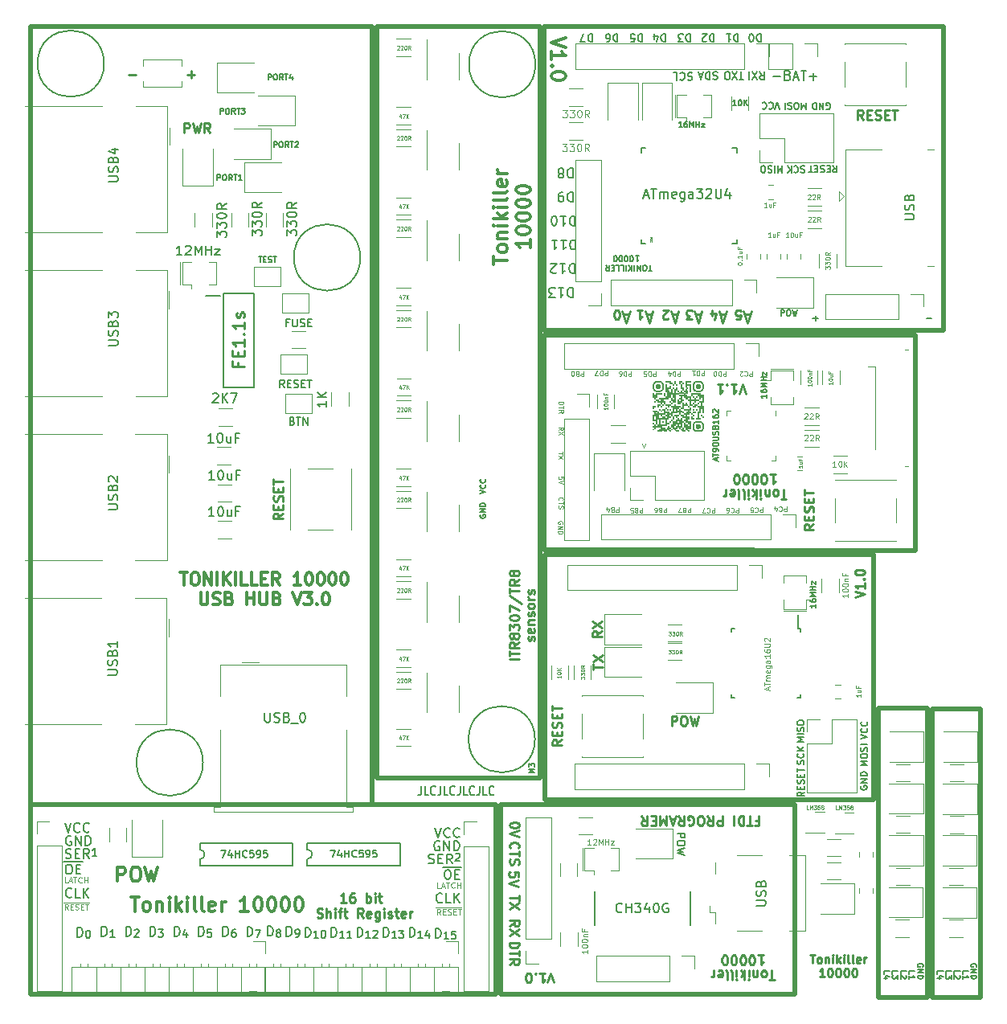
<source format=gbr>
%TF.GenerationSoftware,KiCad,Pcbnew,(6.0.5)*%
%TF.CreationDate,2023-06-16T09:56:29+03:00*%
%TF.ProjectId,JLC1,4a4c4331-2e6b-4696-9361-645f70636258,rev?*%
%TF.SameCoordinates,Original*%
%TF.FileFunction,Legend,Top*%
%TF.FilePolarity,Positive*%
%FSLAX46Y46*%
G04 Gerber Fmt 4.6, Leading zero omitted, Abs format (unit mm)*
G04 Created by KiCad (PCBNEW (6.0.5)) date 2023-06-16 09:56:29*
%MOMM*%
%LPD*%
G01*
G04 APERTURE LIST*
%ADD10C,0.500000*%
%ADD11C,0.200000*%
%ADD12C,0.150000*%
%ADD13C,0.250000*%
%ADD14C,0.125000*%
%ADD15C,0.240000*%
%ADD16C,0.300000*%
%ADD17C,0.375000*%
%ADD18C,0.050000*%
%ADD19C,0.225000*%
%ADD20C,0.100000*%
%ADD21C,0.254000*%
%ADD22C,0.120000*%
%ADD23C,0.152400*%
%ADD24C,0.203200*%
%ADD25C,0.127000*%
G04 APERTURE END LIST*
D10*
X164100000Y-133257500D02*
X169250000Y-133257500D01*
X169250000Y-133257500D02*
X169250000Y-102857500D01*
X169250000Y-102857500D02*
X164100000Y-102857500D01*
X164100000Y-102857500D02*
X164100000Y-133257500D01*
X134425000Y-86145000D02*
X128925000Y-86145000D01*
X128925000Y-83645000D02*
X128925000Y-63495000D01*
D11*
X92950000Y-108550000D02*
G75*
G03*
X92950000Y-108550000I-3500000J0D01*
G01*
D10*
X74775000Y-112995000D02*
X123775000Y-112995000D01*
X123775000Y-112995000D02*
X123775000Y-132995000D01*
X123775000Y-132995000D02*
X74775000Y-132995000D01*
X74775000Y-132995000D02*
X74775000Y-112995000D01*
X161325000Y-63495000D02*
X131375000Y-63495000D01*
D11*
X127975000Y-34995000D02*
G75*
G03*
X127975000Y-34995000I-3500000J0D01*
G01*
D10*
X168025000Y-63495000D02*
X161325000Y-63495000D01*
X111275000Y-30995000D02*
X128475000Y-30995000D01*
X128475000Y-30995000D02*
X128475000Y-110195000D01*
X128475000Y-110195000D02*
X111275000Y-110195000D01*
X111275000Y-110195000D02*
X111275000Y-30995000D01*
X74775000Y-30995000D02*
X110775000Y-30995000D01*
X110775000Y-30995000D02*
X110775000Y-112995000D01*
X110775000Y-112995000D02*
X74775000Y-112995000D01*
X74775000Y-112995000D02*
X74775000Y-30995000D01*
X168025000Y-86195000D02*
X134425000Y-86145000D01*
X128925000Y-62995000D02*
X170925000Y-62995000D01*
X170925000Y-62995000D02*
X170925000Y-30995000D01*
X170925000Y-30995000D02*
X128925000Y-30995000D01*
X128925000Y-30995000D02*
X128925000Y-62995000D01*
X168025000Y-63495000D02*
X168025000Y-86195000D01*
X169750000Y-133270000D02*
X174900000Y-133270000D01*
X174900000Y-133270000D02*
X174900000Y-102870000D01*
X174900000Y-102870000D02*
X169750000Y-102870000D01*
X169750000Y-102870000D02*
X169750000Y-133270000D01*
X128925000Y-63495000D02*
X131375000Y-63495000D01*
X124282500Y-132977500D02*
X155282500Y-132977500D01*
X155282500Y-132977500D02*
X155282500Y-112977500D01*
X155282500Y-112977500D02*
X124282500Y-112977500D01*
X124282500Y-112977500D02*
X124282500Y-132977500D01*
D11*
X127925000Y-106095000D02*
G75*
G03*
X127925000Y-106095000I-3500000J0D01*
G01*
X82525000Y-34925000D02*
G75*
G03*
X82525000Y-34925000I-3500000J0D01*
G01*
X109525000Y-55350000D02*
G75*
G03*
X109525000Y-55350000I-3500000J0D01*
G01*
D10*
X128925000Y-86145000D02*
X128925000Y-83645000D01*
X128940000Y-86630000D02*
X163590000Y-86630000D01*
X163590000Y-86630000D02*
X163590000Y-112480000D01*
X163590000Y-112480000D02*
X128940000Y-112480000D01*
X128940000Y-112480000D02*
X128940000Y-86630000D01*
D12*
X167341071Y-130805714D02*
X167341071Y-130519999D01*
X167941071Y-130519999D01*
X167341071Y-131319999D02*
X167341071Y-130977142D01*
X167341071Y-131148571D02*
X167941071Y-131148571D01*
X167855357Y-131091428D01*
X167798214Y-131034285D01*
X167769642Y-130977142D01*
X158635783Y-39716050D02*
X158702450Y-39749383D01*
X158802450Y-39749383D01*
X158902450Y-39716050D01*
X158969116Y-39649383D01*
X159002450Y-39582716D01*
X159035783Y-39449383D01*
X159035783Y-39349383D01*
X159002450Y-39216050D01*
X158969116Y-39149383D01*
X158902450Y-39082716D01*
X158802450Y-39049383D01*
X158735783Y-39049383D01*
X158635783Y-39082716D01*
X158602450Y-39116050D01*
X158602450Y-39349383D01*
X158735783Y-39349383D01*
X158302450Y-39049383D02*
X158302450Y-39749383D01*
X157902450Y-39049383D01*
X157902450Y-39749383D01*
X157569116Y-39049383D02*
X157569116Y-39749383D01*
X157402450Y-39749383D01*
X157302450Y-39716050D01*
X157235783Y-39649383D01*
X157202450Y-39582716D01*
X157169116Y-39449383D01*
X157169116Y-39349383D01*
X157202450Y-39216050D01*
X157235783Y-39149383D01*
X157302450Y-39082716D01*
X157402450Y-39049383D01*
X157569116Y-39049383D01*
D11*
X79707142Y-126922380D02*
X79707142Y-125922380D01*
X79945238Y-125922380D01*
X80088095Y-125970000D01*
X80183333Y-126065238D01*
X80230952Y-126160476D01*
X80278571Y-126350952D01*
X80278571Y-126493809D01*
X80230952Y-126684285D01*
X80183333Y-126779523D01*
X80088095Y-126874761D01*
X79945238Y-126922380D01*
X79707142Y-126922380D01*
X80811904Y-126231904D02*
X80888095Y-126231904D01*
X80964285Y-126270000D01*
X81002380Y-126308095D01*
X81040476Y-126384285D01*
X81078571Y-126536666D01*
X81078571Y-126727142D01*
X81040476Y-126879523D01*
X81002380Y-126955714D01*
X80964285Y-126993809D01*
X80888095Y-127031904D01*
X80811904Y-127031904D01*
X80735714Y-126993809D01*
X80697619Y-126955714D01*
X80659523Y-126879523D01*
X80621428Y-126727142D01*
X80621428Y-126536666D01*
X80659523Y-126384285D01*
X80697619Y-126308095D01*
X80735714Y-126270000D01*
X80811904Y-126231904D01*
D12*
X140198878Y-56727621D02*
X139856021Y-56727621D01*
X140027450Y-56127621D02*
X140027450Y-56727621D01*
X139541735Y-56727621D02*
X139427450Y-56727621D01*
X139370307Y-56699050D01*
X139313164Y-56641907D01*
X139284592Y-56527621D01*
X139284592Y-56327621D01*
X139313164Y-56213335D01*
X139370307Y-56156192D01*
X139427450Y-56127621D01*
X139541735Y-56127621D01*
X139598878Y-56156192D01*
X139656021Y-56213335D01*
X139684592Y-56327621D01*
X139684592Y-56527621D01*
X139656021Y-56641907D01*
X139598878Y-56699050D01*
X139541735Y-56727621D01*
X139027450Y-56127621D02*
X139027450Y-56727621D01*
X138684592Y-56127621D01*
X138684592Y-56727621D01*
X138398878Y-56127621D02*
X138398878Y-56727621D01*
X138113164Y-56127621D02*
X138113164Y-56727621D01*
X137770307Y-56127621D02*
X138027450Y-56470478D01*
X137770307Y-56727621D02*
X138113164Y-56384764D01*
X137513164Y-56127621D02*
X137513164Y-56727621D01*
X136941735Y-56127621D02*
X137227450Y-56127621D01*
X137227450Y-56727621D01*
X136456021Y-56127621D02*
X136741735Y-56127621D01*
X136741735Y-56727621D01*
X136256021Y-56441907D02*
X136056021Y-56441907D01*
X135970307Y-56127621D02*
X136256021Y-56127621D01*
X136256021Y-56727621D01*
X135970307Y-56727621D01*
X135370307Y-56127621D02*
X135570307Y-56413335D01*
X135713164Y-56127621D02*
X135713164Y-56727621D01*
X135484592Y-56727621D01*
X135427450Y-56699050D01*
X135398878Y-56670478D01*
X135370307Y-56613335D01*
X135370307Y-56527621D01*
X135398878Y-56470478D01*
X135427450Y-56441907D01*
X135484592Y-56413335D01*
X135713164Y-56413335D01*
X138498878Y-55161621D02*
X138841735Y-55161621D01*
X138670307Y-55161621D02*
X138670307Y-55761621D01*
X138727450Y-55675907D01*
X138784592Y-55618764D01*
X138841735Y-55590192D01*
X138127450Y-55761621D02*
X138070307Y-55761621D01*
X138013164Y-55733050D01*
X137984592Y-55704478D01*
X137956021Y-55647335D01*
X137927450Y-55533050D01*
X137927450Y-55390192D01*
X137956021Y-55275907D01*
X137984592Y-55218764D01*
X138013164Y-55190192D01*
X138070307Y-55161621D01*
X138127450Y-55161621D01*
X138184592Y-55190192D01*
X138213164Y-55218764D01*
X138241735Y-55275907D01*
X138270307Y-55390192D01*
X138270307Y-55533050D01*
X138241735Y-55647335D01*
X138213164Y-55704478D01*
X138184592Y-55733050D01*
X138127450Y-55761621D01*
X137556021Y-55761621D02*
X137498878Y-55761621D01*
X137441735Y-55733050D01*
X137413164Y-55704478D01*
X137384592Y-55647335D01*
X137356021Y-55533050D01*
X137356021Y-55390192D01*
X137384592Y-55275907D01*
X137413164Y-55218764D01*
X137441735Y-55190192D01*
X137498878Y-55161621D01*
X137556021Y-55161621D01*
X137613164Y-55190192D01*
X137641735Y-55218764D01*
X137670307Y-55275907D01*
X137698878Y-55390192D01*
X137698878Y-55533050D01*
X137670307Y-55647335D01*
X137641735Y-55704478D01*
X137613164Y-55733050D01*
X137556021Y-55761621D01*
X136984592Y-55761621D02*
X136927450Y-55761621D01*
X136870307Y-55733050D01*
X136841735Y-55704478D01*
X136813164Y-55647335D01*
X136784592Y-55533050D01*
X136784592Y-55390192D01*
X136813164Y-55275907D01*
X136841735Y-55218764D01*
X136870307Y-55190192D01*
X136927450Y-55161621D01*
X136984592Y-55161621D01*
X137041735Y-55190192D01*
X137070307Y-55218764D01*
X137098878Y-55275907D01*
X137127450Y-55390192D01*
X137127450Y-55533050D01*
X137098878Y-55647335D01*
X137070307Y-55704478D01*
X137041735Y-55733050D01*
X136984592Y-55761621D01*
X136413164Y-55761621D02*
X136356021Y-55761621D01*
X136298878Y-55733050D01*
X136270307Y-55704478D01*
X136241735Y-55647335D01*
X136213164Y-55533050D01*
X136213164Y-55390192D01*
X136241735Y-55275907D01*
X136270307Y-55218764D01*
X136298878Y-55190192D01*
X136356021Y-55161621D01*
X136413164Y-55161621D01*
X136470307Y-55190192D01*
X136498878Y-55218764D01*
X136527450Y-55275907D01*
X136556021Y-55390192D01*
X136556021Y-55533050D01*
X136527450Y-55647335D01*
X136498878Y-55704478D01*
X136470307Y-55733050D01*
X136413164Y-55761621D01*
D13*
X142317857Y-104647380D02*
X142317857Y-103647380D01*
X142698809Y-103647380D01*
X142794047Y-103695000D01*
X142841666Y-103742619D01*
X142889285Y-103837857D01*
X142889285Y-103980714D01*
X142841666Y-104075952D01*
X142794047Y-104123571D01*
X142698809Y-104171190D01*
X142317857Y-104171190D01*
X143508333Y-103647380D02*
X143698809Y-103647380D01*
X143794047Y-103695000D01*
X143889285Y-103790238D01*
X143936904Y-103980714D01*
X143936904Y-104314047D01*
X143889285Y-104504523D01*
X143794047Y-104599761D01*
X143698809Y-104647380D01*
X143508333Y-104647380D01*
X143413095Y-104599761D01*
X143317857Y-104504523D01*
X143270238Y-104314047D01*
X143270238Y-103980714D01*
X143317857Y-103790238D01*
X143413095Y-103695000D01*
X143508333Y-103647380D01*
X144270238Y-103647380D02*
X144508333Y-104647380D01*
X144698809Y-103933095D01*
X144889285Y-104647380D01*
X145127380Y-103647380D01*
D12*
X153977450Y-45699383D02*
X153977450Y-46399383D01*
X153744116Y-45899383D01*
X153510783Y-46399383D01*
X153510783Y-45699383D01*
X153177450Y-45699383D02*
X153177450Y-46399383D01*
X152877450Y-45732716D02*
X152777450Y-45699383D01*
X152610783Y-45699383D01*
X152544116Y-45732716D01*
X152510783Y-45766050D01*
X152477450Y-45832716D01*
X152477450Y-45899383D01*
X152510783Y-45966050D01*
X152544116Y-45999383D01*
X152610783Y-46032716D01*
X152744116Y-46066050D01*
X152810783Y-46099383D01*
X152844116Y-46132716D01*
X152877450Y-46199383D01*
X152877450Y-46266050D01*
X152844116Y-46332716D01*
X152810783Y-46366050D01*
X152744116Y-46399383D01*
X152577450Y-46399383D01*
X152477450Y-46366050D01*
X152044116Y-46399383D02*
X151910783Y-46399383D01*
X151844116Y-46366050D01*
X151777450Y-46299383D01*
X151744116Y-46166050D01*
X151744116Y-45932716D01*
X151777450Y-45799383D01*
X151844116Y-45732716D01*
X151910783Y-45699383D01*
X152044116Y-45699383D01*
X152110783Y-45732716D01*
X152177450Y-45799383D01*
X152210783Y-45932716D01*
X152210783Y-46166050D01*
X152177450Y-46299383D01*
X152110783Y-46366050D01*
X152044116Y-46399383D01*
D13*
X125342857Y-117572380D02*
X125295238Y-117524761D01*
X125247619Y-117381904D01*
X125247619Y-117286666D01*
X125295238Y-117143809D01*
X125390476Y-117048571D01*
X125485714Y-117000952D01*
X125676190Y-116953333D01*
X125819047Y-116953333D01*
X126009523Y-117000952D01*
X126104761Y-117048571D01*
X126200000Y-117143809D01*
X126247619Y-117286666D01*
X126247619Y-117381904D01*
X126200000Y-117524761D01*
X126152380Y-117572380D01*
X126247619Y-117858095D02*
X126247619Y-118429523D01*
X125247619Y-118143809D02*
X126247619Y-118143809D01*
X125295238Y-118715238D02*
X125247619Y-118858095D01*
X125247619Y-119096190D01*
X125295238Y-119191428D01*
X125342857Y-119239047D01*
X125438095Y-119286666D01*
X125533333Y-119286666D01*
X125628571Y-119239047D01*
X125676190Y-119191428D01*
X125723809Y-119096190D01*
X125771428Y-118905714D01*
X125819047Y-118810476D01*
X125866666Y-118762857D01*
X125961904Y-118715238D01*
X126057142Y-118715238D01*
X126152380Y-118762857D01*
X126200000Y-118810476D01*
X126247619Y-118905714D01*
X126247619Y-119143809D01*
X126200000Y-119286666D01*
D12*
X164678571Y-130805714D02*
X164678571Y-130519999D01*
X165278571Y-130519999D01*
X165078571Y-131262856D02*
X164678571Y-131262856D01*
X165307142Y-131119999D02*
X164878571Y-130977142D01*
X164878571Y-131348571D01*
D14*
X145744047Y-67293809D02*
X145744047Y-67793809D01*
X145553571Y-67793809D01*
X145505952Y-67770000D01*
X145482142Y-67746190D01*
X145458333Y-67698571D01*
X145458333Y-67627142D01*
X145482142Y-67579523D01*
X145505952Y-67555714D01*
X145553571Y-67531904D01*
X145744047Y-67531904D01*
X145244047Y-67293809D02*
X145244047Y-67793809D01*
X145125000Y-67793809D01*
X145053571Y-67770000D01*
X145005952Y-67722380D01*
X144982142Y-67674761D01*
X144958333Y-67579523D01*
X144958333Y-67508095D01*
X144982142Y-67412857D01*
X145005952Y-67365238D01*
X145053571Y-67317619D01*
X145125000Y-67293809D01*
X145244047Y-67293809D01*
X144482142Y-67293809D02*
X144767857Y-67293809D01*
X144625000Y-67293809D02*
X144625000Y-67793809D01*
X144672619Y-67722380D01*
X144720238Y-67674761D01*
X144767857Y-67650952D01*
D11*
X78391666Y-114897380D02*
X78725000Y-115897380D01*
X79058333Y-114897380D01*
X79963095Y-115802142D02*
X79915476Y-115849761D01*
X79772619Y-115897380D01*
X79677380Y-115897380D01*
X79534523Y-115849761D01*
X79439285Y-115754523D01*
X79391666Y-115659285D01*
X79344047Y-115468809D01*
X79344047Y-115325952D01*
X79391666Y-115135476D01*
X79439285Y-115040238D01*
X79534523Y-114945000D01*
X79677380Y-114897380D01*
X79772619Y-114897380D01*
X79915476Y-114945000D01*
X79963095Y-114992619D01*
X80963095Y-115802142D02*
X80915476Y-115849761D01*
X80772619Y-115897380D01*
X80677380Y-115897380D01*
X80534523Y-115849761D01*
X80439285Y-115754523D01*
X80391666Y-115659285D01*
X80344047Y-115468809D01*
X80344047Y-115325952D01*
X80391666Y-115135476D01*
X80439285Y-115040238D01*
X80534523Y-114945000D01*
X80677380Y-114897380D01*
X80772619Y-114897380D01*
X80915476Y-114945000D01*
X80963095Y-114992619D01*
X149897021Y-36599645D02*
X149439878Y-36599645D01*
X149668450Y-35799645D02*
X149668450Y-36599645D01*
X149249402Y-36599645D02*
X148716069Y-35799645D01*
X148716069Y-36599645D02*
X149249402Y-35799645D01*
X148258926Y-36599645D02*
X148106545Y-36599645D01*
X148030354Y-36561550D01*
X147954164Y-36485359D01*
X147916069Y-36332978D01*
X147916069Y-36066311D01*
X147954164Y-35913930D01*
X148030354Y-35837740D01*
X148106545Y-35799645D01*
X148258926Y-35799645D01*
X148335116Y-35837740D01*
X148411307Y-35913930D01*
X148449402Y-36066311D01*
X148449402Y-36332978D01*
X148411307Y-36485359D01*
X148335116Y-36561550D01*
X148258926Y-36599645D01*
X132182735Y-53499169D02*
X132182735Y-54499169D01*
X131944640Y-54499169D01*
X131801783Y-54451550D01*
X131706545Y-54356311D01*
X131658926Y-54261073D01*
X131611307Y-54070597D01*
X131611307Y-53927740D01*
X131658926Y-53737264D01*
X131706545Y-53642026D01*
X131801783Y-53546788D01*
X131944640Y-53499169D01*
X132182735Y-53499169D01*
X130658926Y-53499169D02*
X131230354Y-53499169D01*
X130944640Y-53499169D02*
X130944640Y-54499169D01*
X131039878Y-54356311D01*
X131135116Y-54261073D01*
X131230354Y-54213454D01*
X129706545Y-53499169D02*
X130277973Y-53499169D01*
X129992259Y-53499169D02*
X129992259Y-54499169D01*
X130087497Y-54356311D01*
X130182735Y-54261073D01*
X130277973Y-54213454D01*
D14*
X143219047Y-67318809D02*
X143219047Y-67818809D01*
X143028571Y-67818809D01*
X142980952Y-67795000D01*
X142957142Y-67771190D01*
X142933333Y-67723571D01*
X142933333Y-67652142D01*
X142957142Y-67604523D01*
X142980952Y-67580714D01*
X143028571Y-67556904D01*
X143219047Y-67556904D01*
X142719047Y-67318809D02*
X142719047Y-67818809D01*
X142600000Y-67818809D01*
X142528571Y-67795000D01*
X142480952Y-67747380D01*
X142457142Y-67699761D01*
X142433333Y-67604523D01*
X142433333Y-67533095D01*
X142457142Y-67437857D01*
X142480952Y-67390238D01*
X142528571Y-67342619D01*
X142600000Y-67318809D01*
X142719047Y-67318809D01*
X142004761Y-67652142D02*
X142004761Y-67318809D01*
X142123809Y-67842619D02*
X142242857Y-67485476D01*
X141933333Y-67485476D01*
D11*
X151708926Y-31799645D02*
X151708926Y-32599645D01*
X151518450Y-32599645D01*
X151404164Y-32561550D01*
X151327973Y-32485359D01*
X151289878Y-32409169D01*
X151251783Y-32256788D01*
X151251783Y-32142502D01*
X151289878Y-31990121D01*
X151327973Y-31913930D01*
X151404164Y-31837740D01*
X151518450Y-31799645D01*
X151708926Y-31799645D01*
X150756545Y-32599645D02*
X150680354Y-32599645D01*
X150604164Y-32561550D01*
X150566069Y-32523454D01*
X150527973Y-32447264D01*
X150489878Y-32294883D01*
X150489878Y-32104407D01*
X150527973Y-31952026D01*
X150566069Y-31875835D01*
X150604164Y-31837740D01*
X150680354Y-31799645D01*
X150756545Y-31799645D01*
X150832735Y-31837740D01*
X150870830Y-31875835D01*
X150908926Y-31952026D01*
X150947021Y-32104407D01*
X150947021Y-32294883D01*
X150908926Y-32447264D01*
X150870830Y-32523454D01*
X150832735Y-32561550D01*
X150756545Y-32599645D01*
D12*
X165566071Y-130805714D02*
X165566071Y-130519999D01*
X166166071Y-130519999D01*
X166166071Y-130948571D02*
X166166071Y-131319999D01*
X165937500Y-131119999D01*
X165937500Y-131205714D01*
X165908928Y-131262856D01*
X165880357Y-131291428D01*
X165823214Y-131319999D01*
X165680357Y-131319999D01*
X165623214Y-131291428D01*
X165594642Y-131262856D01*
X165566071Y-131205714D01*
X165566071Y-131034285D01*
X165594642Y-130977142D01*
X165623214Y-130948571D01*
D15*
X142932707Y-61366050D02*
X142361278Y-61366050D01*
X143046992Y-61023192D02*
X142646992Y-62223192D01*
X142246992Y-61023192D01*
X141949850Y-61760335D02*
X141904135Y-61806050D01*
X141812707Y-61851764D01*
X141584135Y-61851764D01*
X141492707Y-61806050D01*
X141446992Y-61760335D01*
X141401278Y-61668907D01*
X141401278Y-61577478D01*
X141446992Y-61440335D01*
X141995564Y-60891764D01*
X141401278Y-60891764D01*
D14*
X130898809Y-78674761D02*
X130898809Y-78436666D01*
X130660714Y-78412857D01*
X130684523Y-78436666D01*
X130708333Y-78484285D01*
X130708333Y-78603333D01*
X130684523Y-78650952D01*
X130660714Y-78674761D01*
X130613095Y-78698571D01*
X130494047Y-78698571D01*
X130446428Y-78674761D01*
X130422619Y-78650952D01*
X130398809Y-78603333D01*
X130398809Y-78484285D01*
X130422619Y-78436666D01*
X130446428Y-78412857D01*
X130898809Y-78841428D02*
X130398809Y-79008095D01*
X130898809Y-79174761D01*
D12*
X162256666Y-106063333D02*
X162956666Y-105830000D01*
X162256666Y-105596666D01*
X162890000Y-104963333D02*
X162923333Y-104996666D01*
X162956666Y-105096666D01*
X162956666Y-105163333D01*
X162923333Y-105263333D01*
X162856666Y-105330000D01*
X162790000Y-105363333D01*
X162656666Y-105396666D01*
X162556666Y-105396666D01*
X162423333Y-105363333D01*
X162356666Y-105330000D01*
X162290000Y-105263333D01*
X162256666Y-105163333D01*
X162256666Y-105096666D01*
X162290000Y-104996666D01*
X162323333Y-104963333D01*
X162890000Y-104263333D02*
X162923333Y-104296666D01*
X162956666Y-104396666D01*
X162956666Y-104463333D01*
X162923333Y-104563333D01*
X162856666Y-104630000D01*
X162790000Y-104663333D01*
X162656666Y-104696666D01*
X162556666Y-104696666D01*
X162423333Y-104663333D01*
X162356666Y-104630000D01*
X162290000Y-104563333D01*
X162256666Y-104463333D01*
X162256666Y-104396666D01*
X162290000Y-104296666D01*
X162323333Y-104263333D01*
D13*
X126263630Y-97686666D02*
X125263630Y-97686666D01*
X125263630Y-97353333D02*
X125263630Y-96781904D01*
X126263630Y-97067619D02*
X125263630Y-97067619D01*
X126263630Y-95877142D02*
X125787440Y-96210476D01*
X126263630Y-96448571D02*
X125263630Y-96448571D01*
X125263630Y-96067619D01*
X125311250Y-95972380D01*
X125358869Y-95924761D01*
X125454107Y-95877142D01*
X125596964Y-95877142D01*
X125692202Y-95924761D01*
X125739821Y-95972380D01*
X125787440Y-96067619D01*
X125787440Y-96448571D01*
X125692202Y-95305714D02*
X125644583Y-95400952D01*
X125596964Y-95448571D01*
X125501726Y-95496190D01*
X125454107Y-95496190D01*
X125358869Y-95448571D01*
X125311250Y-95400952D01*
X125263630Y-95305714D01*
X125263630Y-95115238D01*
X125311250Y-95020000D01*
X125358869Y-94972380D01*
X125454107Y-94924761D01*
X125501726Y-94924761D01*
X125596964Y-94972380D01*
X125644583Y-95020000D01*
X125692202Y-95115238D01*
X125692202Y-95305714D01*
X125739821Y-95400952D01*
X125787440Y-95448571D01*
X125882678Y-95496190D01*
X126073154Y-95496190D01*
X126168392Y-95448571D01*
X126216011Y-95400952D01*
X126263630Y-95305714D01*
X126263630Y-95115238D01*
X126216011Y-95020000D01*
X126168392Y-94972380D01*
X126073154Y-94924761D01*
X125882678Y-94924761D01*
X125787440Y-94972380D01*
X125739821Y-95020000D01*
X125692202Y-95115238D01*
X125263630Y-94591428D02*
X125263630Y-93972380D01*
X125644583Y-94305714D01*
X125644583Y-94162857D01*
X125692202Y-94067619D01*
X125739821Y-94020000D01*
X125835059Y-93972380D01*
X126073154Y-93972380D01*
X126168392Y-94020000D01*
X126216011Y-94067619D01*
X126263630Y-94162857D01*
X126263630Y-94448571D01*
X126216011Y-94543809D01*
X126168392Y-94591428D01*
X125263630Y-93353333D02*
X125263630Y-93258095D01*
X125311250Y-93162857D01*
X125358869Y-93115238D01*
X125454107Y-93067619D01*
X125644583Y-93020000D01*
X125882678Y-93020000D01*
X126073154Y-93067619D01*
X126168392Y-93115238D01*
X126216011Y-93162857D01*
X126263630Y-93258095D01*
X126263630Y-93353333D01*
X126216011Y-93448571D01*
X126168392Y-93496190D01*
X126073154Y-93543809D01*
X125882678Y-93591428D01*
X125644583Y-93591428D01*
X125454107Y-93543809D01*
X125358869Y-93496190D01*
X125311250Y-93448571D01*
X125263630Y-93353333D01*
X125263630Y-92686666D02*
X125263630Y-92020000D01*
X126263630Y-92448571D01*
X125216011Y-90924761D02*
X126501726Y-91781904D01*
X125263630Y-90734285D02*
X125263630Y-90162857D01*
X126263630Y-90448571D02*
X125263630Y-90448571D01*
X126263630Y-89258095D02*
X125787440Y-89591428D01*
X126263630Y-89829523D02*
X125263630Y-89829523D01*
X125263630Y-89448571D01*
X125311250Y-89353333D01*
X125358869Y-89305714D01*
X125454107Y-89258095D01*
X125596964Y-89258095D01*
X125692202Y-89305714D01*
X125739821Y-89353333D01*
X125787440Y-89448571D01*
X125787440Y-89829523D01*
X125692202Y-88686666D02*
X125644583Y-88781904D01*
X125596964Y-88829523D01*
X125501726Y-88877142D01*
X125454107Y-88877142D01*
X125358869Y-88829523D01*
X125311250Y-88781904D01*
X125263630Y-88686666D01*
X125263630Y-88496190D01*
X125311250Y-88400952D01*
X125358869Y-88353333D01*
X125454107Y-88305714D01*
X125501726Y-88305714D01*
X125596964Y-88353333D01*
X125644583Y-88400952D01*
X125692202Y-88496190D01*
X125692202Y-88686666D01*
X125739821Y-88781904D01*
X125787440Y-88829523D01*
X125882678Y-88877142D01*
X126073154Y-88877142D01*
X126168392Y-88829523D01*
X126216011Y-88781904D01*
X126263630Y-88686666D01*
X126263630Y-88496190D01*
X126216011Y-88400952D01*
X126168392Y-88353333D01*
X126073154Y-88305714D01*
X125882678Y-88305714D01*
X125787440Y-88353333D01*
X125739821Y-88400952D01*
X125692202Y-88496190D01*
X127826011Y-95686666D02*
X127873630Y-95591428D01*
X127873630Y-95400952D01*
X127826011Y-95305714D01*
X127730773Y-95258095D01*
X127683154Y-95258095D01*
X127587916Y-95305714D01*
X127540297Y-95400952D01*
X127540297Y-95543809D01*
X127492678Y-95639047D01*
X127397440Y-95686666D01*
X127349821Y-95686666D01*
X127254583Y-95639047D01*
X127206964Y-95543809D01*
X127206964Y-95400952D01*
X127254583Y-95305714D01*
X127826011Y-94448571D02*
X127873630Y-94543809D01*
X127873630Y-94734285D01*
X127826011Y-94829523D01*
X127730773Y-94877142D01*
X127349821Y-94877142D01*
X127254583Y-94829523D01*
X127206964Y-94734285D01*
X127206964Y-94543809D01*
X127254583Y-94448571D01*
X127349821Y-94400952D01*
X127445059Y-94400952D01*
X127540297Y-94877142D01*
X127206964Y-93972380D02*
X127873630Y-93972380D01*
X127302202Y-93972380D02*
X127254583Y-93924761D01*
X127206964Y-93829523D01*
X127206964Y-93686666D01*
X127254583Y-93591428D01*
X127349821Y-93543809D01*
X127873630Y-93543809D01*
X127826011Y-93115238D02*
X127873630Y-93020000D01*
X127873630Y-92829523D01*
X127826011Y-92734285D01*
X127730773Y-92686666D01*
X127683154Y-92686666D01*
X127587916Y-92734285D01*
X127540297Y-92829523D01*
X127540297Y-92972380D01*
X127492678Y-93067619D01*
X127397440Y-93115238D01*
X127349821Y-93115238D01*
X127254583Y-93067619D01*
X127206964Y-92972380D01*
X127206964Y-92829523D01*
X127254583Y-92734285D01*
X127873630Y-92115238D02*
X127826011Y-92210476D01*
X127778392Y-92258095D01*
X127683154Y-92305714D01*
X127397440Y-92305714D01*
X127302202Y-92258095D01*
X127254583Y-92210476D01*
X127206964Y-92115238D01*
X127206964Y-91972380D01*
X127254583Y-91877142D01*
X127302202Y-91829523D01*
X127397440Y-91781904D01*
X127683154Y-91781904D01*
X127778392Y-91829523D01*
X127826011Y-91877142D01*
X127873630Y-91972380D01*
X127873630Y-92115238D01*
X127873630Y-91353333D02*
X127206964Y-91353333D01*
X127397440Y-91353333D02*
X127302202Y-91305714D01*
X127254583Y-91258095D01*
X127206964Y-91162857D01*
X127206964Y-91067619D01*
X127826011Y-90781904D02*
X127873630Y-90686666D01*
X127873630Y-90496190D01*
X127826011Y-90400952D01*
X127730773Y-90353333D01*
X127683154Y-90353333D01*
X127587916Y-90400952D01*
X127540297Y-90496190D01*
X127540297Y-90639047D01*
X127492678Y-90734285D01*
X127397440Y-90781904D01*
X127349821Y-90781904D01*
X127254583Y-90734285D01*
X127206964Y-90639047D01*
X127206964Y-90496190D01*
X127254583Y-90400952D01*
D11*
X99757142Y-126797380D02*
X99757142Y-125797380D01*
X99995238Y-125797380D01*
X100138095Y-125845000D01*
X100233333Y-125940238D01*
X100280952Y-126035476D01*
X100328571Y-126225952D01*
X100328571Y-126368809D01*
X100280952Y-126559285D01*
X100233333Y-126654523D01*
X100138095Y-126749761D01*
X99995238Y-126797380D01*
X99757142Y-126797380D01*
X100823809Y-126449761D02*
X100747619Y-126411666D01*
X100709523Y-126373571D01*
X100671428Y-126297380D01*
X100671428Y-126259285D01*
X100709523Y-126183095D01*
X100747619Y-126145000D01*
X100823809Y-126106904D01*
X100976190Y-126106904D01*
X101052380Y-126145000D01*
X101090476Y-126183095D01*
X101128571Y-126259285D01*
X101128571Y-126297380D01*
X101090476Y-126373571D01*
X101052380Y-126411666D01*
X100976190Y-126449761D01*
X100823809Y-126449761D01*
X100747619Y-126487857D01*
X100709523Y-126525952D01*
X100671428Y-126602142D01*
X100671428Y-126754523D01*
X100709523Y-126830714D01*
X100747619Y-126868809D01*
X100823809Y-126906904D01*
X100976190Y-126906904D01*
X101052380Y-126868809D01*
X101090476Y-126830714D01*
X101128571Y-126754523D01*
X101128571Y-126602142D01*
X101090476Y-126525952D01*
X101052380Y-126487857D01*
X100976190Y-126449761D01*
X116725000Y-119148427D02*
X116867857Y-119196046D01*
X117105952Y-119196046D01*
X117201190Y-119148427D01*
X117248809Y-119100808D01*
X117296428Y-119005570D01*
X117296428Y-118910332D01*
X117248809Y-118815094D01*
X117201190Y-118767475D01*
X117105952Y-118719856D01*
X116915476Y-118672237D01*
X116820238Y-118624618D01*
X116772619Y-118576999D01*
X116725000Y-118481761D01*
X116725000Y-118386523D01*
X116772619Y-118291285D01*
X116820238Y-118243666D01*
X116915476Y-118196046D01*
X117153571Y-118196046D01*
X117296428Y-118243666D01*
X117725000Y-118672237D02*
X118058333Y-118672237D01*
X118201190Y-119196046D02*
X117725000Y-119196046D01*
X117725000Y-118196046D01*
X118201190Y-118196046D01*
X119201190Y-119196046D02*
X118867857Y-118719856D01*
X118629762Y-119196046D02*
X118629762Y-118196046D01*
X119010714Y-118196046D01*
X119105952Y-118243666D01*
X119153571Y-118291285D01*
X119201190Y-118386523D01*
X119201190Y-118529380D01*
X119153571Y-118624618D01*
X119105952Y-118672237D01*
X119010714Y-118719856D01*
X118629762Y-118719856D01*
X119544048Y-118181761D02*
X119582143Y-118143666D01*
X119658333Y-118105570D01*
X119848809Y-118105570D01*
X119925000Y-118143666D01*
X119963095Y-118181761D01*
X120001190Y-118257951D01*
X120001190Y-118334142D01*
X119963095Y-118448427D01*
X119505952Y-118905570D01*
X120001190Y-118905570D01*
X117391666Y-115447380D02*
X117725000Y-116447380D01*
X118058333Y-115447380D01*
X118963095Y-116352142D02*
X118915476Y-116399761D01*
X118772619Y-116447380D01*
X118677380Y-116447380D01*
X118534523Y-116399761D01*
X118439285Y-116304523D01*
X118391666Y-116209285D01*
X118344047Y-116018809D01*
X118344047Y-115875952D01*
X118391666Y-115685476D01*
X118439285Y-115590238D01*
X118534523Y-115495000D01*
X118677380Y-115447380D01*
X118772619Y-115447380D01*
X118915476Y-115495000D01*
X118963095Y-115542619D01*
X119963095Y-116352142D02*
X119915476Y-116399761D01*
X119772619Y-116447380D01*
X119677380Y-116447380D01*
X119534523Y-116399761D01*
X119439285Y-116304523D01*
X119391666Y-116209285D01*
X119344047Y-116018809D01*
X119344047Y-115875952D01*
X119391666Y-115685476D01*
X119439285Y-115590238D01*
X119534523Y-115495000D01*
X119677380Y-115447380D01*
X119772619Y-115447380D01*
X119915476Y-115495000D01*
X119963095Y-115542619D01*
X149308926Y-31799645D02*
X149308926Y-32599645D01*
X149118450Y-32599645D01*
X149004164Y-32561550D01*
X148927973Y-32485359D01*
X148889878Y-32409169D01*
X148851783Y-32256788D01*
X148851783Y-32142502D01*
X148889878Y-31990121D01*
X148927973Y-31913930D01*
X149004164Y-31837740D01*
X149118450Y-31799645D01*
X149308926Y-31799645D01*
X148089878Y-31799645D02*
X148547021Y-31799645D01*
X148318450Y-31799645D02*
X148318450Y-32599645D01*
X148394640Y-32485359D01*
X148470830Y-32409169D01*
X148547021Y-32371073D01*
D12*
X156327450Y-45732716D02*
X156227450Y-45699383D01*
X156060783Y-45699383D01*
X155994116Y-45732716D01*
X155960783Y-45766050D01*
X155927450Y-45832716D01*
X155927450Y-45899383D01*
X155960783Y-45966050D01*
X155994116Y-45999383D01*
X156060783Y-46032716D01*
X156194116Y-46066050D01*
X156260783Y-46099383D01*
X156294116Y-46132716D01*
X156327450Y-46199383D01*
X156327450Y-46266050D01*
X156294116Y-46332716D01*
X156260783Y-46366050D01*
X156194116Y-46399383D01*
X156027450Y-46399383D01*
X155927450Y-46366050D01*
X155227450Y-45766050D02*
X155260783Y-45732716D01*
X155360783Y-45699383D01*
X155427450Y-45699383D01*
X155527450Y-45732716D01*
X155594116Y-45799383D01*
X155627450Y-45866050D01*
X155660783Y-45999383D01*
X155660783Y-46099383D01*
X155627450Y-46232716D01*
X155594116Y-46299383D01*
X155527450Y-46366050D01*
X155427450Y-46399383D01*
X155360783Y-46399383D01*
X155260783Y-46366050D01*
X155227450Y-46332716D01*
X154927450Y-45699383D02*
X154927450Y-46399383D01*
X154527450Y-45699383D02*
X154827450Y-46099383D01*
X154527450Y-46399383D02*
X154927450Y-45999383D01*
D13*
X150098809Y-69692619D02*
X149765476Y-68692619D01*
X149432142Y-69692619D01*
X148575000Y-68692619D02*
X149146428Y-68692619D01*
X148860714Y-68692619D02*
X148860714Y-69692619D01*
X148955952Y-69549761D01*
X149051190Y-69454523D01*
X149146428Y-69406904D01*
X148146428Y-68787857D02*
X148098809Y-68740238D01*
X148146428Y-68692619D01*
X148194047Y-68740238D01*
X148146428Y-68787857D01*
X148146428Y-68692619D01*
X147146428Y-68692619D02*
X147717857Y-68692619D01*
X147432142Y-68692619D02*
X147432142Y-69692619D01*
X147527380Y-69549761D01*
X147622619Y-69454523D01*
X147717857Y-69406904D01*
D11*
X118201190Y-119565000D02*
X119248809Y-119565000D01*
X118629761Y-119847380D02*
X118820238Y-119847380D01*
X118915476Y-119895000D01*
X119010714Y-119990238D01*
X119058333Y-120180714D01*
X119058333Y-120514047D01*
X119010714Y-120704523D01*
X118915476Y-120799761D01*
X118820238Y-120847380D01*
X118629761Y-120847380D01*
X118534523Y-120799761D01*
X118439285Y-120704523D01*
X118391666Y-120514047D01*
X118391666Y-120180714D01*
X118439285Y-119990238D01*
X118534523Y-119895000D01*
X118629761Y-119847380D01*
X119248809Y-119565000D02*
X120153571Y-119565000D01*
X119486904Y-120323571D02*
X119820238Y-120323571D01*
X119963095Y-120847380D02*
X119486904Y-120847380D01*
X119486904Y-119847380D01*
X119963095Y-119847380D01*
X131906545Y-45954169D02*
X131906545Y-46954169D01*
X131668450Y-46954169D01*
X131525592Y-46906550D01*
X131430354Y-46811311D01*
X131382735Y-46716073D01*
X131335116Y-46525597D01*
X131335116Y-46382740D01*
X131382735Y-46192264D01*
X131430354Y-46097026D01*
X131525592Y-46001788D01*
X131668450Y-45954169D01*
X131906545Y-45954169D01*
X130763688Y-46525597D02*
X130858926Y-46573216D01*
X130906545Y-46620835D01*
X130954164Y-46716073D01*
X130954164Y-46763692D01*
X130906545Y-46858930D01*
X130858926Y-46906550D01*
X130763688Y-46954169D01*
X130573211Y-46954169D01*
X130477973Y-46906550D01*
X130430354Y-46858930D01*
X130382735Y-46763692D01*
X130382735Y-46716073D01*
X130430354Y-46620835D01*
X130477973Y-46573216D01*
X130573211Y-46525597D01*
X130763688Y-46525597D01*
X130858926Y-46477978D01*
X130906545Y-46430359D01*
X130954164Y-46335121D01*
X130954164Y-46144645D01*
X130906545Y-46049407D01*
X130858926Y-46001788D01*
X130763688Y-45954169D01*
X130573211Y-45954169D01*
X130477973Y-46001788D01*
X130430354Y-46049407D01*
X130382735Y-46144645D01*
X130382735Y-46335121D01*
X130430354Y-46430359D01*
X130477973Y-46477978D01*
X130573211Y-46525597D01*
X132082735Y-56014169D02*
X132082735Y-57014169D01*
X131844640Y-57014169D01*
X131701783Y-56966550D01*
X131606545Y-56871311D01*
X131558926Y-56776073D01*
X131511307Y-56585597D01*
X131511307Y-56442740D01*
X131558926Y-56252264D01*
X131606545Y-56157026D01*
X131701783Y-56061788D01*
X131844640Y-56014169D01*
X132082735Y-56014169D01*
X130558926Y-56014169D02*
X131130354Y-56014169D01*
X130844640Y-56014169D02*
X130844640Y-57014169D01*
X130939878Y-56871311D01*
X131035116Y-56776073D01*
X131130354Y-56728454D01*
X130177973Y-56918930D02*
X130130354Y-56966550D01*
X130035116Y-57014169D01*
X129797021Y-57014169D01*
X129701783Y-56966550D01*
X129654164Y-56918930D01*
X129606545Y-56823692D01*
X129606545Y-56728454D01*
X129654164Y-56585597D01*
X130225592Y-56014169D01*
X129606545Y-56014169D01*
D16*
X83914285Y-121048571D02*
X83914285Y-119548571D01*
X84485714Y-119548571D01*
X84628571Y-119620000D01*
X84700000Y-119691428D01*
X84771428Y-119834285D01*
X84771428Y-120048571D01*
X84700000Y-120191428D01*
X84628571Y-120262857D01*
X84485714Y-120334285D01*
X83914285Y-120334285D01*
X85700000Y-119548571D02*
X85985714Y-119548571D01*
X86128571Y-119620000D01*
X86271428Y-119762857D01*
X86342857Y-120048571D01*
X86342857Y-120548571D01*
X86271428Y-120834285D01*
X86128571Y-120977142D01*
X85985714Y-121048571D01*
X85700000Y-121048571D01*
X85557142Y-120977142D01*
X85414285Y-120834285D01*
X85342857Y-120548571D01*
X85342857Y-120048571D01*
X85414285Y-119762857D01*
X85557142Y-119620000D01*
X85700000Y-119548571D01*
X86842857Y-119548571D02*
X87200000Y-121048571D01*
X87485714Y-119977142D01*
X87771428Y-121048571D01*
X88128571Y-119548571D01*
D17*
X131164878Y-32225835D02*
X129664878Y-32725835D01*
X131164878Y-33225835D01*
X129664878Y-34511550D02*
X129664878Y-33654407D01*
X129664878Y-34082978D02*
X131164878Y-34082978D01*
X130950592Y-33940121D01*
X130807735Y-33797264D01*
X130736307Y-33654407D01*
X129807735Y-35154407D02*
X129736307Y-35225835D01*
X129664878Y-35154407D01*
X129736307Y-35082978D01*
X129807735Y-35154407D01*
X129664878Y-35154407D01*
X131164878Y-36154407D02*
X131164878Y-36297264D01*
X131093450Y-36440121D01*
X131022021Y-36511550D01*
X130879164Y-36582978D01*
X130593450Y-36654407D01*
X130236307Y-36654407D01*
X129950592Y-36582978D01*
X129807735Y-36511550D01*
X129736307Y-36440121D01*
X129664878Y-36297264D01*
X129664878Y-36154407D01*
X129736307Y-36011550D01*
X129807735Y-35940121D01*
X129950592Y-35868692D01*
X130236307Y-35797264D01*
X130593450Y-35797264D01*
X130879164Y-35868692D01*
X131022021Y-35940121D01*
X131093450Y-36011550D01*
X131164878Y-36154407D01*
D11*
X78296428Y-119015000D02*
X79344047Y-119015000D01*
X78724999Y-119297380D02*
X78915476Y-119297380D01*
X79010714Y-119345000D01*
X79105952Y-119440238D01*
X79153571Y-119630714D01*
X79153571Y-119964047D01*
X79105952Y-120154523D01*
X79010714Y-120249761D01*
X78915476Y-120297380D01*
X78724999Y-120297380D01*
X78629761Y-120249761D01*
X78534523Y-120154523D01*
X78486904Y-119964047D01*
X78486904Y-119630714D01*
X78534523Y-119440238D01*
X78629761Y-119345000D01*
X78724999Y-119297380D01*
X79344047Y-119015000D02*
X80248809Y-119015000D01*
X79582142Y-119773571D02*
X79915476Y-119773571D01*
X80058333Y-120297380D02*
X79582142Y-120297380D01*
X79582142Y-119297380D01*
X80058333Y-119297380D01*
D13*
X125222619Y-127502142D02*
X126222619Y-127502142D01*
X126222619Y-127740238D01*
X126175000Y-127883095D01*
X126079761Y-127978333D01*
X125984523Y-128025952D01*
X125794047Y-128073571D01*
X125651190Y-128073571D01*
X125460714Y-128025952D01*
X125365476Y-127978333D01*
X125270238Y-127883095D01*
X125222619Y-127740238D01*
X125222619Y-127502142D01*
X126222619Y-128359285D02*
X126222619Y-128930714D01*
X125222619Y-128645000D02*
X126222619Y-128645000D01*
X125222619Y-129835476D02*
X125698809Y-129502142D01*
X125222619Y-129264047D02*
X126222619Y-129264047D01*
X126222619Y-129645000D01*
X126175000Y-129740238D01*
X126127380Y-129787857D01*
X126032142Y-129835476D01*
X125889285Y-129835476D01*
X125794047Y-129787857D01*
X125746428Y-129740238D01*
X125698809Y-129645000D01*
X125698809Y-129264047D01*
D12*
X172103571Y-130818214D02*
X172103571Y-130532499D01*
X172703571Y-130532499D01*
X172646428Y-130989642D02*
X172675000Y-131018214D01*
X172703571Y-131075356D01*
X172703571Y-131218214D01*
X172675000Y-131275356D01*
X172646428Y-131303928D01*
X172589285Y-131332499D01*
X172532142Y-131332499D01*
X172446428Y-131303928D01*
X172103571Y-130961071D01*
X172103571Y-131332499D01*
D11*
X132132735Y-50984169D02*
X132132735Y-51984169D01*
X131894640Y-51984169D01*
X131751783Y-51936550D01*
X131656545Y-51841311D01*
X131608926Y-51746073D01*
X131561307Y-51555597D01*
X131561307Y-51412740D01*
X131608926Y-51222264D01*
X131656545Y-51127026D01*
X131751783Y-51031788D01*
X131894640Y-50984169D01*
X132132735Y-50984169D01*
X130608926Y-50984169D02*
X131180354Y-50984169D01*
X130894640Y-50984169D02*
X130894640Y-51984169D01*
X130989878Y-51841311D01*
X131085116Y-51746073D01*
X131180354Y-51698454D01*
X129989878Y-51984169D02*
X129894640Y-51984169D01*
X129799402Y-51936550D01*
X129751783Y-51888930D01*
X129704164Y-51793692D01*
X129656545Y-51603216D01*
X129656545Y-51365121D01*
X129704164Y-51174645D01*
X129751783Y-51079407D01*
X129799402Y-51031788D01*
X129894640Y-50984169D01*
X129989878Y-50984169D01*
X130085116Y-51031788D01*
X130132735Y-51079407D01*
X130180354Y-51174645D01*
X130227973Y-51365121D01*
X130227973Y-51603216D01*
X130180354Y-51793692D01*
X130132735Y-51888930D01*
X130085116Y-51936550D01*
X129989878Y-51984169D01*
X141658926Y-31799645D02*
X141658926Y-32599645D01*
X141468450Y-32599645D01*
X141354164Y-32561550D01*
X141277973Y-32485359D01*
X141239878Y-32409169D01*
X141201783Y-32256788D01*
X141201783Y-32142502D01*
X141239878Y-31990121D01*
X141277973Y-31913930D01*
X141354164Y-31837740D01*
X141468450Y-31799645D01*
X141658926Y-31799645D01*
X140516069Y-32332978D02*
X140516069Y-31799645D01*
X140706545Y-32637740D02*
X140897021Y-32066311D01*
X140401783Y-32066311D01*
D14*
X138044047Y-67318809D02*
X138044047Y-67818809D01*
X137853571Y-67818809D01*
X137805952Y-67795000D01*
X137782142Y-67771190D01*
X137758333Y-67723571D01*
X137758333Y-67652142D01*
X137782142Y-67604523D01*
X137805952Y-67580714D01*
X137853571Y-67556904D01*
X138044047Y-67556904D01*
X137544047Y-67318809D02*
X137544047Y-67818809D01*
X137425000Y-67818809D01*
X137353571Y-67795000D01*
X137305952Y-67747380D01*
X137282142Y-67699761D01*
X137258333Y-67604523D01*
X137258333Y-67533095D01*
X137282142Y-67437857D01*
X137305952Y-67390238D01*
X137353571Y-67342619D01*
X137425000Y-67318809D01*
X137544047Y-67318809D01*
X136829761Y-67818809D02*
X136925000Y-67818809D01*
X136972619Y-67795000D01*
X136996428Y-67771190D01*
X137044047Y-67699761D01*
X137067857Y-67604523D01*
X137067857Y-67414047D01*
X137044047Y-67366428D01*
X137020238Y-67342619D01*
X136972619Y-67318809D01*
X136877380Y-67318809D01*
X136829761Y-67342619D01*
X136805952Y-67366428D01*
X136782142Y-67414047D01*
X136782142Y-67533095D01*
X136805952Y-67580714D01*
X136829761Y-67604523D01*
X136877380Y-67628333D01*
X136972619Y-67628333D01*
X137020238Y-67604523D01*
X137044047Y-67580714D01*
X137067857Y-67533095D01*
D11*
X151592259Y-35799645D02*
X151858926Y-36180597D01*
X152049402Y-35799645D02*
X152049402Y-36599645D01*
X151744640Y-36599645D01*
X151668450Y-36561550D01*
X151630354Y-36523454D01*
X151592259Y-36447264D01*
X151592259Y-36332978D01*
X151630354Y-36256788D01*
X151668450Y-36218692D01*
X151744640Y-36180597D01*
X152049402Y-36180597D01*
X151325592Y-36599645D02*
X150792259Y-35799645D01*
X150792259Y-36599645D02*
X151325592Y-35799645D01*
X150487497Y-35799645D02*
X150487497Y-36599645D01*
D18*
X140274373Y-53161983D02*
X140074373Y-53228650D01*
X140274373Y-53295316D01*
X140093421Y-53476269D02*
X140083897Y-53466745D01*
X140074373Y-53438173D01*
X140074373Y-53419126D01*
X140083897Y-53390554D01*
X140102945Y-53371507D01*
X140121992Y-53361983D01*
X140160088Y-53352459D01*
X140188659Y-53352459D01*
X140226754Y-53361983D01*
X140245802Y-53371507D01*
X140264850Y-53390554D01*
X140274373Y-53419126D01*
X140274373Y-53438173D01*
X140264850Y-53466745D01*
X140255326Y-53476269D01*
X140093421Y-53676269D02*
X140083897Y-53666745D01*
X140074373Y-53638173D01*
X140074373Y-53619126D01*
X140083897Y-53590554D01*
X140102945Y-53571507D01*
X140121992Y-53561983D01*
X140160088Y-53552459D01*
X140188659Y-53552459D01*
X140226754Y-53561983D01*
X140245802Y-53571507D01*
X140264850Y-53590554D01*
X140274373Y-53619126D01*
X140274373Y-53638173D01*
X140264850Y-53666745D01*
X140255326Y-53676269D01*
D11*
X95050000Y-126821780D02*
X95050000Y-125821780D01*
X95288096Y-125821780D01*
X95430953Y-125869400D01*
X95526191Y-125964638D01*
X95573810Y-126059876D01*
X95621429Y-126250352D01*
X95621429Y-126393209D01*
X95573810Y-126583685D01*
X95526191Y-126678923D01*
X95430953Y-126774161D01*
X95288096Y-126821780D01*
X95050000Y-126821780D01*
X96345238Y-126131304D02*
X96192858Y-126131304D01*
X96116667Y-126169400D01*
X96078572Y-126207495D01*
X96002381Y-126321780D01*
X95964286Y-126474161D01*
X95964286Y-126778923D01*
X96002381Y-126855114D01*
X96040477Y-126893209D01*
X96116667Y-126931304D01*
X96269048Y-126931304D01*
X96345238Y-126893209D01*
X96383334Y-126855114D01*
X96421429Y-126778923D01*
X96421429Y-126588447D01*
X96383334Y-126512257D01*
X96345238Y-126474161D01*
X96269048Y-126436066D01*
X96116667Y-126436066D01*
X96040477Y-126474161D01*
X96002381Y-126512257D01*
X95964286Y-126588447D01*
D19*
X156875000Y-128777642D02*
X157389285Y-128777642D01*
X157132142Y-129677642D02*
X157132142Y-128777642D01*
X157817857Y-129677642D02*
X157732142Y-129634785D01*
X157689285Y-129591928D01*
X157646428Y-129506214D01*
X157646428Y-129249071D01*
X157689285Y-129163357D01*
X157732142Y-129120500D01*
X157817857Y-129077642D01*
X157946428Y-129077642D01*
X158032142Y-129120500D01*
X158075000Y-129163357D01*
X158117857Y-129249071D01*
X158117857Y-129506214D01*
X158075000Y-129591928D01*
X158032142Y-129634785D01*
X157946428Y-129677642D01*
X157817857Y-129677642D01*
X158503571Y-129077642D02*
X158503571Y-129677642D01*
X158503571Y-129163357D02*
X158546428Y-129120500D01*
X158632142Y-129077642D01*
X158760714Y-129077642D01*
X158846428Y-129120500D01*
X158889285Y-129206214D01*
X158889285Y-129677642D01*
X159317857Y-129677642D02*
X159317857Y-129077642D01*
X159317857Y-128777642D02*
X159275000Y-128820500D01*
X159317857Y-128863357D01*
X159360714Y-128820500D01*
X159317857Y-128777642D01*
X159317857Y-128863357D01*
X159746428Y-129677642D02*
X159746428Y-128777642D01*
X159832142Y-129334785D02*
X160089285Y-129677642D01*
X160089285Y-129077642D02*
X159746428Y-129420500D01*
X160475000Y-129677642D02*
X160475000Y-129077642D01*
X160475000Y-128777642D02*
X160432142Y-128820500D01*
X160475000Y-128863357D01*
X160517857Y-128820500D01*
X160475000Y-128777642D01*
X160475000Y-128863357D01*
X161032142Y-129677642D02*
X160946428Y-129634785D01*
X160903571Y-129549071D01*
X160903571Y-128777642D01*
X161503571Y-129677642D02*
X161417857Y-129634785D01*
X161375000Y-129549071D01*
X161375000Y-128777642D01*
X162189285Y-129634785D02*
X162103571Y-129677642D01*
X161932142Y-129677642D01*
X161846428Y-129634785D01*
X161803571Y-129549071D01*
X161803571Y-129206214D01*
X161846428Y-129120500D01*
X161932142Y-129077642D01*
X162103571Y-129077642D01*
X162189285Y-129120500D01*
X162232142Y-129206214D01*
X162232142Y-129291928D01*
X161803571Y-129377642D01*
X162617857Y-129677642D02*
X162617857Y-129077642D01*
X162617857Y-129249071D02*
X162660714Y-129163357D01*
X162703571Y-129120500D01*
X162789285Y-129077642D01*
X162875000Y-129077642D01*
X158417857Y-131126642D02*
X157903571Y-131126642D01*
X158160714Y-131126642D02*
X158160714Y-130226642D01*
X158075000Y-130355214D01*
X157989285Y-130440928D01*
X157903571Y-130483785D01*
X158975000Y-130226642D02*
X159060714Y-130226642D01*
X159146428Y-130269500D01*
X159189285Y-130312357D01*
X159232142Y-130398071D01*
X159275000Y-130569500D01*
X159275000Y-130783785D01*
X159232142Y-130955214D01*
X159189285Y-131040928D01*
X159146428Y-131083785D01*
X159060714Y-131126642D01*
X158975000Y-131126642D01*
X158889285Y-131083785D01*
X158846428Y-131040928D01*
X158803571Y-130955214D01*
X158760714Y-130783785D01*
X158760714Y-130569500D01*
X158803571Y-130398071D01*
X158846428Y-130312357D01*
X158889285Y-130269500D01*
X158975000Y-130226642D01*
X159832142Y-130226642D02*
X159917857Y-130226642D01*
X160003571Y-130269500D01*
X160046428Y-130312357D01*
X160089285Y-130398071D01*
X160132142Y-130569500D01*
X160132142Y-130783785D01*
X160089285Y-130955214D01*
X160046428Y-131040928D01*
X160003571Y-131083785D01*
X159917857Y-131126642D01*
X159832142Y-131126642D01*
X159746428Y-131083785D01*
X159703571Y-131040928D01*
X159660714Y-130955214D01*
X159617857Y-130783785D01*
X159617857Y-130569500D01*
X159660714Y-130398071D01*
X159703571Y-130312357D01*
X159746428Y-130269500D01*
X159832142Y-130226642D01*
X160689285Y-130226642D02*
X160775000Y-130226642D01*
X160860714Y-130269500D01*
X160903571Y-130312357D01*
X160946428Y-130398071D01*
X160989285Y-130569500D01*
X160989285Y-130783785D01*
X160946428Y-130955214D01*
X160903571Y-131040928D01*
X160860714Y-131083785D01*
X160775000Y-131126642D01*
X160689285Y-131126642D01*
X160603571Y-131083785D01*
X160560714Y-131040928D01*
X160517857Y-130955214D01*
X160475000Y-130783785D01*
X160475000Y-130569500D01*
X160517857Y-130398071D01*
X160560714Y-130312357D01*
X160603571Y-130269500D01*
X160689285Y-130226642D01*
X161546428Y-130226642D02*
X161632142Y-130226642D01*
X161717857Y-130269500D01*
X161760714Y-130312357D01*
X161803571Y-130398071D01*
X161846428Y-130569500D01*
X161846428Y-130783785D01*
X161803571Y-130955214D01*
X161760714Y-131040928D01*
X161717857Y-131083785D01*
X161632142Y-131126642D01*
X161546428Y-131126642D01*
X161460714Y-131083785D01*
X161417857Y-131040928D01*
X161375000Y-130955214D01*
X161332142Y-130783785D01*
X161332142Y-130569500D01*
X161375000Y-130398071D01*
X161417857Y-130312357D01*
X161460714Y-130269500D01*
X161546428Y-130226642D01*
D11*
X92492858Y-126821780D02*
X92492858Y-125821780D01*
X92730954Y-125821780D01*
X92873811Y-125869400D01*
X92969049Y-125964638D01*
X93016668Y-126059876D01*
X93064287Y-126250352D01*
X93064287Y-126393209D01*
X93016668Y-126583685D01*
X92969049Y-126678923D01*
X92873811Y-126774161D01*
X92730954Y-126821780D01*
X92492858Y-126821780D01*
X93826192Y-126131304D02*
X93445239Y-126131304D01*
X93407144Y-126512257D01*
X93445239Y-126474161D01*
X93521430Y-126436066D01*
X93711906Y-126436066D01*
X93788096Y-126474161D01*
X93826192Y-126512257D01*
X93864287Y-126588447D01*
X93864287Y-126778923D01*
X93826192Y-126855114D01*
X93788096Y-126893209D01*
X93711906Y-126931304D01*
X93521430Y-126931304D01*
X93445239Y-126893209D01*
X93407144Y-126855114D01*
X144258926Y-31799645D02*
X144258926Y-32599645D01*
X144068450Y-32599645D01*
X143954164Y-32561550D01*
X143877973Y-32485359D01*
X143839878Y-32409169D01*
X143801783Y-32256788D01*
X143801783Y-32142502D01*
X143839878Y-31990121D01*
X143877973Y-31913930D01*
X143954164Y-31837740D01*
X144068450Y-31799645D01*
X144258926Y-31799645D01*
X143535116Y-32599645D02*
X143039878Y-32599645D01*
X143306545Y-32294883D01*
X143192259Y-32294883D01*
X143116069Y-32256788D01*
X143077973Y-32218692D01*
X143039878Y-32142502D01*
X143039878Y-31952026D01*
X143077973Y-31875835D01*
X143116069Y-31837740D01*
X143192259Y-31799645D01*
X143420830Y-31799645D01*
X143497021Y-31837740D01*
X143535116Y-31875835D01*
D12*
X159294116Y-45674383D02*
X159527450Y-46007716D01*
X159694116Y-45674383D02*
X159694116Y-46374383D01*
X159427450Y-46374383D01*
X159360783Y-46341050D01*
X159327450Y-46307716D01*
X159294116Y-46241050D01*
X159294116Y-46141050D01*
X159327450Y-46074383D01*
X159360783Y-46041050D01*
X159427450Y-46007716D01*
X159694116Y-46007716D01*
X158994116Y-46041050D02*
X158760783Y-46041050D01*
X158660783Y-45674383D02*
X158994116Y-45674383D01*
X158994116Y-46374383D01*
X158660783Y-46374383D01*
X158394116Y-45707716D02*
X158294116Y-45674383D01*
X158127450Y-45674383D01*
X158060783Y-45707716D01*
X158027450Y-45741050D01*
X157994116Y-45807716D01*
X157994116Y-45874383D01*
X158027450Y-45941050D01*
X158060783Y-45974383D01*
X158127450Y-46007716D01*
X158260783Y-46041050D01*
X158327450Y-46074383D01*
X158360783Y-46107716D01*
X158394116Y-46174383D01*
X158394116Y-46241050D01*
X158360783Y-46307716D01*
X158327450Y-46341050D01*
X158260783Y-46374383D01*
X158094116Y-46374383D01*
X157994116Y-46341050D01*
X157694116Y-46041050D02*
X157460783Y-46041050D01*
X157360783Y-45674383D02*
X157694116Y-45674383D01*
X157694116Y-46374383D01*
X157360783Y-46374383D01*
X157160783Y-46374383D02*
X156760783Y-46374383D01*
X156960783Y-45674383D02*
X156960783Y-46374383D01*
D11*
X78486905Y-118598427D02*
X78629762Y-118646046D01*
X78867857Y-118646046D01*
X78963095Y-118598427D01*
X79010714Y-118550808D01*
X79058333Y-118455570D01*
X79058333Y-118360332D01*
X79010714Y-118265094D01*
X78963095Y-118217475D01*
X78867857Y-118169856D01*
X78677381Y-118122237D01*
X78582143Y-118074618D01*
X78534524Y-118026999D01*
X78486905Y-117931761D01*
X78486905Y-117836523D01*
X78534524Y-117741285D01*
X78582143Y-117693666D01*
X78677381Y-117646046D01*
X78915476Y-117646046D01*
X79058333Y-117693666D01*
X79486905Y-118122237D02*
X79820238Y-118122237D01*
X79963095Y-118646046D02*
X79486905Y-118646046D01*
X79486905Y-117646046D01*
X79963095Y-117646046D01*
X80963095Y-118646046D02*
X80629762Y-118169856D01*
X80391667Y-118646046D02*
X80391667Y-117646046D01*
X80772619Y-117646046D01*
X80867857Y-117693666D01*
X80915476Y-117741285D01*
X80963095Y-117836523D01*
X80963095Y-117979380D01*
X80915476Y-118074618D01*
X80867857Y-118122237D01*
X80772619Y-118169856D01*
X80391667Y-118169856D01*
X81763095Y-118355570D02*
X81305953Y-118355570D01*
X81534524Y-118355570D02*
X81534524Y-117555570D01*
X81458333Y-117669856D01*
X81382143Y-117746046D01*
X81305953Y-117784142D01*
X117451190Y-127022380D02*
X117451190Y-126022380D01*
X117689285Y-126022380D01*
X117832142Y-126070000D01*
X117927380Y-126165238D01*
X117975000Y-126260476D01*
X118022619Y-126450952D01*
X118022619Y-126593809D01*
X117975000Y-126784285D01*
X117927380Y-126879523D01*
X117832142Y-126974761D01*
X117689285Y-127022380D01*
X117451190Y-127022380D01*
X118822619Y-127131904D02*
X118365476Y-127131904D01*
X118594047Y-127131904D02*
X118594047Y-126331904D01*
X118517857Y-126446190D01*
X118441666Y-126522380D01*
X118365476Y-126560476D01*
X119546428Y-126331904D02*
X119165476Y-126331904D01*
X119127380Y-126712857D01*
X119165476Y-126674761D01*
X119241666Y-126636666D01*
X119432142Y-126636666D01*
X119508333Y-126674761D01*
X119546428Y-126712857D01*
X119584523Y-126789047D01*
X119584523Y-126979523D01*
X119546428Y-127055714D01*
X119508333Y-127093809D01*
X119432142Y-127131904D01*
X119241666Y-127131904D01*
X119165476Y-127093809D01*
X119127380Y-127055714D01*
D14*
X144304760Y-81693809D02*
X144304760Y-82193809D01*
X144114284Y-82193809D01*
X144066665Y-82170000D01*
X144042855Y-82146190D01*
X144019046Y-82098571D01*
X144019046Y-82027142D01*
X144042855Y-81979523D01*
X144066665Y-81955714D01*
X144114284Y-81931904D01*
X144304760Y-81931904D01*
X143638093Y-81955714D02*
X143566665Y-81931904D01*
X143542855Y-81908095D01*
X143519046Y-81860476D01*
X143519046Y-81789047D01*
X143542855Y-81741428D01*
X143566665Y-81717619D01*
X143614284Y-81693809D01*
X143804760Y-81693809D01*
X143804760Y-82193809D01*
X143638093Y-82193809D01*
X143590474Y-82170000D01*
X143566665Y-82146190D01*
X143542855Y-82098571D01*
X143542855Y-82050952D01*
X143566665Y-82003333D01*
X143590474Y-81979523D01*
X143638093Y-81955714D01*
X143804760Y-81955714D01*
X143352379Y-82193809D02*
X143019046Y-82193809D01*
X143233332Y-81693809D01*
D11*
X109214966Y-126921780D02*
X109214966Y-125921780D01*
X109453061Y-125921780D01*
X109595918Y-125969400D01*
X109691156Y-126064638D01*
X109738776Y-126159876D01*
X109786395Y-126350352D01*
X109786395Y-126493209D01*
X109738776Y-126683685D01*
X109691156Y-126778923D01*
X109595918Y-126874161D01*
X109453061Y-126921780D01*
X109214966Y-126921780D01*
X110586395Y-127031304D02*
X110129252Y-127031304D01*
X110357823Y-127031304D02*
X110357823Y-126231304D01*
X110281633Y-126345590D01*
X110205442Y-126421780D01*
X110129252Y-126459876D01*
X110891156Y-126307495D02*
X110929252Y-126269400D01*
X111005442Y-126231304D01*
X111195918Y-126231304D01*
X111272109Y-126269400D01*
X111310204Y-126307495D01*
X111348299Y-126383685D01*
X111348299Y-126459876D01*
X111310204Y-126574161D01*
X110853061Y-127031304D01*
X111348299Y-127031304D01*
X101740646Y-126822380D02*
X101740646Y-125822380D01*
X101978742Y-125822380D01*
X102121599Y-125870000D01*
X102216837Y-125965238D01*
X102264456Y-126060476D01*
X102312075Y-126250952D01*
X102312075Y-126393809D01*
X102264456Y-126584285D01*
X102216837Y-126679523D01*
X102121599Y-126774761D01*
X101978742Y-126822380D01*
X101740646Y-126822380D01*
X102731123Y-126931904D02*
X102883504Y-126931904D01*
X102959694Y-126893809D01*
X102997789Y-126855714D01*
X103073980Y-126741428D01*
X103112075Y-126589047D01*
X103112075Y-126284285D01*
X103073980Y-126208095D01*
X103035884Y-126170000D01*
X102959694Y-126131904D01*
X102807313Y-126131904D01*
X102731123Y-126170000D01*
X102693027Y-126208095D01*
X102654932Y-126284285D01*
X102654932Y-126474761D01*
X102693027Y-126550952D01*
X102731123Y-126589047D01*
X102807313Y-126627142D01*
X102959694Y-126627142D01*
X103035884Y-126589047D01*
X103073980Y-126550952D01*
X103112075Y-126474761D01*
X115934523Y-110997380D02*
X115934523Y-111711666D01*
X115896428Y-111854523D01*
X115820238Y-111949761D01*
X115705952Y-111997380D01*
X115629761Y-111997380D01*
X116696428Y-111997380D02*
X116315476Y-111997380D01*
X116315476Y-110997380D01*
X117420238Y-111902142D02*
X117382142Y-111949761D01*
X117267857Y-111997380D01*
X117191666Y-111997380D01*
X117077380Y-111949761D01*
X117001190Y-111854523D01*
X116963095Y-111759285D01*
X116925000Y-111568809D01*
X116925000Y-111425952D01*
X116963095Y-111235476D01*
X117001190Y-111140238D01*
X117077380Y-111045000D01*
X117191666Y-110997380D01*
X117267857Y-110997380D01*
X117382142Y-111045000D01*
X117420238Y-111092619D01*
X117991666Y-110997380D02*
X117991666Y-111711666D01*
X117953571Y-111854523D01*
X117877380Y-111949761D01*
X117763095Y-111997380D01*
X117686904Y-111997380D01*
X118753571Y-111997380D02*
X118372619Y-111997380D01*
X118372619Y-110997380D01*
X119477380Y-111902142D02*
X119439285Y-111949761D01*
X119325000Y-111997380D01*
X119248809Y-111997380D01*
X119134523Y-111949761D01*
X119058333Y-111854523D01*
X119020238Y-111759285D01*
X118982142Y-111568809D01*
X118982142Y-111425952D01*
X119020238Y-111235476D01*
X119058333Y-111140238D01*
X119134523Y-111045000D01*
X119248809Y-110997380D01*
X119325000Y-110997380D01*
X119439285Y-111045000D01*
X119477380Y-111092619D01*
X120048809Y-110997380D02*
X120048809Y-111711666D01*
X120010714Y-111854523D01*
X119934523Y-111949761D01*
X119820238Y-111997380D01*
X119744047Y-111997380D01*
X120810714Y-111997380D02*
X120429761Y-111997380D01*
X120429761Y-110997380D01*
X121534523Y-111902142D02*
X121496428Y-111949761D01*
X121382142Y-111997380D01*
X121305952Y-111997380D01*
X121191666Y-111949761D01*
X121115476Y-111854523D01*
X121077380Y-111759285D01*
X121039285Y-111568809D01*
X121039285Y-111425952D01*
X121077380Y-111235476D01*
X121115476Y-111140238D01*
X121191666Y-111045000D01*
X121305952Y-110997380D01*
X121382142Y-110997380D01*
X121496428Y-111045000D01*
X121534523Y-111092619D01*
X122105952Y-110997380D02*
X122105952Y-111711666D01*
X122067857Y-111854523D01*
X121991666Y-111949761D01*
X121877380Y-111997380D01*
X121801190Y-111997380D01*
X122867857Y-111997380D02*
X122486904Y-111997380D01*
X122486904Y-110997380D01*
X123591666Y-111902142D02*
X123553571Y-111949761D01*
X123439285Y-111997380D01*
X123363095Y-111997380D01*
X123248809Y-111949761D01*
X123172619Y-111854523D01*
X123134523Y-111759285D01*
X123096428Y-111568809D01*
X123096428Y-111425952D01*
X123134523Y-111235476D01*
X123172619Y-111140238D01*
X123248809Y-111045000D01*
X123363095Y-110997380D01*
X123439285Y-110997380D01*
X123553571Y-111045000D01*
X123591666Y-111092619D01*
D17*
X85332142Y-122698571D02*
X86189285Y-122698571D01*
X85760714Y-124198571D02*
X85760714Y-122698571D01*
X86903571Y-124198571D02*
X86760714Y-124127142D01*
X86689285Y-124055714D01*
X86617857Y-123912857D01*
X86617857Y-123484285D01*
X86689285Y-123341428D01*
X86760714Y-123270000D01*
X86903571Y-123198571D01*
X87117857Y-123198571D01*
X87260714Y-123270000D01*
X87332142Y-123341428D01*
X87403571Y-123484285D01*
X87403571Y-123912857D01*
X87332142Y-124055714D01*
X87260714Y-124127142D01*
X87117857Y-124198571D01*
X86903571Y-124198571D01*
X88046428Y-123198571D02*
X88046428Y-124198571D01*
X88046428Y-123341428D02*
X88117857Y-123270000D01*
X88260714Y-123198571D01*
X88475000Y-123198571D01*
X88617857Y-123270000D01*
X88689285Y-123412857D01*
X88689285Y-124198571D01*
X89403571Y-124198571D02*
X89403571Y-123198571D01*
X89403571Y-122698571D02*
X89332142Y-122770000D01*
X89403571Y-122841428D01*
X89475000Y-122770000D01*
X89403571Y-122698571D01*
X89403571Y-122841428D01*
X90117857Y-124198571D02*
X90117857Y-122698571D01*
X90260714Y-123627142D02*
X90689285Y-124198571D01*
X90689285Y-123198571D02*
X90117857Y-123770000D01*
X91332142Y-124198571D02*
X91332142Y-123198571D01*
X91332142Y-122698571D02*
X91260714Y-122770000D01*
X91332142Y-122841428D01*
X91403571Y-122770000D01*
X91332142Y-122698571D01*
X91332142Y-122841428D01*
X92260714Y-124198571D02*
X92117857Y-124127142D01*
X92046428Y-123984285D01*
X92046428Y-122698571D01*
X93046428Y-124198571D02*
X92903571Y-124127142D01*
X92832142Y-123984285D01*
X92832142Y-122698571D01*
X94189285Y-124127142D02*
X94046428Y-124198571D01*
X93760714Y-124198571D01*
X93617857Y-124127142D01*
X93546428Y-123984285D01*
X93546428Y-123412857D01*
X93617857Y-123270000D01*
X93760714Y-123198571D01*
X94046428Y-123198571D01*
X94189285Y-123270000D01*
X94260714Y-123412857D01*
X94260714Y-123555714D01*
X93546428Y-123698571D01*
X94903571Y-124198571D02*
X94903571Y-123198571D01*
X94903571Y-123484285D02*
X94975000Y-123341428D01*
X95046428Y-123270000D01*
X95189285Y-123198571D01*
X95332142Y-123198571D01*
X97760714Y-124198571D02*
X96903571Y-124198571D01*
X97332142Y-124198571D02*
X97332142Y-122698571D01*
X97189285Y-122912857D01*
X97046428Y-123055714D01*
X96903571Y-123127142D01*
X98689285Y-122698571D02*
X98832142Y-122698571D01*
X98975000Y-122770000D01*
X99046428Y-122841428D01*
X99117857Y-122984285D01*
X99189285Y-123270000D01*
X99189285Y-123627142D01*
X99117857Y-123912857D01*
X99046428Y-124055714D01*
X98975000Y-124127142D01*
X98832142Y-124198571D01*
X98689285Y-124198571D01*
X98546428Y-124127142D01*
X98475000Y-124055714D01*
X98403571Y-123912857D01*
X98332142Y-123627142D01*
X98332142Y-123270000D01*
X98403571Y-122984285D01*
X98475000Y-122841428D01*
X98546428Y-122770000D01*
X98689285Y-122698571D01*
X100117857Y-122698571D02*
X100260714Y-122698571D01*
X100403571Y-122770000D01*
X100475000Y-122841428D01*
X100546428Y-122984285D01*
X100617857Y-123270000D01*
X100617857Y-123627142D01*
X100546428Y-123912857D01*
X100475000Y-124055714D01*
X100403571Y-124127142D01*
X100260714Y-124198571D01*
X100117857Y-124198571D01*
X99975000Y-124127142D01*
X99903571Y-124055714D01*
X99832142Y-123912857D01*
X99760714Y-123627142D01*
X99760714Y-123270000D01*
X99832142Y-122984285D01*
X99903571Y-122841428D01*
X99975000Y-122770000D01*
X100117857Y-122698571D01*
X101546428Y-122698571D02*
X101689285Y-122698571D01*
X101832142Y-122770000D01*
X101903571Y-122841428D01*
X101975000Y-122984285D01*
X102046428Y-123270000D01*
X102046428Y-123627142D01*
X101975000Y-123912857D01*
X101903571Y-124055714D01*
X101832142Y-124127142D01*
X101689285Y-124198571D01*
X101546428Y-124198571D01*
X101403571Y-124127142D01*
X101332142Y-124055714D01*
X101260714Y-123912857D01*
X101189285Y-123627142D01*
X101189285Y-123270000D01*
X101260714Y-122984285D01*
X101332142Y-122841428D01*
X101403571Y-122770000D01*
X101546428Y-122698571D01*
X102975000Y-122698571D02*
X103117857Y-122698571D01*
X103260714Y-122770000D01*
X103332142Y-122841428D01*
X103403571Y-122984285D01*
X103475000Y-123270000D01*
X103475000Y-123627142D01*
X103403571Y-123912857D01*
X103332142Y-124055714D01*
X103260714Y-124127142D01*
X103117857Y-124198571D01*
X102975000Y-124198571D01*
X102832142Y-124127142D01*
X102760714Y-124055714D01*
X102689285Y-123912857D01*
X102617857Y-123627142D01*
X102617857Y-123270000D01*
X102689285Y-122984285D01*
X102760714Y-122841428D01*
X102832142Y-122770000D01*
X102975000Y-122698571D01*
D13*
X161627380Y-91168809D02*
X162627380Y-90835476D01*
X161627380Y-90502142D01*
X162627380Y-89645000D02*
X162627380Y-90216428D01*
X162627380Y-89930714D02*
X161627380Y-89930714D01*
X161770238Y-90025952D01*
X161865476Y-90121190D01*
X161913095Y-90216428D01*
X162532142Y-89216428D02*
X162579761Y-89168809D01*
X162627380Y-89216428D01*
X162579761Y-89264047D01*
X162532142Y-89216428D01*
X162627380Y-89216428D01*
X161627380Y-88549761D02*
X161627380Y-88454523D01*
X161675000Y-88359285D01*
X161722619Y-88311666D01*
X161817857Y-88264047D01*
X162008333Y-88216428D01*
X162246428Y-88216428D01*
X162436904Y-88264047D01*
X162532142Y-88311666D01*
X162579761Y-88359285D01*
X162627380Y-88454523D01*
X162627380Y-88549761D01*
X162579761Y-88645000D01*
X162532142Y-88692619D01*
X162436904Y-88740238D01*
X162246428Y-88787857D01*
X162008333Y-88787857D01*
X161817857Y-88740238D01*
X161722619Y-88692619D01*
X161675000Y-88645000D01*
X161627380Y-88549761D01*
D11*
X117867857Y-116869333D02*
X117772619Y-116821713D01*
X117629762Y-116821713D01*
X117486904Y-116869333D01*
X117391666Y-116964571D01*
X117344047Y-117059809D01*
X117296428Y-117250285D01*
X117296428Y-117393142D01*
X117344047Y-117583618D01*
X117391666Y-117678856D01*
X117486904Y-117774094D01*
X117629762Y-117821713D01*
X117725000Y-117821713D01*
X117867857Y-117774094D01*
X117915476Y-117726475D01*
X117915476Y-117393142D01*
X117725000Y-117393142D01*
X118344047Y-117821713D02*
X118344047Y-116821713D01*
X118915476Y-117821713D01*
X118915476Y-116821713D01*
X119391666Y-117821713D02*
X119391666Y-116821713D01*
X119629762Y-116821713D01*
X119772619Y-116869333D01*
X119867857Y-116964571D01*
X119915476Y-117059809D01*
X119963095Y-117250285D01*
X119963095Y-117393142D01*
X119915476Y-117583618D01*
X119867857Y-117678856D01*
X119772619Y-117774094D01*
X119629762Y-117821713D01*
X119391666Y-117821713D01*
D13*
X153160833Y-131457619D02*
X152589404Y-131457619D01*
X152875119Y-130457619D02*
X152875119Y-131457619D01*
X152113214Y-130457619D02*
X152208452Y-130505238D01*
X152256071Y-130552857D01*
X152303690Y-130648095D01*
X152303690Y-130933809D01*
X152256071Y-131029047D01*
X152208452Y-131076666D01*
X152113214Y-131124285D01*
X151970357Y-131124285D01*
X151875119Y-131076666D01*
X151827500Y-131029047D01*
X151779880Y-130933809D01*
X151779880Y-130648095D01*
X151827500Y-130552857D01*
X151875119Y-130505238D01*
X151970357Y-130457619D01*
X152113214Y-130457619D01*
X151351309Y-131124285D02*
X151351309Y-130457619D01*
X151351309Y-131029047D02*
X151303690Y-131076666D01*
X151208452Y-131124285D01*
X151065595Y-131124285D01*
X150970357Y-131076666D01*
X150922738Y-130981428D01*
X150922738Y-130457619D01*
X150446547Y-130457619D02*
X150446547Y-131124285D01*
X150446547Y-131457619D02*
X150494166Y-131410000D01*
X150446547Y-131362380D01*
X150398928Y-131410000D01*
X150446547Y-131457619D01*
X150446547Y-131362380D01*
X149970357Y-130457619D02*
X149970357Y-131457619D01*
X149875119Y-130838571D02*
X149589404Y-130457619D01*
X149589404Y-131124285D02*
X149970357Y-130743333D01*
X149160833Y-130457619D02*
X149160833Y-131124285D01*
X149160833Y-131457619D02*
X149208452Y-131410000D01*
X149160833Y-131362380D01*
X149113214Y-131410000D01*
X149160833Y-131457619D01*
X149160833Y-131362380D01*
X148541785Y-130457619D02*
X148637023Y-130505238D01*
X148684642Y-130600476D01*
X148684642Y-131457619D01*
X148017976Y-130457619D02*
X148113214Y-130505238D01*
X148160833Y-130600476D01*
X148160833Y-131457619D01*
X147256071Y-130505238D02*
X147351309Y-130457619D01*
X147541785Y-130457619D01*
X147637023Y-130505238D01*
X147684642Y-130600476D01*
X147684642Y-130981428D01*
X147637023Y-131076666D01*
X147541785Y-131124285D01*
X147351309Y-131124285D01*
X147256071Y-131076666D01*
X147208452Y-130981428D01*
X147208452Y-130886190D01*
X147684642Y-130790952D01*
X146779880Y-130457619D02*
X146779880Y-131124285D01*
X146779880Y-130933809D02*
X146732261Y-131029047D01*
X146684642Y-131076666D01*
X146589404Y-131124285D01*
X146494166Y-131124285D01*
X151446547Y-128847619D02*
X152017976Y-128847619D01*
X151732261Y-128847619D02*
X151732261Y-129847619D01*
X151827500Y-129704761D01*
X151922738Y-129609523D01*
X152017976Y-129561904D01*
X150827500Y-129847619D02*
X150732261Y-129847619D01*
X150637023Y-129800000D01*
X150589404Y-129752380D01*
X150541785Y-129657142D01*
X150494166Y-129466666D01*
X150494166Y-129228571D01*
X150541785Y-129038095D01*
X150589404Y-128942857D01*
X150637023Y-128895238D01*
X150732261Y-128847619D01*
X150827500Y-128847619D01*
X150922738Y-128895238D01*
X150970357Y-128942857D01*
X151017976Y-129038095D01*
X151065595Y-129228571D01*
X151065595Y-129466666D01*
X151017976Y-129657142D01*
X150970357Y-129752380D01*
X150922738Y-129800000D01*
X150827500Y-129847619D01*
X149875119Y-129847619D02*
X149779880Y-129847619D01*
X149684642Y-129800000D01*
X149637023Y-129752380D01*
X149589404Y-129657142D01*
X149541785Y-129466666D01*
X149541785Y-129228571D01*
X149589404Y-129038095D01*
X149637023Y-128942857D01*
X149684642Y-128895238D01*
X149779880Y-128847619D01*
X149875119Y-128847619D01*
X149970357Y-128895238D01*
X150017976Y-128942857D01*
X150065595Y-129038095D01*
X150113214Y-129228571D01*
X150113214Y-129466666D01*
X150065595Y-129657142D01*
X150017976Y-129752380D01*
X149970357Y-129800000D01*
X149875119Y-129847619D01*
X148922738Y-129847619D02*
X148827500Y-129847619D01*
X148732261Y-129800000D01*
X148684642Y-129752380D01*
X148637023Y-129657142D01*
X148589404Y-129466666D01*
X148589404Y-129228571D01*
X148637023Y-129038095D01*
X148684642Y-128942857D01*
X148732261Y-128895238D01*
X148827500Y-128847619D01*
X148922738Y-128847619D01*
X149017976Y-128895238D01*
X149065595Y-128942857D01*
X149113214Y-129038095D01*
X149160833Y-129228571D01*
X149160833Y-129466666D01*
X149113214Y-129657142D01*
X149065595Y-129752380D01*
X149017976Y-129800000D01*
X148922738Y-129847619D01*
X147970357Y-129847619D02*
X147875119Y-129847619D01*
X147779880Y-129800000D01*
X147732261Y-129752380D01*
X147684642Y-129657142D01*
X147637023Y-129466666D01*
X147637023Y-129228571D01*
X147684642Y-129038095D01*
X147732261Y-128942857D01*
X147779880Y-128895238D01*
X147875119Y-128847619D01*
X147970357Y-128847619D01*
X148065595Y-128895238D01*
X148113214Y-128942857D01*
X148160833Y-129038095D01*
X148208452Y-129228571D01*
X148208452Y-129466666D01*
X148160833Y-129657142D01*
X148113214Y-129752380D01*
X148065595Y-129800000D01*
X147970357Y-129847619D01*
X108021428Y-123292380D02*
X107450000Y-123292380D01*
X107735714Y-123292380D02*
X107735714Y-122292380D01*
X107640476Y-122435238D01*
X107545238Y-122530476D01*
X107450000Y-122578095D01*
X108878571Y-122292380D02*
X108688095Y-122292380D01*
X108592857Y-122340000D01*
X108545238Y-122387619D01*
X108450000Y-122530476D01*
X108402380Y-122720952D01*
X108402380Y-123101904D01*
X108450000Y-123197142D01*
X108497619Y-123244761D01*
X108592857Y-123292380D01*
X108783333Y-123292380D01*
X108878571Y-123244761D01*
X108926190Y-123197142D01*
X108973809Y-123101904D01*
X108973809Y-122863809D01*
X108926190Y-122768571D01*
X108878571Y-122720952D01*
X108783333Y-122673333D01*
X108592857Y-122673333D01*
X108497619Y-122720952D01*
X108450000Y-122768571D01*
X108402380Y-122863809D01*
X110164285Y-123292380D02*
X110164285Y-122292380D01*
X110164285Y-122673333D02*
X110259523Y-122625714D01*
X110450000Y-122625714D01*
X110545238Y-122673333D01*
X110592857Y-122720952D01*
X110640476Y-122816190D01*
X110640476Y-123101904D01*
X110592857Y-123197142D01*
X110545238Y-123244761D01*
X110450000Y-123292380D01*
X110259523Y-123292380D01*
X110164285Y-123244761D01*
X111069047Y-123292380D02*
X111069047Y-122625714D01*
X111069047Y-122292380D02*
X111021428Y-122340000D01*
X111069047Y-122387619D01*
X111116666Y-122340000D01*
X111069047Y-122292380D01*
X111069047Y-122387619D01*
X111402380Y-122625714D02*
X111783333Y-122625714D01*
X111545238Y-122292380D02*
X111545238Y-123149523D01*
X111592857Y-123244761D01*
X111688095Y-123292380D01*
X111783333Y-123292380D01*
X104973809Y-124854761D02*
X105116666Y-124902380D01*
X105354761Y-124902380D01*
X105450000Y-124854761D01*
X105497619Y-124807142D01*
X105545238Y-124711904D01*
X105545238Y-124616666D01*
X105497619Y-124521428D01*
X105450000Y-124473809D01*
X105354761Y-124426190D01*
X105164285Y-124378571D01*
X105069047Y-124330952D01*
X105021428Y-124283333D01*
X104973809Y-124188095D01*
X104973809Y-124092857D01*
X105021428Y-123997619D01*
X105069047Y-123950000D01*
X105164285Y-123902380D01*
X105402380Y-123902380D01*
X105545238Y-123950000D01*
X105973809Y-124902380D02*
X105973809Y-123902380D01*
X106402380Y-124902380D02*
X106402380Y-124378571D01*
X106354761Y-124283333D01*
X106259523Y-124235714D01*
X106116666Y-124235714D01*
X106021428Y-124283333D01*
X105973809Y-124330952D01*
X106878571Y-124902380D02*
X106878571Y-124235714D01*
X106878571Y-123902380D02*
X106830952Y-123950000D01*
X106878571Y-123997619D01*
X106926190Y-123950000D01*
X106878571Y-123902380D01*
X106878571Y-123997619D01*
X107211904Y-124235714D02*
X107592857Y-124235714D01*
X107354761Y-124902380D02*
X107354761Y-124045238D01*
X107402380Y-123950000D01*
X107497619Y-123902380D01*
X107592857Y-123902380D01*
X107783333Y-124235714D02*
X108164285Y-124235714D01*
X107926190Y-123902380D02*
X107926190Y-124759523D01*
X107973809Y-124854761D01*
X108069047Y-124902380D01*
X108164285Y-124902380D01*
X109830952Y-124902380D02*
X109497619Y-124426190D01*
X109259523Y-124902380D02*
X109259523Y-123902380D01*
X109640476Y-123902380D01*
X109735714Y-123950000D01*
X109783333Y-123997619D01*
X109830952Y-124092857D01*
X109830952Y-124235714D01*
X109783333Y-124330952D01*
X109735714Y-124378571D01*
X109640476Y-124426190D01*
X109259523Y-124426190D01*
X110640476Y-124854761D02*
X110545238Y-124902380D01*
X110354761Y-124902380D01*
X110259523Y-124854761D01*
X110211904Y-124759523D01*
X110211904Y-124378571D01*
X110259523Y-124283333D01*
X110354761Y-124235714D01*
X110545238Y-124235714D01*
X110640476Y-124283333D01*
X110688095Y-124378571D01*
X110688095Y-124473809D01*
X110211904Y-124569047D01*
X111545238Y-124235714D02*
X111545238Y-125045238D01*
X111497619Y-125140476D01*
X111450000Y-125188095D01*
X111354761Y-125235714D01*
X111211904Y-125235714D01*
X111116666Y-125188095D01*
X111545238Y-124854761D02*
X111450000Y-124902380D01*
X111259523Y-124902380D01*
X111164285Y-124854761D01*
X111116666Y-124807142D01*
X111069047Y-124711904D01*
X111069047Y-124426190D01*
X111116666Y-124330952D01*
X111164285Y-124283333D01*
X111259523Y-124235714D01*
X111450000Y-124235714D01*
X111545238Y-124283333D01*
X112021428Y-124902380D02*
X112021428Y-124235714D01*
X112021428Y-123902380D02*
X111973809Y-123950000D01*
X112021428Y-123997619D01*
X112069047Y-123950000D01*
X112021428Y-123902380D01*
X112021428Y-123997619D01*
X112450000Y-124854761D02*
X112545238Y-124902380D01*
X112735714Y-124902380D01*
X112830952Y-124854761D01*
X112878571Y-124759523D01*
X112878571Y-124711904D01*
X112830952Y-124616666D01*
X112735714Y-124569047D01*
X112592857Y-124569047D01*
X112497619Y-124521428D01*
X112450000Y-124426190D01*
X112450000Y-124378571D01*
X112497619Y-124283333D01*
X112592857Y-124235714D01*
X112735714Y-124235714D01*
X112830952Y-124283333D01*
X113164285Y-124235714D02*
X113545238Y-124235714D01*
X113307142Y-123902380D02*
X113307142Y-124759523D01*
X113354761Y-124854761D01*
X113450000Y-124902380D01*
X113545238Y-124902380D01*
X114259523Y-124854761D02*
X114164285Y-124902380D01*
X113973809Y-124902380D01*
X113878571Y-124854761D01*
X113830952Y-124759523D01*
X113830952Y-124378571D01*
X113878571Y-124283333D01*
X113973809Y-124235714D01*
X114164285Y-124235714D01*
X114259523Y-124283333D01*
X114307142Y-124378571D01*
X114307142Y-124473809D01*
X113830952Y-124569047D01*
X114735714Y-124902380D02*
X114735714Y-124235714D01*
X114735714Y-124426190D02*
X114783333Y-124330952D01*
X114830952Y-124283333D01*
X114926190Y-124235714D01*
X115021428Y-124235714D01*
D15*
X145407707Y-61366050D02*
X144836278Y-61366050D01*
X145521992Y-61023192D02*
X145121992Y-62223192D01*
X144721992Y-61023192D01*
X144470564Y-61851764D02*
X143876278Y-61851764D01*
X144196278Y-61486050D01*
X144059135Y-61486050D01*
X143967707Y-61440335D01*
X143921992Y-61394621D01*
X143876278Y-61303192D01*
X143876278Y-61074621D01*
X143921992Y-60983192D01*
X143967707Y-60937478D01*
X144059135Y-60891764D01*
X144333421Y-60891764D01*
X144424850Y-60937478D01*
X144470564Y-60983192D01*
D14*
X136719047Y-81668809D02*
X136719047Y-82168809D01*
X136528571Y-82168809D01*
X136480952Y-82145000D01*
X136457142Y-82121190D01*
X136433333Y-82073571D01*
X136433333Y-82002142D01*
X136457142Y-81954523D01*
X136480952Y-81930714D01*
X136528571Y-81906904D01*
X136719047Y-81906904D01*
X136052380Y-81930714D02*
X135980952Y-81906904D01*
X135957142Y-81883095D01*
X135933333Y-81835476D01*
X135933333Y-81764047D01*
X135957142Y-81716428D01*
X135980952Y-81692619D01*
X136028571Y-81668809D01*
X136219047Y-81668809D01*
X136219047Y-82168809D01*
X136052380Y-82168809D01*
X136004761Y-82145000D01*
X135980952Y-82121190D01*
X135957142Y-82073571D01*
X135957142Y-82025952D01*
X135980952Y-81978333D01*
X136004761Y-81954523D01*
X136052380Y-81930714D01*
X136219047Y-81930714D01*
X135504761Y-82002142D02*
X135504761Y-81668809D01*
X135623809Y-82192619D02*
X135742857Y-81835476D01*
X135433333Y-81835476D01*
D13*
X91319047Y-36071428D02*
X92080952Y-36071428D01*
X91700000Y-36452380D02*
X91700000Y-35690476D01*
D12*
X127896428Y-109630714D02*
X127296428Y-109630714D01*
X127725000Y-109430714D01*
X127296428Y-109230714D01*
X127896428Y-109230714D01*
X127296428Y-109002142D02*
X127296428Y-108630714D01*
X127525000Y-108830714D01*
X127525000Y-108745000D01*
X127553571Y-108687857D01*
X127582142Y-108659285D01*
X127639285Y-108630714D01*
X127782142Y-108630714D01*
X127839285Y-108659285D01*
X127867857Y-108687857D01*
X127896428Y-108745000D01*
X127896428Y-108916428D01*
X127867857Y-108973571D01*
X127839285Y-109002142D01*
X156256666Y-106355000D02*
X155556666Y-106355000D01*
X156056666Y-106121666D01*
X155556666Y-105888333D01*
X156256666Y-105888333D01*
X156256666Y-105555000D02*
X155556666Y-105555000D01*
X156223333Y-105255000D02*
X156256666Y-105155000D01*
X156256666Y-104988333D01*
X156223333Y-104921666D01*
X156190000Y-104888333D01*
X156123333Y-104855000D01*
X156056666Y-104855000D01*
X155990000Y-104888333D01*
X155956666Y-104921666D01*
X155923333Y-104988333D01*
X155890000Y-105121666D01*
X155856666Y-105188333D01*
X155823333Y-105221666D01*
X155756666Y-105255000D01*
X155690000Y-105255000D01*
X155623333Y-105221666D01*
X155590000Y-105188333D01*
X155556666Y-105121666D01*
X155556666Y-104955000D01*
X155590000Y-104855000D01*
X155556666Y-104421666D02*
X155556666Y-104288333D01*
X155590000Y-104221666D01*
X155656666Y-104155000D01*
X155790000Y-104121666D01*
X156023333Y-104121666D01*
X156156666Y-104155000D01*
X156223333Y-104221666D01*
X156256666Y-104288333D01*
X156256666Y-104421666D01*
X156223333Y-104488333D01*
X156156666Y-104555000D01*
X156023333Y-104588333D01*
X155790000Y-104588333D01*
X155656666Y-104555000D01*
X155590000Y-104488333D01*
X155556666Y-104421666D01*
D13*
X126197619Y-120579523D02*
X126197619Y-120103333D01*
X125721428Y-120055714D01*
X125769047Y-120103333D01*
X125816666Y-120198571D01*
X125816666Y-120436666D01*
X125769047Y-120531904D01*
X125721428Y-120579523D01*
X125626190Y-120627142D01*
X125388095Y-120627142D01*
X125292857Y-120579523D01*
X125245238Y-120531904D01*
X125197619Y-120436666D01*
X125197619Y-120198571D01*
X125245238Y-120103333D01*
X125292857Y-120055714D01*
X126197619Y-120912857D02*
X125197619Y-121246190D01*
X126197619Y-121579523D01*
D11*
X147139878Y-35837740D02*
X147025592Y-35799645D01*
X146835116Y-35799645D01*
X146758926Y-35837740D01*
X146720830Y-35875835D01*
X146682735Y-35952026D01*
X146682735Y-36028216D01*
X146720830Y-36104407D01*
X146758926Y-36142502D01*
X146835116Y-36180597D01*
X146987497Y-36218692D01*
X147063688Y-36256788D01*
X147101783Y-36294883D01*
X147139878Y-36371073D01*
X147139878Y-36447264D01*
X147101783Y-36523454D01*
X147063688Y-36561550D01*
X146987497Y-36599645D01*
X146797021Y-36599645D01*
X146682735Y-36561550D01*
X146339878Y-35799645D02*
X146339878Y-36599645D01*
X146149402Y-36599645D01*
X146035116Y-36561550D01*
X145958926Y-36485359D01*
X145920830Y-36409169D01*
X145882735Y-36256788D01*
X145882735Y-36142502D01*
X145920830Y-35990121D01*
X145958926Y-35913930D01*
X146035116Y-35837740D01*
X146149402Y-35799645D01*
X146339878Y-35799645D01*
X145577973Y-36028216D02*
X145197021Y-36028216D01*
X145654164Y-35799645D02*
X145387497Y-36599645D01*
X145120830Y-35799645D01*
D14*
X151890473Y-81668809D02*
X151890473Y-82168809D01*
X151699997Y-82168809D01*
X151652378Y-82145000D01*
X151628568Y-82121190D01*
X151604759Y-82073571D01*
X151604759Y-82002142D01*
X151628568Y-81954523D01*
X151652378Y-81930714D01*
X151699997Y-81906904D01*
X151890473Y-81906904D01*
X151104759Y-81716428D02*
X151128568Y-81692619D01*
X151199997Y-81668809D01*
X151247616Y-81668809D01*
X151319045Y-81692619D01*
X151366664Y-81740238D01*
X151390473Y-81787857D01*
X151414283Y-81883095D01*
X151414283Y-81954523D01*
X151390473Y-82049761D01*
X151366664Y-82097380D01*
X151319045Y-82145000D01*
X151247616Y-82168809D01*
X151199997Y-82168809D01*
X151128568Y-82145000D01*
X151104759Y-82121190D01*
X150652378Y-82168809D02*
X150890473Y-82168809D01*
X150914283Y-81930714D01*
X150890473Y-81954523D01*
X150842854Y-81978333D01*
X150723806Y-81978333D01*
X150676187Y-81954523D01*
X150652378Y-81930714D01*
X150628568Y-81883095D01*
X150628568Y-81764047D01*
X150652378Y-81716428D01*
X150676187Y-81692619D01*
X150723806Y-81668809D01*
X150842854Y-81668809D01*
X150890473Y-81692619D01*
X150914283Y-81716428D01*
X149361902Y-81718809D02*
X149361902Y-82218809D01*
X149171426Y-82218809D01*
X149123807Y-82195000D01*
X149099997Y-82171190D01*
X149076188Y-82123571D01*
X149076188Y-82052142D01*
X149099997Y-82004523D01*
X149123807Y-81980714D01*
X149171426Y-81956904D01*
X149361902Y-81956904D01*
X148576188Y-81766428D02*
X148599997Y-81742619D01*
X148671426Y-81718809D01*
X148719045Y-81718809D01*
X148790474Y-81742619D01*
X148838093Y-81790238D01*
X148861902Y-81837857D01*
X148885712Y-81933095D01*
X148885712Y-82004523D01*
X148861902Y-82099761D01*
X148838093Y-82147380D01*
X148790474Y-82195000D01*
X148719045Y-82218809D01*
X148671426Y-82218809D01*
X148599997Y-82195000D01*
X148576188Y-82171190D01*
X148147616Y-82218809D02*
X148242855Y-82218809D01*
X148290474Y-82195000D01*
X148314283Y-82171190D01*
X148361902Y-82099761D01*
X148385712Y-82004523D01*
X148385712Y-81814047D01*
X148361902Y-81766428D01*
X148338093Y-81742619D01*
X148290474Y-81718809D01*
X148195235Y-81718809D01*
X148147616Y-81742619D01*
X148123807Y-81766428D01*
X148099997Y-81814047D01*
X148099997Y-81933095D01*
X148123807Y-81980714D01*
X148147616Y-82004523D01*
X148195235Y-82028333D01*
X148290474Y-82028333D01*
X148338093Y-82004523D01*
X148361902Y-81980714D01*
X148385712Y-81933095D01*
D11*
X89935716Y-126821780D02*
X89935716Y-125821780D01*
X90173812Y-125821780D01*
X90316669Y-125869400D01*
X90411907Y-125964638D01*
X90459526Y-126059876D01*
X90507145Y-126250352D01*
X90507145Y-126393209D01*
X90459526Y-126583685D01*
X90411907Y-126678923D01*
X90316669Y-126774161D01*
X90173812Y-126821780D01*
X89935716Y-126821780D01*
X91230954Y-126397971D02*
X91230954Y-126931304D01*
X91040478Y-126093209D02*
X90850002Y-126664638D01*
X91345240Y-126664638D01*
D12*
X172991071Y-130818214D02*
X172991071Y-130532499D01*
X173591071Y-130532499D01*
X172991071Y-131332499D02*
X172991071Y-130989642D01*
X172991071Y-131161071D02*
X173591071Y-131161071D01*
X173505357Y-131103928D01*
X173448214Y-131046785D01*
X173419642Y-130989642D01*
X166453571Y-130805714D02*
X166453571Y-130519999D01*
X167053571Y-130519999D01*
X166996428Y-130977142D02*
X167025000Y-131005714D01*
X167053571Y-131062856D01*
X167053571Y-131205714D01*
X167025000Y-131262856D01*
X166996428Y-131291428D01*
X166939285Y-131319999D01*
X166882142Y-131319999D01*
X166796428Y-131291428D01*
X166453571Y-130948571D01*
X166453571Y-131319999D01*
X156223333Y-108705000D02*
X156256666Y-108605000D01*
X156256666Y-108438333D01*
X156223333Y-108371666D01*
X156190000Y-108338333D01*
X156123333Y-108305000D01*
X156056666Y-108305000D01*
X155990000Y-108338333D01*
X155956666Y-108371666D01*
X155923333Y-108438333D01*
X155890000Y-108571666D01*
X155856666Y-108638333D01*
X155823333Y-108671666D01*
X155756666Y-108705000D01*
X155690000Y-108705000D01*
X155623333Y-108671666D01*
X155590000Y-108638333D01*
X155556666Y-108571666D01*
X155556666Y-108405000D01*
X155590000Y-108305000D01*
X156190000Y-107605000D02*
X156223333Y-107638333D01*
X156256666Y-107738333D01*
X156256666Y-107805000D01*
X156223333Y-107905000D01*
X156156666Y-107971666D01*
X156090000Y-108005000D01*
X155956666Y-108038333D01*
X155856666Y-108038333D01*
X155723333Y-108005000D01*
X155656666Y-107971666D01*
X155590000Y-107905000D01*
X155556666Y-107805000D01*
X155556666Y-107738333D01*
X155590000Y-107638333D01*
X155623333Y-107605000D01*
X156256666Y-107305000D02*
X155556666Y-107305000D01*
X156256666Y-106905000D02*
X155856666Y-107205000D01*
X155556666Y-106905000D02*
X155956666Y-107305000D01*
D14*
X139247618Y-81718809D02*
X139247618Y-82218809D01*
X139057142Y-82218809D01*
X139009523Y-82195000D01*
X138985713Y-82171190D01*
X138961904Y-82123571D01*
X138961904Y-82052142D01*
X138985713Y-82004523D01*
X139009523Y-81980714D01*
X139057142Y-81956904D01*
X139247618Y-81956904D01*
X138580951Y-81980714D02*
X138509523Y-81956904D01*
X138485713Y-81933095D01*
X138461904Y-81885476D01*
X138461904Y-81814047D01*
X138485713Y-81766428D01*
X138509523Y-81742619D01*
X138557142Y-81718809D01*
X138747618Y-81718809D01*
X138747618Y-82218809D01*
X138580951Y-82218809D01*
X138533332Y-82195000D01*
X138509523Y-82171190D01*
X138485713Y-82123571D01*
X138485713Y-82075952D01*
X138509523Y-82028333D01*
X138533332Y-82004523D01*
X138580951Y-81980714D01*
X138747618Y-81980714D01*
X138009523Y-82218809D02*
X138247618Y-82218809D01*
X138271428Y-81980714D01*
X138247618Y-82004523D01*
X138199999Y-82028333D01*
X138080951Y-82028333D01*
X138033332Y-82004523D01*
X138009523Y-81980714D01*
X137985713Y-81933095D01*
X137985713Y-81814047D01*
X138009523Y-81766428D01*
X138033332Y-81742619D01*
X138080951Y-81718809D01*
X138199999Y-81718809D01*
X138247618Y-81742619D01*
X138271428Y-81766428D01*
X154419047Y-81568809D02*
X154419047Y-82068809D01*
X154228571Y-82068809D01*
X154180952Y-82045000D01*
X154157142Y-82021190D01*
X154133333Y-81973571D01*
X154133333Y-81902142D01*
X154157142Y-81854523D01*
X154180952Y-81830714D01*
X154228571Y-81806904D01*
X154419047Y-81806904D01*
X153633333Y-81616428D02*
X153657142Y-81592619D01*
X153728571Y-81568809D01*
X153776190Y-81568809D01*
X153847619Y-81592619D01*
X153895238Y-81640238D01*
X153919047Y-81687857D01*
X153942857Y-81783095D01*
X153942857Y-81854523D01*
X153919047Y-81949761D01*
X153895238Y-81997380D01*
X153847619Y-82045000D01*
X153776190Y-82068809D01*
X153728571Y-82068809D01*
X153657142Y-82045000D01*
X153633333Y-82021190D01*
X153204761Y-81902142D02*
X153204761Y-81568809D01*
X153323809Y-82092619D02*
X153442857Y-81735476D01*
X153133333Y-81735476D01*
D12*
X153685783Y-39699383D02*
X153452450Y-38999383D01*
X153219116Y-39699383D01*
X152585783Y-39066050D02*
X152619116Y-39032716D01*
X152719116Y-38999383D01*
X152785783Y-38999383D01*
X152885783Y-39032716D01*
X152952450Y-39099383D01*
X152985783Y-39166050D01*
X153019116Y-39299383D01*
X153019116Y-39399383D01*
X152985783Y-39532716D01*
X152952450Y-39599383D01*
X152885783Y-39666050D01*
X152785783Y-39699383D01*
X152719116Y-39699383D01*
X152619116Y-39666050D01*
X152585783Y-39632716D01*
X151885783Y-39066050D02*
X151919116Y-39032716D01*
X152019116Y-38999383D01*
X152085783Y-38999383D01*
X152185783Y-39032716D01*
X152252450Y-39099383D01*
X152285783Y-39166050D01*
X152319116Y-39299383D01*
X152319116Y-39399383D01*
X152285783Y-39532716D01*
X152252450Y-39599383D01*
X152185783Y-39666050D01*
X152085783Y-39699383D01*
X152019116Y-39699383D01*
X151919116Y-39666050D01*
X151885783Y-39632716D01*
D11*
X106469558Y-126921780D02*
X106469558Y-125921780D01*
X106707653Y-125921780D01*
X106850510Y-125969400D01*
X106945748Y-126064638D01*
X106993368Y-126159876D01*
X107040987Y-126350352D01*
X107040987Y-126493209D01*
X106993368Y-126683685D01*
X106945748Y-126778923D01*
X106850510Y-126874161D01*
X106707653Y-126921780D01*
X106469558Y-126921780D01*
X107840987Y-127031304D02*
X107383844Y-127031304D01*
X107612415Y-127031304D02*
X107612415Y-126231304D01*
X107536225Y-126345590D01*
X107460034Y-126421780D01*
X107383844Y-126459876D01*
X108602891Y-127031304D02*
X108145748Y-127031304D01*
X108374320Y-127031304D02*
X108374320Y-126231304D01*
X108298129Y-126345590D01*
X108221939Y-126421780D01*
X108145748Y-126459876D01*
D12*
X169710116Y-61736550D02*
X169176783Y-61736550D01*
D14*
X135544047Y-67293809D02*
X135544047Y-67793809D01*
X135353571Y-67793809D01*
X135305952Y-67770000D01*
X135282142Y-67746190D01*
X135258333Y-67698571D01*
X135258333Y-67627142D01*
X135282142Y-67579523D01*
X135305952Y-67555714D01*
X135353571Y-67531904D01*
X135544047Y-67531904D01*
X135044047Y-67293809D02*
X135044047Y-67793809D01*
X134925000Y-67793809D01*
X134853571Y-67770000D01*
X134805952Y-67722380D01*
X134782142Y-67674761D01*
X134758333Y-67579523D01*
X134758333Y-67508095D01*
X134782142Y-67412857D01*
X134805952Y-67365238D01*
X134853571Y-67317619D01*
X134925000Y-67293809D01*
X135044047Y-67293809D01*
X134591666Y-67793809D02*
X134258333Y-67793809D01*
X134472619Y-67293809D01*
D11*
X103724150Y-126921780D02*
X103724150Y-125921780D01*
X103962245Y-125921780D01*
X104105102Y-125969400D01*
X104200340Y-126064638D01*
X104247960Y-126159876D01*
X104295579Y-126350352D01*
X104295579Y-126493209D01*
X104247960Y-126683685D01*
X104200340Y-126778923D01*
X104105102Y-126874161D01*
X103962245Y-126921780D01*
X103724150Y-126921780D01*
X105095579Y-127031304D02*
X104638436Y-127031304D01*
X104867007Y-127031304D02*
X104867007Y-126231304D01*
X104790817Y-126345590D01*
X104714626Y-126421780D01*
X104638436Y-126459876D01*
X105590817Y-126231304D02*
X105667007Y-126231304D01*
X105743198Y-126269400D01*
X105781293Y-126307495D01*
X105819388Y-126383685D01*
X105857483Y-126536066D01*
X105857483Y-126726542D01*
X105819388Y-126878923D01*
X105781293Y-126955114D01*
X105743198Y-126993209D01*
X105667007Y-127031304D01*
X105590817Y-127031304D01*
X105514626Y-126993209D01*
X105476531Y-126955114D01*
X105438436Y-126878923D01*
X105400340Y-126726542D01*
X105400340Y-126536066D01*
X105438436Y-126383685D01*
X105476531Y-126307495D01*
X105514626Y-126269400D01*
X105590817Y-126231304D01*
X139208926Y-31799645D02*
X139208926Y-32599645D01*
X139018450Y-32599645D01*
X138904164Y-32561550D01*
X138827973Y-32485359D01*
X138789878Y-32409169D01*
X138751783Y-32256788D01*
X138751783Y-32142502D01*
X138789878Y-31990121D01*
X138827973Y-31913930D01*
X138904164Y-31837740D01*
X139018450Y-31799645D01*
X139208926Y-31799645D01*
X138027973Y-32599645D02*
X138408926Y-32599645D01*
X138447021Y-32218692D01*
X138408926Y-32256788D01*
X138332735Y-32294883D01*
X138142259Y-32294883D01*
X138066069Y-32256788D01*
X138027973Y-32218692D01*
X137989878Y-32142502D01*
X137989878Y-31952026D01*
X138027973Y-31875835D01*
X138066069Y-31837740D01*
X138142259Y-31799645D01*
X138332735Y-31799645D01*
X138408926Y-31837740D01*
X138447021Y-31875835D01*
D15*
X150607707Y-61366050D02*
X150036278Y-61366050D01*
X150721992Y-61023192D02*
X150321992Y-62223192D01*
X149921992Y-61023192D01*
X149121992Y-61851764D02*
X149579135Y-61851764D01*
X149624850Y-61394621D01*
X149579135Y-61440335D01*
X149487707Y-61486050D01*
X149259135Y-61486050D01*
X149167707Y-61440335D01*
X149121992Y-61394621D01*
X149076278Y-61303192D01*
X149076278Y-61074621D01*
X149121992Y-60983192D01*
X149167707Y-60937478D01*
X149259135Y-60891764D01*
X149487707Y-60891764D01*
X149579135Y-60937478D01*
X149624850Y-60983192D01*
D14*
X150794047Y-67318809D02*
X150794047Y-67818809D01*
X150603571Y-67818809D01*
X150555952Y-67795000D01*
X150532142Y-67771190D01*
X150508333Y-67723571D01*
X150508333Y-67652142D01*
X150532142Y-67604523D01*
X150555952Y-67580714D01*
X150603571Y-67556904D01*
X150794047Y-67556904D01*
X150008333Y-67366428D02*
X150032142Y-67342619D01*
X150103571Y-67318809D01*
X150151190Y-67318809D01*
X150222619Y-67342619D01*
X150270238Y-67390238D01*
X150294047Y-67437857D01*
X150317857Y-67533095D01*
X150317857Y-67604523D01*
X150294047Y-67699761D01*
X150270238Y-67747380D01*
X150222619Y-67795000D01*
X150151190Y-67818809D01*
X150103571Y-67818809D01*
X150032142Y-67795000D01*
X150008333Y-67771190D01*
X149817857Y-67771190D02*
X149794047Y-67795000D01*
X149746428Y-67818809D01*
X149627380Y-67818809D01*
X149579761Y-67795000D01*
X149555952Y-67771190D01*
X149532142Y-67723571D01*
X149532142Y-67675952D01*
X149555952Y-67604523D01*
X149841666Y-67318809D01*
X149532142Y-67318809D01*
D15*
X140232707Y-61366050D02*
X139661278Y-61366050D01*
X140346992Y-61023192D02*
X139946992Y-62223192D01*
X139546992Y-61023192D01*
X138701278Y-60891764D02*
X139249850Y-60891764D01*
X138975564Y-60891764D02*
X138975564Y-61851764D01*
X139066992Y-61714621D01*
X139158421Y-61623192D01*
X139249850Y-61577478D01*
D14*
X130398809Y-73511666D02*
X130636904Y-73345000D01*
X130398809Y-73225952D02*
X130898809Y-73225952D01*
X130898809Y-73416428D01*
X130875000Y-73464047D01*
X130851190Y-73487857D01*
X130803571Y-73511666D01*
X130732142Y-73511666D01*
X130684523Y-73487857D01*
X130660714Y-73464047D01*
X130636904Y-73416428D01*
X130636904Y-73225952D01*
X130898809Y-73678333D02*
X130398809Y-74011666D01*
X130898809Y-74011666D02*
X130398809Y-73678333D01*
D13*
X129923809Y-131717619D02*
X129590476Y-130717619D01*
X129257142Y-131717619D01*
X128400000Y-130717619D02*
X128971428Y-130717619D01*
X128685714Y-130717619D02*
X128685714Y-131717619D01*
X128780952Y-131574761D01*
X128876190Y-131479523D01*
X128971428Y-131431904D01*
X127971428Y-130812857D02*
X127923809Y-130765238D01*
X127971428Y-130717619D01*
X128019047Y-130765238D01*
X127971428Y-130812857D01*
X127971428Y-130717619D01*
X127304761Y-131717619D02*
X127209523Y-131717619D01*
X127114285Y-131670000D01*
X127066666Y-131622380D01*
X127019047Y-131527142D01*
X126971428Y-131336666D01*
X126971428Y-131098571D01*
X127019047Y-130908095D01*
X127066666Y-130812857D01*
X127114285Y-130765238D01*
X127209523Y-130717619D01*
X127304761Y-130717619D01*
X127400000Y-130765238D01*
X127447619Y-130812857D01*
X127495238Y-130908095D01*
X127542857Y-131098571D01*
X127542857Y-131336666D01*
X127495238Y-131527142D01*
X127447619Y-131622380D01*
X127400000Y-131670000D01*
X127304761Y-131717619D01*
X151193571Y-114701428D02*
X151526904Y-114701428D01*
X151526904Y-114177619D02*
X151526904Y-115177619D01*
X151050714Y-115177619D01*
X150812619Y-115177619D02*
X150241190Y-115177619D01*
X150526904Y-114177619D02*
X150526904Y-115177619D01*
X149907857Y-114177619D02*
X149907857Y-115177619D01*
X149669761Y-115177619D01*
X149526904Y-115130000D01*
X149431666Y-115034761D01*
X149384047Y-114939523D01*
X149336428Y-114749047D01*
X149336428Y-114606190D01*
X149384047Y-114415714D01*
X149431666Y-114320476D01*
X149526904Y-114225238D01*
X149669761Y-114177619D01*
X149907857Y-114177619D01*
X148907857Y-114177619D02*
X148907857Y-115177619D01*
X147669761Y-114177619D02*
X147669761Y-115177619D01*
X147288809Y-115177619D01*
X147193571Y-115130000D01*
X147145952Y-115082380D01*
X147098333Y-114987142D01*
X147098333Y-114844285D01*
X147145952Y-114749047D01*
X147193571Y-114701428D01*
X147288809Y-114653809D01*
X147669761Y-114653809D01*
X146098333Y-114177619D02*
X146431666Y-114653809D01*
X146669761Y-114177619D02*
X146669761Y-115177619D01*
X146288809Y-115177619D01*
X146193571Y-115130000D01*
X146145952Y-115082380D01*
X146098333Y-114987142D01*
X146098333Y-114844285D01*
X146145952Y-114749047D01*
X146193571Y-114701428D01*
X146288809Y-114653809D01*
X146669761Y-114653809D01*
X145479285Y-115177619D02*
X145288809Y-115177619D01*
X145193571Y-115130000D01*
X145098333Y-115034761D01*
X145050714Y-114844285D01*
X145050714Y-114510952D01*
X145098333Y-114320476D01*
X145193571Y-114225238D01*
X145288809Y-114177619D01*
X145479285Y-114177619D01*
X145574523Y-114225238D01*
X145669761Y-114320476D01*
X145717380Y-114510952D01*
X145717380Y-114844285D01*
X145669761Y-115034761D01*
X145574523Y-115130000D01*
X145479285Y-115177619D01*
X144098333Y-115130000D02*
X144193571Y-115177619D01*
X144336428Y-115177619D01*
X144479285Y-115130000D01*
X144574523Y-115034761D01*
X144622142Y-114939523D01*
X144669761Y-114749047D01*
X144669761Y-114606190D01*
X144622142Y-114415714D01*
X144574523Y-114320476D01*
X144479285Y-114225238D01*
X144336428Y-114177619D01*
X144241190Y-114177619D01*
X144098333Y-114225238D01*
X144050714Y-114272857D01*
X144050714Y-114606190D01*
X144241190Y-114606190D01*
X143050714Y-114177619D02*
X143384047Y-114653809D01*
X143622142Y-114177619D02*
X143622142Y-115177619D01*
X143241190Y-115177619D01*
X143145952Y-115130000D01*
X143098333Y-115082380D01*
X143050714Y-114987142D01*
X143050714Y-114844285D01*
X143098333Y-114749047D01*
X143145952Y-114701428D01*
X143241190Y-114653809D01*
X143622142Y-114653809D01*
X142669761Y-114463333D02*
X142193571Y-114463333D01*
X142765000Y-114177619D02*
X142431666Y-115177619D01*
X142098333Y-114177619D01*
X141765000Y-114177619D02*
X141765000Y-115177619D01*
X141431666Y-114463333D01*
X141098333Y-115177619D01*
X141098333Y-114177619D01*
X140622142Y-114701428D02*
X140288809Y-114701428D01*
X140145952Y-114177619D02*
X140622142Y-114177619D01*
X140622142Y-115177619D01*
X140145952Y-115177619D01*
X139145952Y-114177619D02*
X139479285Y-114653809D01*
X139717380Y-114177619D02*
X139717380Y-115177619D01*
X139336428Y-115177619D01*
X139241190Y-115130000D01*
X139193571Y-115082380D01*
X139145952Y-114987142D01*
X139145952Y-114844285D01*
X139193571Y-114749047D01*
X139241190Y-114701428D01*
X139336428Y-114653809D01*
X139717380Y-114653809D01*
D11*
X142940595Y-116025476D02*
X143740595Y-116025476D01*
X143740595Y-116330238D01*
X143702500Y-116406428D01*
X143664404Y-116444523D01*
X143588214Y-116482619D01*
X143473928Y-116482619D01*
X143397738Y-116444523D01*
X143359642Y-116406428D01*
X143321547Y-116330238D01*
X143321547Y-116025476D01*
X143740595Y-116977857D02*
X143740595Y-117130238D01*
X143702500Y-117206428D01*
X143626309Y-117282619D01*
X143473928Y-117320714D01*
X143207261Y-117320714D01*
X143054880Y-117282619D01*
X142978690Y-117206428D01*
X142940595Y-117130238D01*
X142940595Y-116977857D01*
X142978690Y-116901666D01*
X143054880Y-116825476D01*
X143207261Y-116787380D01*
X143473928Y-116787380D01*
X143626309Y-116825476D01*
X143702500Y-116901666D01*
X143740595Y-116977857D01*
X143740595Y-117587380D02*
X142940595Y-117777857D01*
X143512023Y-117930238D01*
X142940595Y-118082619D01*
X143740595Y-118273095D01*
D20*
X78246429Y-123271998D02*
X78846429Y-123271998D01*
X78732143Y-124041426D02*
X78532143Y-123755712D01*
X78389286Y-124041426D02*
X78389286Y-123441426D01*
X78617857Y-123441426D01*
X78675000Y-123469998D01*
X78703572Y-123498569D01*
X78732143Y-123555712D01*
X78732143Y-123641426D01*
X78703572Y-123698569D01*
X78675000Y-123727140D01*
X78617857Y-123755712D01*
X78389286Y-123755712D01*
X78846429Y-123271998D02*
X79389286Y-123271998D01*
X78989286Y-123727140D02*
X79189286Y-123727140D01*
X79275000Y-124041426D02*
X78989286Y-124041426D01*
X78989286Y-123441426D01*
X79275000Y-123441426D01*
X79389286Y-123271998D02*
X79960714Y-123271998D01*
X79503572Y-124012855D02*
X79589286Y-124041426D01*
X79732143Y-124041426D01*
X79789286Y-124012855D01*
X79817857Y-123984283D01*
X79846429Y-123927140D01*
X79846429Y-123869998D01*
X79817857Y-123812855D01*
X79789286Y-123784283D01*
X79732143Y-123755712D01*
X79617857Y-123727140D01*
X79560714Y-123698569D01*
X79532143Y-123669998D01*
X79503572Y-123612855D01*
X79503572Y-123555712D01*
X79532143Y-123498569D01*
X79560714Y-123469998D01*
X79617857Y-123441426D01*
X79760714Y-123441426D01*
X79846429Y-123469998D01*
X79960714Y-123271998D02*
X80503572Y-123271998D01*
X80103572Y-123727140D02*
X80303572Y-123727140D01*
X80389286Y-124041426D02*
X80103572Y-124041426D01*
X80103572Y-123441426D01*
X80389286Y-123441426D01*
X80503572Y-123271998D02*
X80960714Y-123271998D01*
X80560714Y-123441426D02*
X80903572Y-123441426D01*
X80732143Y-124041426D02*
X80732143Y-123441426D01*
D14*
X133019047Y-67318809D02*
X133019047Y-67818809D01*
X132828571Y-67818809D01*
X132780952Y-67795000D01*
X132757142Y-67771190D01*
X132733333Y-67723571D01*
X132733333Y-67652142D01*
X132757142Y-67604523D01*
X132780952Y-67580714D01*
X132828571Y-67556904D01*
X133019047Y-67556904D01*
X132352380Y-67580714D02*
X132280952Y-67556904D01*
X132257142Y-67533095D01*
X132233333Y-67485476D01*
X132233333Y-67414047D01*
X132257142Y-67366428D01*
X132280952Y-67342619D01*
X132328571Y-67318809D01*
X132519047Y-67318809D01*
X132519047Y-67818809D01*
X132352380Y-67818809D01*
X132304761Y-67795000D01*
X132280952Y-67771190D01*
X132257142Y-67723571D01*
X132257142Y-67675952D01*
X132280952Y-67628333D01*
X132304761Y-67604523D01*
X132352380Y-67580714D01*
X132519047Y-67580714D01*
X131923809Y-67818809D02*
X131876190Y-67818809D01*
X131828571Y-67795000D01*
X131804761Y-67771190D01*
X131780952Y-67723571D01*
X131757142Y-67628333D01*
X131757142Y-67509285D01*
X131780952Y-67414047D01*
X131804761Y-67366428D01*
X131828571Y-67342619D01*
X131876190Y-67318809D01*
X131923809Y-67318809D01*
X131971428Y-67342619D01*
X131995238Y-67366428D01*
X132019047Y-67414047D01*
X132042857Y-67509285D01*
X132042857Y-67628333D01*
X132019047Y-67723571D01*
X131995238Y-67771190D01*
X131971428Y-67795000D01*
X131923809Y-67818809D01*
D15*
X148007707Y-61366050D02*
X147436278Y-61366050D01*
X148121992Y-61023192D02*
X147721992Y-62223192D01*
X147321992Y-61023192D01*
X146567707Y-61531764D02*
X146567707Y-60891764D01*
X146796278Y-61897478D02*
X147024850Y-61211764D01*
X146430564Y-61211764D01*
D13*
X85119047Y-36071428D02*
X85880952Y-36071428D01*
D11*
X97607142Y-126847380D02*
X97607142Y-125847380D01*
X97845238Y-125847380D01*
X97988095Y-125895000D01*
X98083333Y-125990238D01*
X98130952Y-126085476D01*
X98178571Y-126275952D01*
X98178571Y-126418809D01*
X98130952Y-126609285D01*
X98083333Y-126704523D01*
X97988095Y-126799761D01*
X97845238Y-126847380D01*
X97607142Y-126847380D01*
X98483333Y-126156904D02*
X99016666Y-126156904D01*
X98673809Y-126956904D01*
X131907735Y-58529169D02*
X131907735Y-59529169D01*
X131669640Y-59529169D01*
X131526783Y-59481550D01*
X131431545Y-59386311D01*
X131383926Y-59291073D01*
X131336307Y-59100597D01*
X131336307Y-58957740D01*
X131383926Y-58767264D01*
X131431545Y-58672026D01*
X131526783Y-58576788D01*
X131669640Y-58529169D01*
X131907735Y-58529169D01*
X130383926Y-58529169D02*
X130955354Y-58529169D01*
X130669640Y-58529169D02*
X130669640Y-59529169D01*
X130764878Y-59386311D01*
X130860116Y-59291073D01*
X130955354Y-59243454D01*
X130050592Y-59529169D02*
X129431545Y-59529169D01*
X129764878Y-59148216D01*
X129622021Y-59148216D01*
X129526783Y-59100597D01*
X129479164Y-59052978D01*
X129431545Y-58957740D01*
X129431545Y-58719645D01*
X129479164Y-58624407D01*
X129526783Y-58576788D01*
X129622021Y-58529169D01*
X129907735Y-58529169D01*
X130002973Y-58576788D01*
X130050592Y-58624407D01*
D14*
X141776189Y-81693809D02*
X141776189Y-82193809D01*
X141585713Y-82193809D01*
X141538094Y-82170000D01*
X141514284Y-82146190D01*
X141490475Y-82098571D01*
X141490475Y-82027142D01*
X141514284Y-81979523D01*
X141538094Y-81955714D01*
X141585713Y-81931904D01*
X141776189Y-81931904D01*
X141109522Y-81955714D02*
X141038094Y-81931904D01*
X141014284Y-81908095D01*
X140990475Y-81860476D01*
X140990475Y-81789047D01*
X141014284Y-81741428D01*
X141038094Y-81717619D01*
X141085713Y-81693809D01*
X141276189Y-81693809D01*
X141276189Y-82193809D01*
X141109522Y-82193809D01*
X141061903Y-82170000D01*
X141038094Y-82146190D01*
X141014284Y-82098571D01*
X141014284Y-82050952D01*
X141038094Y-82003333D01*
X141061903Y-81979523D01*
X141109522Y-81955714D01*
X141276189Y-81955714D01*
X140561903Y-82193809D02*
X140657142Y-82193809D01*
X140704761Y-82170000D01*
X140728570Y-82146190D01*
X140776189Y-82074761D01*
X140799999Y-81979523D01*
X140799999Y-81789047D01*
X140776189Y-81741428D01*
X140752380Y-81717619D01*
X140704761Y-81693809D01*
X140609522Y-81693809D01*
X140561903Y-81717619D01*
X140538094Y-81741428D01*
X140514284Y-81789047D01*
X140514284Y-81908095D01*
X140538094Y-81955714D01*
X140561903Y-81979523D01*
X140609522Y-82003333D01*
X140704761Y-82003333D01*
X140752380Y-81979523D01*
X140776189Y-81955714D01*
X140799999Y-81908095D01*
D12*
X174450000Y-130075357D02*
X174478571Y-130018214D01*
X174478571Y-129932500D01*
X174450000Y-129846785D01*
X174392857Y-129789642D01*
X174335714Y-129761071D01*
X174221428Y-129732500D01*
X174135714Y-129732500D01*
X174021428Y-129761071D01*
X173964285Y-129789642D01*
X173907142Y-129846785D01*
X173878571Y-129932500D01*
X173878571Y-129989642D01*
X173907142Y-130075357D01*
X173935714Y-130103928D01*
X174135714Y-130103928D01*
X174135714Y-129989642D01*
X173878571Y-130361071D02*
X174478571Y-130361071D01*
X173878571Y-130703928D01*
X174478571Y-130703928D01*
X173878571Y-130989642D02*
X174478571Y-130989642D01*
X174478571Y-131132500D01*
X174450000Y-131218214D01*
X174392857Y-131275357D01*
X174335714Y-131303928D01*
X174221428Y-131332500D01*
X174135714Y-131332500D01*
X174021428Y-131303928D01*
X173964285Y-131275357D01*
X173907142Y-131218214D01*
X173878571Y-131132500D01*
X173878571Y-130989642D01*
D14*
X130423809Y-70548571D02*
X130923809Y-70548571D01*
X130923809Y-70667619D01*
X130900000Y-70739047D01*
X130852380Y-70786666D01*
X130804761Y-70810476D01*
X130709523Y-70834285D01*
X130638095Y-70834285D01*
X130542857Y-70810476D01*
X130495238Y-70786666D01*
X130447619Y-70739047D01*
X130423809Y-70667619D01*
X130423809Y-70548571D01*
X130923809Y-70977142D02*
X130923809Y-71262857D01*
X130423809Y-71120000D02*
X130923809Y-71120000D01*
X130423809Y-71715238D02*
X130661904Y-71548571D01*
X130423809Y-71429523D02*
X130923809Y-71429523D01*
X130923809Y-71620000D01*
X130900000Y-71667619D01*
X130876190Y-71691428D01*
X130828571Y-71715238D01*
X130757142Y-71715238D01*
X130709523Y-71691428D01*
X130685714Y-71667619D01*
X130661904Y-71620000D01*
X130661904Y-71429523D01*
D11*
X131906545Y-48469169D02*
X131906545Y-49469169D01*
X131668450Y-49469169D01*
X131525592Y-49421550D01*
X131430354Y-49326311D01*
X131382735Y-49231073D01*
X131335116Y-49040597D01*
X131335116Y-48897740D01*
X131382735Y-48707264D01*
X131430354Y-48612026D01*
X131525592Y-48516788D01*
X131668450Y-48469169D01*
X131906545Y-48469169D01*
X130858926Y-48469169D02*
X130668450Y-48469169D01*
X130573211Y-48516788D01*
X130525592Y-48564407D01*
X130430354Y-48707264D01*
X130382735Y-48897740D01*
X130382735Y-49278692D01*
X130430354Y-49373930D01*
X130477973Y-49421550D01*
X130573211Y-49469169D01*
X130763688Y-49469169D01*
X130858926Y-49421550D01*
X130906545Y-49373930D01*
X130954164Y-49278692D01*
X130954164Y-49040597D01*
X130906545Y-48945359D01*
X130858926Y-48897740D01*
X130763688Y-48850121D01*
X130573211Y-48850121D01*
X130477973Y-48897740D01*
X130430354Y-48945359D01*
X130382735Y-49040597D01*
D15*
X137807707Y-61366050D02*
X137236278Y-61366050D01*
X137921992Y-61023192D02*
X137521992Y-62223192D01*
X137121992Y-61023192D01*
X136596278Y-61851764D02*
X136504850Y-61851764D01*
X136413421Y-61806050D01*
X136367707Y-61760335D01*
X136321992Y-61668907D01*
X136276278Y-61486050D01*
X136276278Y-61257478D01*
X136321992Y-61074621D01*
X136367707Y-60983192D01*
X136413421Y-60937478D01*
X136504850Y-60891764D01*
X136596278Y-60891764D01*
X136687707Y-60937478D01*
X136733421Y-60983192D01*
X136779135Y-61074621D01*
X136824850Y-61257478D01*
X136824850Y-61486050D01*
X136779135Y-61668907D01*
X136733421Y-61760335D01*
X136687707Y-61806050D01*
X136596278Y-61851764D01*
D11*
X84821432Y-126821780D02*
X84821432Y-125821780D01*
X85059528Y-125821780D01*
X85202385Y-125869400D01*
X85297623Y-125964638D01*
X85345242Y-126059876D01*
X85392861Y-126250352D01*
X85392861Y-126393209D01*
X85345242Y-126583685D01*
X85297623Y-126678923D01*
X85202385Y-126774161D01*
X85059528Y-126821780D01*
X84821432Y-126821780D01*
X85735718Y-126207495D02*
X85773813Y-126169400D01*
X85850004Y-126131304D01*
X86040480Y-126131304D01*
X86116670Y-126169400D01*
X86154766Y-126207495D01*
X86192861Y-126283685D01*
X86192861Y-126359876D01*
X86154766Y-126474161D01*
X85697623Y-126931304D01*
X86192861Y-126931304D01*
D20*
X117489286Y-123821998D02*
X118089286Y-123821998D01*
X117975000Y-124591426D02*
X117775000Y-124305712D01*
X117632143Y-124591426D02*
X117632143Y-123991426D01*
X117860714Y-123991426D01*
X117917857Y-124019998D01*
X117946429Y-124048569D01*
X117975000Y-124105712D01*
X117975000Y-124191426D01*
X117946429Y-124248569D01*
X117917857Y-124277140D01*
X117860714Y-124305712D01*
X117632143Y-124305712D01*
X118089286Y-123821998D02*
X118632143Y-123821998D01*
X118232143Y-124277140D02*
X118432143Y-124277140D01*
X118517857Y-124591426D02*
X118232143Y-124591426D01*
X118232143Y-123991426D01*
X118517857Y-123991426D01*
X118632143Y-123821998D02*
X119203571Y-123821998D01*
X118746429Y-124562855D02*
X118832143Y-124591426D01*
X118975000Y-124591426D01*
X119032143Y-124562855D01*
X119060714Y-124534283D01*
X119089286Y-124477140D01*
X119089286Y-124419998D01*
X119060714Y-124362855D01*
X119032143Y-124334283D01*
X118975000Y-124305712D01*
X118860714Y-124277140D01*
X118803571Y-124248569D01*
X118775000Y-124219998D01*
X118746429Y-124162855D01*
X118746429Y-124105712D01*
X118775000Y-124048569D01*
X118803571Y-124019998D01*
X118860714Y-123991426D01*
X119003571Y-123991426D01*
X119089286Y-124019998D01*
X119203571Y-123821998D02*
X119746429Y-123821998D01*
X119346429Y-124277140D02*
X119546429Y-124277140D01*
X119632143Y-124591426D02*
X119346429Y-124591426D01*
X119346429Y-123991426D01*
X119632143Y-123991426D01*
X119746429Y-123821998D02*
X120203571Y-123821998D01*
X119803571Y-123991426D02*
X120146429Y-123991426D01*
X119975000Y-124591426D02*
X119975000Y-123991426D01*
D13*
X125247619Y-125778333D02*
X125723809Y-125445000D01*
X125247619Y-125206904D02*
X126247619Y-125206904D01*
X126247619Y-125587857D01*
X126200000Y-125683095D01*
X126152380Y-125730714D01*
X126057142Y-125778333D01*
X125914285Y-125778333D01*
X125819047Y-125730714D01*
X125771428Y-125683095D01*
X125723809Y-125587857D01*
X125723809Y-125206904D01*
X126247619Y-126111666D02*
X125247619Y-126778333D01*
X126247619Y-126778333D02*
X125247619Y-126111666D01*
D14*
X130446428Y-80921190D02*
X130422619Y-80897380D01*
X130398809Y-80825952D01*
X130398809Y-80778333D01*
X130422619Y-80706904D01*
X130470238Y-80659285D01*
X130517857Y-80635476D01*
X130613095Y-80611666D01*
X130684523Y-80611666D01*
X130779761Y-80635476D01*
X130827380Y-80659285D01*
X130875000Y-80706904D01*
X130898809Y-80778333D01*
X130898809Y-80825952D01*
X130875000Y-80897380D01*
X130851190Y-80921190D01*
X130898809Y-81064047D02*
X130898809Y-81349761D01*
X130398809Y-81206904D02*
X130898809Y-81206904D01*
X130422619Y-81492619D02*
X130398809Y-81564047D01*
X130398809Y-81683095D01*
X130422619Y-81730714D01*
X130446428Y-81754523D01*
X130494047Y-81778333D01*
X130541666Y-81778333D01*
X130589285Y-81754523D01*
X130613095Y-81730714D01*
X130636904Y-81683095D01*
X130660714Y-81587857D01*
X130684523Y-81540238D01*
X130708333Y-81516428D01*
X130755952Y-81492619D01*
X130803571Y-81492619D01*
X130851190Y-81516428D01*
X130875000Y-81540238D01*
X130898809Y-81587857D01*
X130898809Y-81706904D01*
X130875000Y-81778333D01*
D13*
X126272619Y-115093809D02*
X126272619Y-115189047D01*
X126225000Y-115284285D01*
X126177380Y-115331904D01*
X126082142Y-115379523D01*
X125891666Y-115427142D01*
X125653571Y-115427142D01*
X125463095Y-115379523D01*
X125367857Y-115331904D01*
X125320238Y-115284285D01*
X125272619Y-115189047D01*
X125272619Y-115093809D01*
X125320238Y-114998571D01*
X125367857Y-114950952D01*
X125463095Y-114903333D01*
X125653571Y-114855714D01*
X125891666Y-114855714D01*
X126082142Y-114903333D01*
X126177380Y-114950952D01*
X126225000Y-114998571D01*
X126272619Y-115093809D01*
X126272619Y-115712857D02*
X125272619Y-116046190D01*
X126272619Y-116379523D01*
D12*
X156477450Y-39024383D02*
X156477450Y-39724383D01*
X156244116Y-39224383D01*
X156010783Y-39724383D01*
X156010783Y-39024383D01*
X155544116Y-39724383D02*
X155410783Y-39724383D01*
X155344116Y-39691050D01*
X155277450Y-39624383D01*
X155244116Y-39491050D01*
X155244116Y-39257716D01*
X155277450Y-39124383D01*
X155344116Y-39057716D01*
X155410783Y-39024383D01*
X155544116Y-39024383D01*
X155610783Y-39057716D01*
X155677450Y-39124383D01*
X155710783Y-39257716D01*
X155710783Y-39491050D01*
X155677450Y-39624383D01*
X155610783Y-39691050D01*
X155544116Y-39724383D01*
X154977450Y-39057716D02*
X154877450Y-39024383D01*
X154710783Y-39024383D01*
X154644116Y-39057716D01*
X154610783Y-39091050D01*
X154577450Y-39157716D01*
X154577450Y-39224383D01*
X154610783Y-39291050D01*
X154644116Y-39324383D01*
X154710783Y-39357716D01*
X154844116Y-39391050D01*
X154910783Y-39424383D01*
X154944116Y-39457716D01*
X154977450Y-39524383D01*
X154977450Y-39591050D01*
X154944116Y-39657716D01*
X154910783Y-39691050D01*
X154844116Y-39724383D01*
X154677450Y-39724383D01*
X154577450Y-39691050D01*
X154277450Y-39024383D02*
X154277450Y-39724383D01*
D11*
X82264290Y-126821780D02*
X82264290Y-125821780D01*
X82502386Y-125821780D01*
X82645243Y-125869400D01*
X82740481Y-125964638D01*
X82788100Y-126059876D01*
X82835719Y-126250352D01*
X82835719Y-126393209D01*
X82788100Y-126583685D01*
X82740481Y-126678923D01*
X82645243Y-126774161D01*
X82502386Y-126821780D01*
X82264290Y-126821780D01*
X83635719Y-126931304D02*
X83178576Y-126931304D01*
X83407148Y-126931304D02*
X83407148Y-126131304D01*
X83330957Y-126245590D01*
X83254767Y-126321780D01*
X83178576Y-126359876D01*
X146758926Y-31799645D02*
X146758926Y-32599645D01*
X146568450Y-32599645D01*
X146454164Y-32561550D01*
X146377973Y-32485359D01*
X146339878Y-32409169D01*
X146301783Y-32256788D01*
X146301783Y-32142502D01*
X146339878Y-31990121D01*
X146377973Y-31913930D01*
X146454164Y-31837740D01*
X146568450Y-31799645D01*
X146758926Y-31799645D01*
X145997021Y-32523454D02*
X145958926Y-32561550D01*
X145882735Y-32599645D01*
X145692259Y-32599645D01*
X145616069Y-32561550D01*
X145577973Y-32523454D01*
X145539878Y-32447264D01*
X145539878Y-32371073D01*
X145577973Y-32256788D01*
X146035116Y-31799645D01*
X145539878Y-31799645D01*
D16*
X90566666Y-88541595D02*
X91309523Y-88541595D01*
X90938095Y-89841595D02*
X90938095Y-88541595D01*
X91990476Y-88541595D02*
X92238095Y-88541595D01*
X92361904Y-88603500D01*
X92485714Y-88727309D01*
X92547619Y-88974928D01*
X92547619Y-89408261D01*
X92485714Y-89655880D01*
X92361904Y-89779690D01*
X92238095Y-89841595D01*
X91990476Y-89841595D01*
X91866666Y-89779690D01*
X91742857Y-89655880D01*
X91680952Y-89408261D01*
X91680952Y-88974928D01*
X91742857Y-88727309D01*
X91866666Y-88603500D01*
X91990476Y-88541595D01*
X93104761Y-89841595D02*
X93104761Y-88541595D01*
X93847619Y-89841595D01*
X93847619Y-88541595D01*
X94466666Y-89841595D02*
X94466666Y-88541595D01*
X95085714Y-89841595D02*
X95085714Y-88541595D01*
X95828571Y-89841595D02*
X95271428Y-89098738D01*
X95828571Y-88541595D02*
X95085714Y-89284452D01*
X96385714Y-89841595D02*
X96385714Y-88541595D01*
X97623809Y-89841595D02*
X97004761Y-89841595D01*
X97004761Y-88541595D01*
X98676190Y-89841595D02*
X98057142Y-89841595D01*
X98057142Y-88541595D01*
X99109523Y-89160642D02*
X99542857Y-89160642D01*
X99728571Y-89841595D02*
X99109523Y-89841595D01*
X99109523Y-88541595D01*
X99728571Y-88541595D01*
X101028571Y-89841595D02*
X100595238Y-89222547D01*
X100285714Y-89841595D02*
X100285714Y-88541595D01*
X100780952Y-88541595D01*
X100904761Y-88603500D01*
X100966666Y-88665404D01*
X101028571Y-88789214D01*
X101028571Y-88974928D01*
X100966666Y-89098738D01*
X100904761Y-89160642D01*
X100780952Y-89222547D01*
X100285714Y-89222547D01*
X103257142Y-89841595D02*
X102514285Y-89841595D01*
X102885714Y-89841595D02*
X102885714Y-88541595D01*
X102761904Y-88727309D01*
X102638095Y-88851119D01*
X102514285Y-88913023D01*
X104061904Y-88541595D02*
X104185714Y-88541595D01*
X104309523Y-88603500D01*
X104371428Y-88665404D01*
X104433333Y-88789214D01*
X104495238Y-89036833D01*
X104495238Y-89346357D01*
X104433333Y-89593976D01*
X104371428Y-89717785D01*
X104309523Y-89779690D01*
X104185714Y-89841595D01*
X104061904Y-89841595D01*
X103938095Y-89779690D01*
X103876190Y-89717785D01*
X103814285Y-89593976D01*
X103752380Y-89346357D01*
X103752380Y-89036833D01*
X103814285Y-88789214D01*
X103876190Y-88665404D01*
X103938095Y-88603500D01*
X104061904Y-88541595D01*
X105300000Y-88541595D02*
X105423809Y-88541595D01*
X105547619Y-88603500D01*
X105609523Y-88665404D01*
X105671428Y-88789214D01*
X105733333Y-89036833D01*
X105733333Y-89346357D01*
X105671428Y-89593976D01*
X105609523Y-89717785D01*
X105547619Y-89779690D01*
X105423809Y-89841595D01*
X105300000Y-89841595D01*
X105176190Y-89779690D01*
X105114285Y-89717785D01*
X105052380Y-89593976D01*
X104990476Y-89346357D01*
X104990476Y-89036833D01*
X105052380Y-88789214D01*
X105114285Y-88665404D01*
X105176190Y-88603500D01*
X105300000Y-88541595D01*
X106538095Y-88541595D02*
X106661904Y-88541595D01*
X106785714Y-88603500D01*
X106847619Y-88665404D01*
X106909523Y-88789214D01*
X106971428Y-89036833D01*
X106971428Y-89346357D01*
X106909523Y-89593976D01*
X106847619Y-89717785D01*
X106785714Y-89779690D01*
X106661904Y-89841595D01*
X106538095Y-89841595D01*
X106414285Y-89779690D01*
X106352380Y-89717785D01*
X106290476Y-89593976D01*
X106228571Y-89346357D01*
X106228571Y-89036833D01*
X106290476Y-88789214D01*
X106352380Y-88665404D01*
X106414285Y-88603500D01*
X106538095Y-88541595D01*
X107776190Y-88541595D02*
X107900000Y-88541595D01*
X108023809Y-88603500D01*
X108085714Y-88665404D01*
X108147619Y-88789214D01*
X108209523Y-89036833D01*
X108209523Y-89346357D01*
X108147619Y-89593976D01*
X108085714Y-89717785D01*
X108023809Y-89779690D01*
X107900000Y-89841595D01*
X107776190Y-89841595D01*
X107652380Y-89779690D01*
X107590476Y-89717785D01*
X107528571Y-89593976D01*
X107466666Y-89346357D01*
X107466666Y-89036833D01*
X107528571Y-88789214D01*
X107590476Y-88665404D01*
X107652380Y-88603500D01*
X107776190Y-88541595D01*
X92702380Y-90634595D02*
X92702380Y-91686976D01*
X92764285Y-91810785D01*
X92826190Y-91872690D01*
X92950000Y-91934595D01*
X93197619Y-91934595D01*
X93321428Y-91872690D01*
X93383333Y-91810785D01*
X93445238Y-91686976D01*
X93445238Y-90634595D01*
X94002380Y-91872690D02*
X94188095Y-91934595D01*
X94497619Y-91934595D01*
X94621428Y-91872690D01*
X94683333Y-91810785D01*
X94745238Y-91686976D01*
X94745238Y-91563166D01*
X94683333Y-91439357D01*
X94621428Y-91377452D01*
X94497619Y-91315547D01*
X94250000Y-91253642D01*
X94126190Y-91191738D01*
X94064285Y-91129833D01*
X94002380Y-91006023D01*
X94002380Y-90882214D01*
X94064285Y-90758404D01*
X94126190Y-90696500D01*
X94250000Y-90634595D01*
X94559523Y-90634595D01*
X94745238Y-90696500D01*
X95735714Y-91253642D02*
X95921428Y-91315547D01*
X95983333Y-91377452D01*
X96045238Y-91501261D01*
X96045238Y-91686976D01*
X95983333Y-91810785D01*
X95921428Y-91872690D01*
X95797619Y-91934595D01*
X95302380Y-91934595D01*
X95302380Y-90634595D01*
X95735714Y-90634595D01*
X95859523Y-90696500D01*
X95921428Y-90758404D01*
X95983333Y-90882214D01*
X95983333Y-91006023D01*
X95921428Y-91129833D01*
X95859523Y-91191738D01*
X95735714Y-91253642D01*
X95302380Y-91253642D01*
X97592857Y-91934595D02*
X97592857Y-90634595D01*
X97592857Y-91253642D02*
X98335714Y-91253642D01*
X98335714Y-91934595D02*
X98335714Y-90634595D01*
X98954761Y-90634595D02*
X98954761Y-91686976D01*
X99016666Y-91810785D01*
X99078571Y-91872690D01*
X99202380Y-91934595D01*
X99450000Y-91934595D01*
X99573809Y-91872690D01*
X99635714Y-91810785D01*
X99697619Y-91686976D01*
X99697619Y-90634595D01*
X100750000Y-91253642D02*
X100935714Y-91315547D01*
X100997619Y-91377452D01*
X101059523Y-91501261D01*
X101059523Y-91686976D01*
X100997619Y-91810785D01*
X100935714Y-91872690D01*
X100811904Y-91934595D01*
X100316666Y-91934595D01*
X100316666Y-90634595D01*
X100750000Y-90634595D01*
X100873809Y-90696500D01*
X100935714Y-90758404D01*
X100997619Y-90882214D01*
X100997619Y-91006023D01*
X100935714Y-91129833D01*
X100873809Y-91191738D01*
X100750000Y-91253642D01*
X100316666Y-91253642D01*
X102421428Y-90634595D02*
X102854761Y-91934595D01*
X103288095Y-90634595D01*
X103597619Y-90634595D02*
X104402380Y-90634595D01*
X103969047Y-91129833D01*
X104154761Y-91129833D01*
X104278571Y-91191738D01*
X104340476Y-91253642D01*
X104402380Y-91377452D01*
X104402380Y-91686976D01*
X104340476Y-91810785D01*
X104278571Y-91872690D01*
X104154761Y-91934595D01*
X103783333Y-91934595D01*
X103659523Y-91872690D01*
X103597619Y-91810785D01*
X104959523Y-91810785D02*
X105021428Y-91872690D01*
X104959523Y-91934595D01*
X104897619Y-91872690D01*
X104959523Y-91810785D01*
X104959523Y-91934595D01*
X105826190Y-90634595D02*
X105950000Y-90634595D01*
X106073809Y-90696500D01*
X106135714Y-90758404D01*
X106197619Y-90882214D01*
X106259523Y-91129833D01*
X106259523Y-91439357D01*
X106197619Y-91686976D01*
X106135714Y-91810785D01*
X106073809Y-91872690D01*
X105950000Y-91934595D01*
X105826190Y-91934595D01*
X105702380Y-91872690D01*
X105640476Y-91810785D01*
X105578571Y-91686976D01*
X105516666Y-91439357D01*
X105516666Y-91129833D01*
X105578571Y-90882214D01*
X105640476Y-90758404D01*
X105702380Y-90696500D01*
X105826190Y-90634595D01*
D11*
X79058333Y-116319333D02*
X78963095Y-116271713D01*
X78820238Y-116271713D01*
X78677380Y-116319333D01*
X78582142Y-116414571D01*
X78534523Y-116509809D01*
X78486904Y-116700285D01*
X78486904Y-116843142D01*
X78534523Y-117033618D01*
X78582142Y-117128856D01*
X78677380Y-117224094D01*
X78820238Y-117271713D01*
X78915476Y-117271713D01*
X79058333Y-117224094D01*
X79105952Y-117176475D01*
X79105952Y-116843142D01*
X78915476Y-116843142D01*
X79534523Y-117271713D02*
X79534523Y-116271713D01*
X80105952Y-117271713D01*
X80105952Y-116271713D01*
X80582142Y-117271713D02*
X80582142Y-116271713D01*
X80820238Y-116271713D01*
X80963095Y-116319333D01*
X81058333Y-116414571D01*
X81105952Y-116509809D01*
X81153571Y-116700285D01*
X81153571Y-116843142D01*
X81105952Y-117033618D01*
X81058333Y-117128856D01*
X80963095Y-117224094D01*
X80820238Y-117271713D01*
X80582142Y-117271713D01*
X144470830Y-35887740D02*
X144356545Y-35849645D01*
X144166069Y-35849645D01*
X144089878Y-35887740D01*
X144051783Y-35925835D01*
X144013688Y-36002026D01*
X144013688Y-36078216D01*
X144051783Y-36154407D01*
X144089878Y-36192502D01*
X144166069Y-36230597D01*
X144318450Y-36268692D01*
X144394640Y-36306788D01*
X144432735Y-36344883D01*
X144470830Y-36421073D01*
X144470830Y-36497264D01*
X144432735Y-36573454D01*
X144394640Y-36611550D01*
X144318450Y-36649645D01*
X144127973Y-36649645D01*
X144013688Y-36611550D01*
X143213688Y-35925835D02*
X143251783Y-35887740D01*
X143366069Y-35849645D01*
X143442259Y-35849645D01*
X143556545Y-35887740D01*
X143632735Y-35963930D01*
X143670830Y-36040121D01*
X143708926Y-36192502D01*
X143708926Y-36306788D01*
X143670830Y-36459169D01*
X143632735Y-36535359D01*
X143556545Y-36611550D01*
X143442259Y-36649645D01*
X143366069Y-36649645D01*
X143251783Y-36611550D01*
X143213688Y-36573454D01*
X142489878Y-35849645D02*
X142870830Y-35849645D01*
X142870830Y-36649645D01*
D13*
X126222619Y-122533095D02*
X126222619Y-123104523D01*
X125222619Y-122818809D02*
X126222619Y-122818809D01*
X126222619Y-123342619D02*
X125222619Y-124009285D01*
X126222619Y-124009285D02*
X125222619Y-123342619D01*
D20*
X78675000Y-121213760D02*
X78389286Y-121213760D01*
X78389286Y-120613760D01*
X78846428Y-121042332D02*
X79132143Y-121042332D01*
X78789286Y-121213760D02*
X78989286Y-120613760D01*
X79189286Y-121213760D01*
X79303571Y-120613760D02*
X79646428Y-120613760D01*
X79475000Y-121213760D02*
X79475000Y-120613760D01*
X80189286Y-121156617D02*
X80160714Y-121185189D01*
X80075000Y-121213760D01*
X80017857Y-121213760D01*
X79932143Y-121185189D01*
X79875000Y-121128046D01*
X79846428Y-121070903D01*
X79817857Y-120956617D01*
X79817857Y-120870903D01*
X79846428Y-120756617D01*
X79875000Y-120699474D01*
X79932143Y-120642332D01*
X80017857Y-120613760D01*
X80075000Y-120613760D01*
X80160714Y-120642332D01*
X80189286Y-120670903D01*
X80446428Y-121213760D02*
X80446428Y-120613760D01*
X80446428Y-120899474D02*
X80789286Y-120899474D01*
X80789286Y-121213760D02*
X80789286Y-120613760D01*
D12*
X170328571Y-130818214D02*
X170328571Y-130532499D01*
X170928571Y-130532499D01*
X170728571Y-131275356D02*
X170328571Y-131275356D01*
X170957142Y-131132499D02*
X170528571Y-130989642D01*
X170528571Y-131361071D01*
D11*
X111960374Y-126921780D02*
X111960374Y-125921780D01*
X112198469Y-125921780D01*
X112341326Y-125969400D01*
X112436564Y-126064638D01*
X112484184Y-126159876D01*
X112531803Y-126350352D01*
X112531803Y-126493209D01*
X112484184Y-126683685D01*
X112436564Y-126778923D01*
X112341326Y-126874161D01*
X112198469Y-126921780D01*
X111960374Y-126921780D01*
X113331803Y-127031304D02*
X112874660Y-127031304D01*
X113103231Y-127031304D02*
X113103231Y-126231304D01*
X113027041Y-126345590D01*
X112950850Y-126421780D01*
X112874660Y-126459876D01*
X113598469Y-126231304D02*
X114093707Y-126231304D01*
X113827041Y-126536066D01*
X113941326Y-126536066D01*
X114017517Y-126574161D01*
X114055612Y-126612257D01*
X114093707Y-126688447D01*
X114093707Y-126878923D01*
X114055612Y-126955114D01*
X114017517Y-126993209D01*
X113941326Y-127031304D01*
X113712755Y-127031304D01*
X113636564Y-126993209D01*
X113598469Y-126955114D01*
D13*
X154408333Y-80797619D02*
X153836904Y-80797619D01*
X154122619Y-79797619D02*
X154122619Y-80797619D01*
X153360714Y-79797619D02*
X153455952Y-79845238D01*
X153503571Y-79892857D01*
X153551190Y-79988095D01*
X153551190Y-80273809D01*
X153503571Y-80369047D01*
X153455952Y-80416666D01*
X153360714Y-80464285D01*
X153217857Y-80464285D01*
X153122619Y-80416666D01*
X153075000Y-80369047D01*
X153027380Y-80273809D01*
X153027380Y-79988095D01*
X153075000Y-79892857D01*
X153122619Y-79845238D01*
X153217857Y-79797619D01*
X153360714Y-79797619D01*
X152598809Y-80464285D02*
X152598809Y-79797619D01*
X152598809Y-80369047D02*
X152551190Y-80416666D01*
X152455952Y-80464285D01*
X152313095Y-80464285D01*
X152217857Y-80416666D01*
X152170238Y-80321428D01*
X152170238Y-79797619D01*
X151694047Y-79797619D02*
X151694047Y-80464285D01*
X151694047Y-80797619D02*
X151741666Y-80750000D01*
X151694047Y-80702380D01*
X151646428Y-80750000D01*
X151694047Y-80797619D01*
X151694047Y-80702380D01*
X151217857Y-79797619D02*
X151217857Y-80797619D01*
X151122619Y-80178571D02*
X150836904Y-79797619D01*
X150836904Y-80464285D02*
X151217857Y-80083333D01*
X150408333Y-79797619D02*
X150408333Y-80464285D01*
X150408333Y-80797619D02*
X150455952Y-80750000D01*
X150408333Y-80702380D01*
X150360714Y-80750000D01*
X150408333Y-80797619D01*
X150408333Y-80702380D01*
X149789285Y-79797619D02*
X149884523Y-79845238D01*
X149932142Y-79940476D01*
X149932142Y-80797619D01*
X149265476Y-79797619D02*
X149360714Y-79845238D01*
X149408333Y-79940476D01*
X149408333Y-80797619D01*
X148503571Y-79845238D02*
X148598809Y-79797619D01*
X148789285Y-79797619D01*
X148884523Y-79845238D01*
X148932142Y-79940476D01*
X148932142Y-80321428D01*
X148884523Y-80416666D01*
X148789285Y-80464285D01*
X148598809Y-80464285D01*
X148503571Y-80416666D01*
X148455952Y-80321428D01*
X148455952Y-80226190D01*
X148932142Y-80130952D01*
X148027380Y-79797619D02*
X148027380Y-80464285D01*
X148027380Y-80273809D02*
X147979761Y-80369047D01*
X147932142Y-80416666D01*
X147836904Y-80464285D01*
X147741666Y-80464285D01*
X152694047Y-78187619D02*
X153265476Y-78187619D01*
X152979761Y-78187619D02*
X152979761Y-79187619D01*
X153075000Y-79044761D01*
X153170238Y-78949523D01*
X153265476Y-78901904D01*
X152075000Y-79187619D02*
X151979761Y-79187619D01*
X151884523Y-79140000D01*
X151836904Y-79092380D01*
X151789285Y-78997142D01*
X151741666Y-78806666D01*
X151741666Y-78568571D01*
X151789285Y-78378095D01*
X151836904Y-78282857D01*
X151884523Y-78235238D01*
X151979761Y-78187619D01*
X152075000Y-78187619D01*
X152170238Y-78235238D01*
X152217857Y-78282857D01*
X152265476Y-78378095D01*
X152313095Y-78568571D01*
X152313095Y-78806666D01*
X152265476Y-78997142D01*
X152217857Y-79092380D01*
X152170238Y-79140000D01*
X152075000Y-79187619D01*
X151122619Y-79187619D02*
X151027380Y-79187619D01*
X150932142Y-79140000D01*
X150884523Y-79092380D01*
X150836904Y-78997142D01*
X150789285Y-78806666D01*
X150789285Y-78568571D01*
X150836904Y-78378095D01*
X150884523Y-78282857D01*
X150932142Y-78235238D01*
X151027380Y-78187619D01*
X151122619Y-78187619D01*
X151217857Y-78235238D01*
X151265476Y-78282857D01*
X151313095Y-78378095D01*
X151360714Y-78568571D01*
X151360714Y-78806666D01*
X151313095Y-78997142D01*
X151265476Y-79092380D01*
X151217857Y-79140000D01*
X151122619Y-79187619D01*
X150170238Y-79187619D02*
X150075000Y-79187619D01*
X149979761Y-79140000D01*
X149932142Y-79092380D01*
X149884523Y-78997142D01*
X149836904Y-78806666D01*
X149836904Y-78568571D01*
X149884523Y-78378095D01*
X149932142Y-78282857D01*
X149979761Y-78235238D01*
X150075000Y-78187619D01*
X150170238Y-78187619D01*
X150265476Y-78235238D01*
X150313095Y-78282857D01*
X150360714Y-78378095D01*
X150408333Y-78568571D01*
X150408333Y-78806666D01*
X150360714Y-78997142D01*
X150313095Y-79092380D01*
X150265476Y-79140000D01*
X150170238Y-79187619D01*
X149217857Y-79187619D02*
X149122619Y-79187619D01*
X149027380Y-79140000D01*
X148979761Y-79092380D01*
X148932142Y-78997142D01*
X148884523Y-78806666D01*
X148884523Y-78568571D01*
X148932142Y-78378095D01*
X148979761Y-78282857D01*
X149027380Y-78235238D01*
X149122619Y-78187619D01*
X149217857Y-78187619D01*
X149313095Y-78235238D01*
X149360714Y-78282857D01*
X149408333Y-78378095D01*
X149455952Y-78568571D01*
X149455952Y-78806666D01*
X149408333Y-78997142D01*
X149360714Y-79092380D01*
X149313095Y-79140000D01*
X149217857Y-79187619D01*
D12*
X162931666Y-108855000D02*
X162231666Y-108855000D01*
X162731666Y-108621666D01*
X162231666Y-108388333D01*
X162931666Y-108388333D01*
X162231666Y-107921666D02*
X162231666Y-107788333D01*
X162265000Y-107721666D01*
X162331666Y-107655000D01*
X162465000Y-107621666D01*
X162698333Y-107621666D01*
X162831666Y-107655000D01*
X162898333Y-107721666D01*
X162931666Y-107788333D01*
X162931666Y-107921666D01*
X162898333Y-107988333D01*
X162831666Y-108055000D01*
X162698333Y-108088333D01*
X162465000Y-108088333D01*
X162331666Y-108055000D01*
X162265000Y-107988333D01*
X162231666Y-107921666D01*
X162898333Y-107355000D02*
X162931666Y-107255000D01*
X162931666Y-107088333D01*
X162898333Y-107021666D01*
X162865000Y-106988333D01*
X162798333Y-106955000D01*
X162731666Y-106955000D01*
X162665000Y-106988333D01*
X162631666Y-107021666D01*
X162598333Y-107088333D01*
X162565000Y-107221666D01*
X162531666Y-107288333D01*
X162498333Y-107321666D01*
X162431666Y-107355000D01*
X162365000Y-107355000D01*
X162298333Y-107321666D01*
X162265000Y-107288333D01*
X162231666Y-107221666D01*
X162231666Y-107055000D01*
X162265000Y-106955000D01*
X162931666Y-106655000D02*
X162231666Y-106655000D01*
D14*
X130825000Y-83414047D02*
X130848809Y-83366428D01*
X130848809Y-83295000D01*
X130825000Y-83223571D01*
X130777380Y-83175952D01*
X130729761Y-83152142D01*
X130634523Y-83128333D01*
X130563095Y-83128333D01*
X130467857Y-83152142D01*
X130420238Y-83175952D01*
X130372619Y-83223571D01*
X130348809Y-83295000D01*
X130348809Y-83342619D01*
X130372619Y-83414047D01*
X130396428Y-83437857D01*
X130563095Y-83437857D01*
X130563095Y-83342619D01*
X130348809Y-83652142D02*
X130848809Y-83652142D01*
X130348809Y-83937857D01*
X130848809Y-83937857D01*
X130348809Y-84175952D02*
X130848809Y-84175952D01*
X130848809Y-84295000D01*
X130825000Y-84366428D01*
X130777380Y-84414047D01*
X130729761Y-84437857D01*
X130634523Y-84461666D01*
X130563095Y-84461666D01*
X130467857Y-84437857D01*
X130420238Y-84414047D01*
X130372619Y-84366428D01*
X130348809Y-84295000D01*
X130348809Y-84175952D01*
D11*
X118153571Y-123223807D02*
X118105952Y-123271426D01*
X117963095Y-123319045D01*
X117867857Y-123319045D01*
X117725000Y-123271426D01*
X117629762Y-123176188D01*
X117582143Y-123080950D01*
X117534524Y-122890474D01*
X117534524Y-122747617D01*
X117582143Y-122557141D01*
X117629762Y-122461903D01*
X117725000Y-122366665D01*
X117867857Y-122319045D01*
X117963095Y-122319045D01*
X118105952Y-122366665D01*
X118153571Y-122414284D01*
X119058333Y-123319045D02*
X118582143Y-123319045D01*
X118582143Y-122319045D01*
X119391667Y-123319045D02*
X119391667Y-122319045D01*
X119963095Y-123319045D02*
X119534524Y-122747617D01*
X119963095Y-122319045D02*
X119391667Y-122890474D01*
X79105952Y-122673807D02*
X79058333Y-122721426D01*
X78915476Y-122769045D01*
X78820238Y-122769045D01*
X78677381Y-122721426D01*
X78582143Y-122626188D01*
X78534524Y-122530950D01*
X78486905Y-122340474D01*
X78486905Y-122197617D01*
X78534524Y-122007141D01*
X78582143Y-121911903D01*
X78677381Y-121816665D01*
X78820238Y-121769045D01*
X78915476Y-121769045D01*
X79058333Y-121816665D01*
X79105952Y-121864284D01*
X80010714Y-122769045D02*
X79534524Y-122769045D01*
X79534524Y-121769045D01*
X80344048Y-122769045D02*
X80344048Y-121769045D01*
X80915476Y-122769045D02*
X80486905Y-122197617D01*
X80915476Y-121769045D02*
X80344048Y-122340474D01*
D12*
X171216071Y-130818214D02*
X171216071Y-130532499D01*
X171816071Y-130532499D01*
X171816071Y-130961071D02*
X171816071Y-131332499D01*
X171587500Y-131132499D01*
X171587500Y-131218214D01*
X171558928Y-131275356D01*
X171530357Y-131303928D01*
X171473214Y-131332499D01*
X171330357Y-131332499D01*
X171273214Y-131303928D01*
X171244642Y-131275356D01*
X171216071Y-131218214D01*
X171216071Y-131046785D01*
X171244642Y-130989642D01*
X171273214Y-130961071D01*
X122166250Y-82477142D02*
X122137678Y-82534285D01*
X122137678Y-82620000D01*
X122166250Y-82705714D01*
X122223392Y-82762857D01*
X122280535Y-82791428D01*
X122394821Y-82820000D01*
X122480535Y-82820000D01*
X122594821Y-82791428D01*
X122651964Y-82762857D01*
X122709107Y-82705714D01*
X122737678Y-82620000D01*
X122737678Y-82562857D01*
X122709107Y-82477142D01*
X122680535Y-82448571D01*
X122480535Y-82448571D01*
X122480535Y-82562857D01*
X122737678Y-82191428D02*
X122137678Y-82191428D01*
X122737678Y-81848571D01*
X122137678Y-81848571D01*
X122737678Y-81562857D02*
X122137678Y-81562857D01*
X122137678Y-81420000D01*
X122166250Y-81334285D01*
X122223392Y-81277142D01*
X122280535Y-81248571D01*
X122394821Y-81220000D01*
X122480535Y-81220000D01*
X122594821Y-81248571D01*
X122651964Y-81277142D01*
X122709107Y-81334285D01*
X122737678Y-81420000D01*
X122737678Y-81562857D01*
D17*
X123512321Y-56054999D02*
X123512321Y-55197857D01*
X125012321Y-55626428D02*
X123512321Y-55626428D01*
X125012321Y-54483571D02*
X124940892Y-54626428D01*
X124869464Y-54697857D01*
X124726607Y-54769285D01*
X124298035Y-54769285D01*
X124155178Y-54697857D01*
X124083750Y-54626428D01*
X124012321Y-54483571D01*
X124012321Y-54269285D01*
X124083750Y-54126428D01*
X124155178Y-54054999D01*
X124298035Y-53983571D01*
X124726607Y-53983571D01*
X124869464Y-54054999D01*
X124940892Y-54126428D01*
X125012321Y-54269285D01*
X125012321Y-54483571D01*
X124012321Y-53340714D02*
X125012321Y-53340714D01*
X124155178Y-53340714D02*
X124083750Y-53269285D01*
X124012321Y-53126428D01*
X124012321Y-52912142D01*
X124083750Y-52769285D01*
X124226607Y-52697857D01*
X125012321Y-52697857D01*
X125012321Y-51983571D02*
X124012321Y-51983571D01*
X123512321Y-51983571D02*
X123583750Y-52054999D01*
X123655178Y-51983571D01*
X123583750Y-51912142D01*
X123512321Y-51983571D01*
X123655178Y-51983571D01*
X125012321Y-51269285D02*
X123512321Y-51269285D01*
X124440892Y-51126428D02*
X125012321Y-50697857D01*
X124012321Y-50697857D02*
X124583750Y-51269285D01*
X125012321Y-50054999D02*
X124012321Y-50054999D01*
X123512321Y-50054999D02*
X123583750Y-50126428D01*
X123655178Y-50054999D01*
X123583750Y-49983571D01*
X123512321Y-50054999D01*
X123655178Y-50054999D01*
X125012321Y-49126428D02*
X124940892Y-49269285D01*
X124798035Y-49340714D01*
X123512321Y-49340714D01*
X125012321Y-48340714D02*
X124940892Y-48483571D01*
X124798035Y-48554999D01*
X123512321Y-48554999D01*
X124940892Y-47197857D02*
X125012321Y-47340714D01*
X125012321Y-47626428D01*
X124940892Y-47769285D01*
X124798035Y-47840714D01*
X124226607Y-47840714D01*
X124083750Y-47769285D01*
X124012321Y-47626428D01*
X124012321Y-47340714D01*
X124083750Y-47197857D01*
X124226607Y-47126428D01*
X124369464Y-47126428D01*
X124512321Y-47840714D01*
X125012321Y-46483571D02*
X124012321Y-46483571D01*
X124298035Y-46483571D02*
X124155178Y-46412142D01*
X124083750Y-46340714D01*
X124012321Y-46197857D01*
X124012321Y-46054999D01*
X127427321Y-53483571D02*
X127427321Y-54340714D01*
X127427321Y-53912142D02*
X125927321Y-53912142D01*
X126141607Y-54055000D01*
X126284464Y-54197857D01*
X126355892Y-54340714D01*
X125927321Y-52555000D02*
X125927321Y-52412142D01*
X125998750Y-52269285D01*
X126070178Y-52197857D01*
X126213035Y-52126428D01*
X126498750Y-52055000D01*
X126855892Y-52055000D01*
X127141607Y-52126428D01*
X127284464Y-52197857D01*
X127355892Y-52269285D01*
X127427321Y-52412142D01*
X127427321Y-52555000D01*
X127355892Y-52697857D01*
X127284464Y-52769285D01*
X127141607Y-52840714D01*
X126855892Y-52912142D01*
X126498750Y-52912142D01*
X126213035Y-52840714D01*
X126070178Y-52769285D01*
X125998750Y-52697857D01*
X125927321Y-52555000D01*
X125927321Y-51126428D02*
X125927321Y-50983571D01*
X125998750Y-50840714D01*
X126070178Y-50769285D01*
X126213035Y-50697857D01*
X126498750Y-50626428D01*
X126855892Y-50626428D01*
X127141607Y-50697857D01*
X127284464Y-50769285D01*
X127355892Y-50840714D01*
X127427321Y-50983571D01*
X127427321Y-51126428D01*
X127355892Y-51269285D01*
X127284464Y-51340714D01*
X127141607Y-51412142D01*
X126855892Y-51483571D01*
X126498750Y-51483571D01*
X126213035Y-51412142D01*
X126070178Y-51340714D01*
X125998750Y-51269285D01*
X125927321Y-51126428D01*
X125927321Y-49697857D02*
X125927321Y-49555000D01*
X125998750Y-49412142D01*
X126070178Y-49340714D01*
X126213035Y-49269285D01*
X126498750Y-49197857D01*
X126855892Y-49197857D01*
X127141607Y-49269285D01*
X127284464Y-49340714D01*
X127355892Y-49412142D01*
X127427321Y-49555000D01*
X127427321Y-49697857D01*
X127355892Y-49840714D01*
X127284464Y-49912142D01*
X127141607Y-49983571D01*
X126855892Y-50055000D01*
X126498750Y-50055000D01*
X126213035Y-49983571D01*
X126070178Y-49912142D01*
X125998750Y-49840714D01*
X125927321Y-49697857D01*
X125927321Y-48269285D02*
X125927321Y-48126428D01*
X125998750Y-47983571D01*
X126070178Y-47912142D01*
X126213035Y-47840714D01*
X126498750Y-47769285D01*
X126855892Y-47769285D01*
X127141607Y-47840714D01*
X127284464Y-47912142D01*
X127355892Y-47983571D01*
X127427321Y-48126428D01*
X127427321Y-48269285D01*
X127355892Y-48412142D01*
X127284464Y-48483571D01*
X127141607Y-48555000D01*
X126855892Y-48626428D01*
X126498750Y-48626428D01*
X126213035Y-48555000D01*
X126070178Y-48483571D01*
X125998750Y-48412142D01*
X125927321Y-48269285D01*
D13*
X134027380Y-98741904D02*
X134027380Y-98170476D01*
X135027380Y-98456190D02*
X134027380Y-98456190D01*
X134027380Y-97932380D02*
X135027380Y-97265714D01*
X134027380Y-97265714D02*
X135027380Y-97932380D01*
D11*
X114705782Y-126922380D02*
X114705782Y-125922380D01*
X114943877Y-125922380D01*
X115086734Y-125970000D01*
X115181972Y-126065238D01*
X115229592Y-126160476D01*
X115277211Y-126350952D01*
X115277211Y-126493809D01*
X115229592Y-126684285D01*
X115181972Y-126779523D01*
X115086734Y-126874761D01*
X114943877Y-126922380D01*
X114705782Y-126922380D01*
X116077211Y-127031904D02*
X115620068Y-127031904D01*
X115848639Y-127031904D02*
X115848639Y-126231904D01*
X115772449Y-126346190D01*
X115696258Y-126422380D01*
X115620068Y-126460476D01*
X116762925Y-126498571D02*
X116762925Y-127031904D01*
X116572449Y-126193809D02*
X116381972Y-126765238D01*
X116877211Y-126765238D01*
D14*
X140619047Y-67318809D02*
X140619047Y-67818809D01*
X140428571Y-67818809D01*
X140380952Y-67795000D01*
X140357142Y-67771190D01*
X140333333Y-67723571D01*
X140333333Y-67652142D01*
X140357142Y-67604523D01*
X140380952Y-67580714D01*
X140428571Y-67556904D01*
X140619047Y-67556904D01*
X140119047Y-67318809D02*
X140119047Y-67818809D01*
X140000000Y-67818809D01*
X139928571Y-67795000D01*
X139880952Y-67747380D01*
X139857142Y-67699761D01*
X139833333Y-67604523D01*
X139833333Y-67533095D01*
X139857142Y-67437857D01*
X139880952Y-67390238D01*
X139928571Y-67342619D01*
X140000000Y-67318809D01*
X140119047Y-67318809D01*
X139380952Y-67818809D02*
X139619047Y-67818809D01*
X139642857Y-67580714D01*
X139619047Y-67604523D01*
X139571428Y-67628333D01*
X139452380Y-67628333D01*
X139404761Y-67604523D01*
X139380952Y-67580714D01*
X139357142Y-67533095D01*
X139357142Y-67414047D01*
X139380952Y-67366428D01*
X139404761Y-67342619D01*
X139452380Y-67318809D01*
X139571428Y-67318809D01*
X139619047Y-67342619D01*
X139642857Y-67366428D01*
D12*
X162240000Y-111013333D02*
X162206666Y-111080000D01*
X162206666Y-111180000D01*
X162240000Y-111280000D01*
X162306666Y-111346666D01*
X162373333Y-111380000D01*
X162506666Y-111413333D01*
X162606666Y-111413333D01*
X162740000Y-111380000D01*
X162806666Y-111346666D01*
X162873333Y-111280000D01*
X162906666Y-111180000D01*
X162906666Y-111113333D01*
X162873333Y-111013333D01*
X162840000Y-110980000D01*
X162606666Y-110980000D01*
X162606666Y-111113333D01*
X162906666Y-110680000D02*
X162206666Y-110680000D01*
X162906666Y-110280000D01*
X162206666Y-110280000D01*
X162906666Y-109946666D02*
X162206666Y-109946666D01*
X162206666Y-109780000D01*
X162240000Y-109680000D01*
X162306666Y-109613333D01*
X162373333Y-109580000D01*
X162506666Y-109546666D01*
X162606666Y-109546666D01*
X162740000Y-109580000D01*
X162806666Y-109613333D01*
X162873333Y-109680000D01*
X162906666Y-109780000D01*
X162906666Y-109946666D01*
D14*
X148019047Y-67318809D02*
X148019047Y-67818809D01*
X147828571Y-67818809D01*
X147780952Y-67795000D01*
X147757142Y-67771190D01*
X147733333Y-67723571D01*
X147733333Y-67652142D01*
X147757142Y-67604523D01*
X147780952Y-67580714D01*
X147828571Y-67556904D01*
X148019047Y-67556904D01*
X147519047Y-67318809D02*
X147519047Y-67818809D01*
X147400000Y-67818809D01*
X147328571Y-67795000D01*
X147280952Y-67747380D01*
X147257142Y-67699761D01*
X147233333Y-67604523D01*
X147233333Y-67533095D01*
X147257142Y-67437857D01*
X147280952Y-67390238D01*
X147328571Y-67342619D01*
X147400000Y-67318809D01*
X147519047Y-67318809D01*
X146923809Y-67818809D02*
X146876190Y-67818809D01*
X146828571Y-67795000D01*
X146804761Y-67771190D01*
X146780952Y-67723571D01*
X146757142Y-67628333D01*
X146757142Y-67509285D01*
X146780952Y-67414047D01*
X146804761Y-67366428D01*
X146828571Y-67342619D01*
X146876190Y-67318809D01*
X146923809Y-67318809D01*
X146971428Y-67342619D01*
X146995238Y-67366428D01*
X147019047Y-67414047D01*
X147042857Y-67509285D01*
X147042857Y-67628333D01*
X147019047Y-67723571D01*
X146995238Y-67771190D01*
X146971428Y-67795000D01*
X146923809Y-67818809D01*
D12*
X168800000Y-130062857D02*
X168828571Y-130005714D01*
X168828571Y-129920000D01*
X168800000Y-129834285D01*
X168742857Y-129777142D01*
X168685714Y-129748571D01*
X168571428Y-129720000D01*
X168485714Y-129720000D01*
X168371428Y-129748571D01*
X168314285Y-129777142D01*
X168257142Y-129834285D01*
X168228571Y-129920000D01*
X168228571Y-129977142D01*
X168257142Y-130062857D01*
X168285714Y-130091428D01*
X168485714Y-130091428D01*
X168485714Y-129977142D01*
X168228571Y-130348571D02*
X168828571Y-130348571D01*
X168228571Y-130691428D01*
X168828571Y-130691428D01*
X168228571Y-130977142D02*
X168828571Y-130977142D01*
X168828571Y-131120000D01*
X168800000Y-131205714D01*
X168742857Y-131262857D01*
X168685714Y-131291428D01*
X168571428Y-131320000D01*
X168485714Y-131320000D01*
X168371428Y-131291428D01*
X168314285Y-131262857D01*
X168257142Y-131205714D01*
X168228571Y-131120000D01*
X168228571Y-130977142D01*
D11*
X136608926Y-31799645D02*
X136608926Y-32599645D01*
X136418450Y-32599645D01*
X136304164Y-32561550D01*
X136227973Y-32485359D01*
X136189878Y-32409169D01*
X136151783Y-32256788D01*
X136151783Y-32142502D01*
X136189878Y-31990121D01*
X136227973Y-31913930D01*
X136304164Y-31837740D01*
X136418450Y-31799645D01*
X136608926Y-31799645D01*
X135466069Y-32599645D02*
X135618450Y-32599645D01*
X135694640Y-32561550D01*
X135732735Y-32523454D01*
X135808926Y-32409169D01*
X135847021Y-32256788D01*
X135847021Y-31952026D01*
X135808926Y-31875835D01*
X135770830Y-31837740D01*
X135694640Y-31799645D01*
X135542259Y-31799645D01*
X135466069Y-31837740D01*
X135427973Y-31875835D01*
X135389878Y-31952026D01*
X135389878Y-32142502D01*
X135427973Y-32218692D01*
X135466069Y-32256788D01*
X135542259Y-32294883D01*
X135694640Y-32294883D01*
X135770830Y-32256788D01*
X135808926Y-32218692D01*
X135847021Y-32142502D01*
D14*
X139208333Y-74921190D02*
X139375000Y-75421190D01*
X139541666Y-74921190D01*
X130873809Y-75839047D02*
X130873809Y-76124761D01*
X130373809Y-75981904D02*
X130873809Y-75981904D01*
X130873809Y-76243809D02*
X130373809Y-76577142D01*
X130873809Y-76577142D02*
X130373809Y-76243809D01*
D13*
X134977380Y-94711666D02*
X134501190Y-95045000D01*
X134977380Y-95283095D02*
X133977380Y-95283095D01*
X133977380Y-94902142D01*
X134025000Y-94806904D01*
X134072619Y-94759285D01*
X134167857Y-94711666D01*
X134310714Y-94711666D01*
X134405952Y-94759285D01*
X134453571Y-94806904D01*
X134501190Y-94902142D01*
X134501190Y-95283095D01*
X133977380Y-94378333D02*
X134977380Y-93711666D01*
X133977380Y-93711666D02*
X134977380Y-94378333D01*
D11*
X87378574Y-126821780D02*
X87378574Y-125821780D01*
X87616670Y-125821780D01*
X87759527Y-125869400D01*
X87854765Y-125964638D01*
X87902384Y-126059876D01*
X87950003Y-126250352D01*
X87950003Y-126393209D01*
X87902384Y-126583685D01*
X87854765Y-126678923D01*
X87759527Y-126774161D01*
X87616670Y-126821780D01*
X87378574Y-126821780D01*
X88254765Y-126131304D02*
X88750003Y-126131304D01*
X88483336Y-126436066D01*
X88597622Y-126436066D01*
X88673812Y-126474161D01*
X88711908Y-126512257D01*
X88750003Y-126588447D01*
X88750003Y-126778923D01*
X88711908Y-126855114D01*
X88673812Y-126893209D01*
X88597622Y-126931304D01*
X88369051Y-126931304D01*
X88292860Y-126893209D01*
X88254765Y-126855114D01*
D20*
X117946429Y-121763760D02*
X117660715Y-121763760D01*
X117660715Y-121163760D01*
X118117857Y-121592332D02*
X118403572Y-121592332D01*
X118060715Y-121763760D02*
X118260715Y-121163760D01*
X118460715Y-121763760D01*
X118575000Y-121163760D02*
X118917857Y-121163760D01*
X118746429Y-121763760D02*
X118746429Y-121163760D01*
X119460715Y-121706617D02*
X119432143Y-121735189D01*
X119346429Y-121763760D01*
X119289286Y-121763760D01*
X119203572Y-121735189D01*
X119146429Y-121678046D01*
X119117857Y-121620903D01*
X119089286Y-121506617D01*
X119089286Y-121420903D01*
X119117857Y-121306617D01*
X119146429Y-121249474D01*
X119203572Y-121192332D01*
X119289286Y-121163760D01*
X119346429Y-121163760D01*
X119432143Y-121192332D01*
X119460715Y-121220903D01*
X119717857Y-121763760D02*
X119717857Y-121163760D01*
X119717857Y-121449474D02*
X120060715Y-121449474D01*
X120060715Y-121763760D02*
X120060715Y-121163760D01*
D12*
X157735116Y-61736550D02*
X157201783Y-61736550D01*
X157468450Y-61469883D02*
X157468450Y-62003216D01*
X122137678Y-80245000D02*
X122737678Y-80045000D01*
X122137678Y-79845000D01*
X122680535Y-79302142D02*
X122709107Y-79330714D01*
X122737678Y-79416428D01*
X122737678Y-79473571D01*
X122709107Y-79559285D01*
X122651964Y-79616428D01*
X122594821Y-79645000D01*
X122480535Y-79673571D01*
X122394821Y-79673571D01*
X122280535Y-79645000D01*
X122223392Y-79616428D01*
X122166250Y-79559285D01*
X122137678Y-79473571D01*
X122137678Y-79416428D01*
X122166250Y-79330714D01*
X122194821Y-79302142D01*
X122680535Y-78702142D02*
X122709107Y-78730714D01*
X122737678Y-78816428D01*
X122737678Y-78873571D01*
X122709107Y-78959285D01*
X122651964Y-79016428D01*
X122594821Y-79045000D01*
X122480535Y-79073571D01*
X122394821Y-79073571D01*
X122280535Y-79045000D01*
X122223392Y-79016428D01*
X122166250Y-78959285D01*
X122137678Y-78873571D01*
X122137678Y-78816428D01*
X122166250Y-78730714D01*
X122194821Y-78702142D01*
X156281666Y-111671666D02*
X155948333Y-111905000D01*
X156281666Y-112071666D02*
X155581666Y-112071666D01*
X155581666Y-111805000D01*
X155615000Y-111738333D01*
X155648333Y-111705000D01*
X155715000Y-111671666D01*
X155815000Y-111671666D01*
X155881666Y-111705000D01*
X155915000Y-111738333D01*
X155948333Y-111805000D01*
X155948333Y-112071666D01*
X155915000Y-111371666D02*
X155915000Y-111138333D01*
X156281666Y-111038333D02*
X156281666Y-111371666D01*
X155581666Y-111371666D01*
X155581666Y-111038333D01*
X156248333Y-110771666D02*
X156281666Y-110671666D01*
X156281666Y-110505000D01*
X156248333Y-110438333D01*
X156215000Y-110405000D01*
X156148333Y-110371666D01*
X156081666Y-110371666D01*
X156015000Y-110405000D01*
X155981666Y-110438333D01*
X155948333Y-110505000D01*
X155915000Y-110638333D01*
X155881666Y-110705000D01*
X155848333Y-110738333D01*
X155781666Y-110771666D01*
X155715000Y-110771666D01*
X155648333Y-110738333D01*
X155615000Y-110705000D01*
X155581666Y-110638333D01*
X155581666Y-110471666D01*
X155615000Y-110371666D01*
X155915000Y-110071666D02*
X155915000Y-109838333D01*
X156281666Y-109738333D02*
X156281666Y-110071666D01*
X155581666Y-110071666D01*
X155581666Y-109738333D01*
X155581666Y-109538333D02*
X155581666Y-109138333D01*
X156281666Y-109338333D02*
X155581666Y-109338333D01*
D11*
X133958926Y-31799645D02*
X133958926Y-32599645D01*
X133768450Y-32599645D01*
X133654164Y-32561550D01*
X133577973Y-32485359D01*
X133539878Y-32409169D01*
X133501783Y-32256788D01*
X133501783Y-32142502D01*
X133539878Y-31990121D01*
X133577973Y-31913930D01*
X133654164Y-31837740D01*
X133768450Y-31799645D01*
X133958926Y-31799645D01*
X133235116Y-32599645D02*
X132701783Y-32599645D01*
X133044640Y-31799645D01*
D14*
X146833331Y-81743809D02*
X146833331Y-82243809D01*
X146642855Y-82243809D01*
X146595236Y-82220000D01*
X146571426Y-82196190D01*
X146547617Y-82148571D01*
X146547617Y-82077142D01*
X146571426Y-82029523D01*
X146595236Y-82005714D01*
X146642855Y-81981904D01*
X146833331Y-81981904D01*
X146047617Y-81791428D02*
X146071426Y-81767619D01*
X146142855Y-81743809D01*
X146190474Y-81743809D01*
X146261903Y-81767619D01*
X146309522Y-81815238D01*
X146333331Y-81862857D01*
X146357141Y-81958095D01*
X146357141Y-82029523D01*
X146333331Y-82124761D01*
X146309522Y-82172380D01*
X146261903Y-82220000D01*
X146190474Y-82243809D01*
X146142855Y-82243809D01*
X146071426Y-82220000D01*
X146047617Y-82196190D01*
X145880950Y-82243809D02*
X145547617Y-82243809D01*
X145761903Y-81743809D01*
D12*
%TO.C,USB*%
X166860830Y-51348454D02*
X167670354Y-51348454D01*
X167765592Y-51300835D01*
X167813211Y-51253216D01*
X167860830Y-51157978D01*
X167860830Y-50967502D01*
X167813211Y-50872264D01*
X167765592Y-50824645D01*
X167670354Y-50777026D01*
X166860830Y-50777026D01*
X167813211Y-50348454D02*
X167860830Y-50205597D01*
X167860830Y-49967502D01*
X167813211Y-49872264D01*
X167765592Y-49824645D01*
X167670354Y-49777026D01*
X167575116Y-49777026D01*
X167479878Y-49824645D01*
X167432259Y-49872264D01*
X167384640Y-49967502D01*
X167337021Y-50157978D01*
X167289402Y-50253216D01*
X167241783Y-50300835D01*
X167146545Y-50348454D01*
X167051307Y-50348454D01*
X166956069Y-50300835D01*
X166908450Y-50253216D01*
X166860830Y-50157978D01*
X166860830Y-49919883D01*
X166908450Y-49777026D01*
X167337021Y-49015121D02*
X167384640Y-48872264D01*
X167432259Y-48824645D01*
X167527497Y-48777026D01*
X167670354Y-48777026D01*
X167765592Y-48824645D01*
X167813211Y-48872264D01*
X167860830Y-48967502D01*
X167860830Y-49348454D01*
X166860830Y-49348454D01*
X166860830Y-49015121D01*
X166908450Y-48919883D01*
X166956069Y-48872264D01*
X167051307Y-48824645D01*
X167146545Y-48824645D01*
X167241783Y-48872264D01*
X167289402Y-48919883D01*
X167337021Y-49015121D01*
X167337021Y-49348454D01*
%TO.C,2K7*%
X93988095Y-69747619D02*
X94035714Y-69700000D01*
X94130952Y-69652380D01*
X94369047Y-69652380D01*
X94464285Y-69700000D01*
X94511904Y-69747619D01*
X94559523Y-69842857D01*
X94559523Y-69938095D01*
X94511904Y-70080952D01*
X93940476Y-70652380D01*
X94559523Y-70652380D01*
X94988095Y-70652380D02*
X94988095Y-69652380D01*
X95559523Y-70652380D02*
X95130952Y-70080952D01*
X95559523Y-69652380D02*
X94988095Y-70223809D01*
X95892857Y-69652380D02*
X96559523Y-69652380D01*
X96130952Y-70652380D01*
%TO.C,330R*%
X94402380Y-53210714D02*
X94402380Y-52591666D01*
X94783333Y-52925000D01*
X94783333Y-52782142D01*
X94830952Y-52686904D01*
X94878571Y-52639285D01*
X94973809Y-52591666D01*
X95211904Y-52591666D01*
X95307142Y-52639285D01*
X95354761Y-52686904D01*
X95402380Y-52782142D01*
X95402380Y-53067857D01*
X95354761Y-53163095D01*
X95307142Y-53210714D01*
X94402380Y-52258333D02*
X94402380Y-51639285D01*
X94783333Y-51972619D01*
X94783333Y-51829761D01*
X94830952Y-51734523D01*
X94878571Y-51686904D01*
X94973809Y-51639285D01*
X95211904Y-51639285D01*
X95307142Y-51686904D01*
X95354761Y-51734523D01*
X95402380Y-51829761D01*
X95402380Y-52115476D01*
X95354761Y-52210714D01*
X95307142Y-52258333D01*
X94402380Y-51020238D02*
X94402380Y-50925000D01*
X94450000Y-50829761D01*
X94497619Y-50782142D01*
X94592857Y-50734523D01*
X94783333Y-50686904D01*
X95021428Y-50686904D01*
X95211904Y-50734523D01*
X95307142Y-50782142D01*
X95354761Y-50829761D01*
X95402380Y-50925000D01*
X95402380Y-51020238D01*
X95354761Y-51115476D01*
X95307142Y-51163095D01*
X95211904Y-51210714D01*
X95021428Y-51258333D01*
X94783333Y-51258333D01*
X94592857Y-51210714D01*
X94497619Y-51163095D01*
X94450000Y-51115476D01*
X94402380Y-51020238D01*
X95402380Y-49686904D02*
X94926190Y-50020238D01*
X95402380Y-50258333D02*
X94402380Y-50258333D01*
X94402380Y-49877380D01*
X94450000Y-49782142D01*
X94497619Y-49734523D01*
X94592857Y-49686904D01*
X94735714Y-49686904D01*
X94830952Y-49734523D01*
X94878571Y-49782142D01*
X94926190Y-49877380D01*
X94926190Y-50258333D01*
%TO.C,*%
D20*
%TO.C,330R*%
X130802378Y-43348454D02*
X131297616Y-43348454D01*
X131030950Y-43653216D01*
X131145235Y-43653216D01*
X131221426Y-43691311D01*
X131259521Y-43729407D01*
X131297616Y-43805597D01*
X131297616Y-43996073D01*
X131259521Y-44072264D01*
X131221426Y-44110359D01*
X131145235Y-44148454D01*
X130916664Y-44148454D01*
X130840473Y-44110359D01*
X130802378Y-44072264D01*
X131564283Y-43348454D02*
X132059521Y-43348454D01*
X131792854Y-43653216D01*
X131907140Y-43653216D01*
X131983330Y-43691311D01*
X132021426Y-43729407D01*
X132059521Y-43805597D01*
X132059521Y-43996073D01*
X132021426Y-44072264D01*
X131983330Y-44110359D01*
X131907140Y-44148454D01*
X131678569Y-44148454D01*
X131602378Y-44110359D01*
X131564283Y-44072264D01*
X132554759Y-43348454D02*
X132630950Y-43348454D01*
X132707140Y-43386550D01*
X132745235Y-43424645D01*
X132783330Y-43500835D01*
X132821426Y-43653216D01*
X132821426Y-43843692D01*
X132783330Y-43996073D01*
X132745235Y-44072264D01*
X132707140Y-44110359D01*
X132630950Y-44148454D01*
X132554759Y-44148454D01*
X132478569Y-44110359D01*
X132440473Y-44072264D01*
X132402378Y-43996073D01*
X132364283Y-43843692D01*
X132364283Y-43653216D01*
X132402378Y-43500835D01*
X132440473Y-43424645D01*
X132478569Y-43386550D01*
X132554759Y-43348454D01*
X133621426Y-44148454D02*
X133354759Y-43767502D01*
X133164283Y-44148454D02*
X133164283Y-43348454D01*
X133469045Y-43348454D01*
X133545235Y-43386550D01*
X133583330Y-43424645D01*
X133621426Y-43500835D01*
X133621426Y-43615121D01*
X133583330Y-43691311D01*
X133545235Y-43729407D01*
X133469045Y-43767502D01*
X133164283Y-43767502D01*
D13*
%TO.C,RESET*%
X162491069Y-40813930D02*
X162157735Y-40337740D01*
X161919640Y-40813930D02*
X161919640Y-39813930D01*
X162300592Y-39813930D01*
X162395830Y-39861550D01*
X162443450Y-39909169D01*
X162491069Y-40004407D01*
X162491069Y-40147264D01*
X162443450Y-40242502D01*
X162395830Y-40290121D01*
X162300592Y-40337740D01*
X161919640Y-40337740D01*
X162919640Y-40290121D02*
X163252973Y-40290121D01*
X163395830Y-40813930D02*
X162919640Y-40813930D01*
X162919640Y-39813930D01*
X163395830Y-39813930D01*
X163776783Y-40766311D02*
X163919640Y-40813930D01*
X164157735Y-40813930D01*
X164252973Y-40766311D01*
X164300592Y-40718692D01*
X164348211Y-40623454D01*
X164348211Y-40528216D01*
X164300592Y-40432978D01*
X164252973Y-40385359D01*
X164157735Y-40337740D01*
X163967259Y-40290121D01*
X163872021Y-40242502D01*
X163824402Y-40194883D01*
X163776783Y-40099645D01*
X163776783Y-40004407D01*
X163824402Y-39909169D01*
X163872021Y-39861550D01*
X163967259Y-39813930D01*
X164205354Y-39813930D01*
X164348211Y-39861550D01*
X164776783Y-40290121D02*
X165110116Y-40290121D01*
X165252973Y-40813930D02*
X164776783Y-40813930D01*
X164776783Y-39813930D01*
X165252973Y-39813930D01*
X165538688Y-39813930D02*
X166110116Y-39813930D01*
X165824402Y-40813930D02*
X165824402Y-39813930D01*
D20*
%TO.C,47K*%
X113796964Y-40369285D02*
X113796964Y-40635952D01*
X113701726Y-40216904D02*
X113606488Y-40502619D01*
X113854107Y-40502619D01*
X113968392Y-40235952D02*
X114235059Y-40235952D01*
X114063630Y-40635952D01*
X114387440Y-40635952D02*
X114387440Y-40235952D01*
X114616011Y-40635952D02*
X114444583Y-40407380D01*
X114616011Y-40235952D02*
X114387440Y-40464523D01*
D12*
%TO.C,PORT2*%
X100414285Y-43746428D02*
X100414285Y-43146428D01*
X100642857Y-43146428D01*
X100700000Y-43175000D01*
X100728571Y-43203571D01*
X100757142Y-43260714D01*
X100757142Y-43346428D01*
X100728571Y-43403571D01*
X100700000Y-43432142D01*
X100642857Y-43460714D01*
X100414285Y-43460714D01*
X101128571Y-43146428D02*
X101242857Y-43146428D01*
X101300000Y-43175000D01*
X101357142Y-43232142D01*
X101385714Y-43346428D01*
X101385714Y-43546428D01*
X101357142Y-43660714D01*
X101300000Y-43717857D01*
X101242857Y-43746428D01*
X101128571Y-43746428D01*
X101071428Y-43717857D01*
X101014285Y-43660714D01*
X100985714Y-43546428D01*
X100985714Y-43346428D01*
X101014285Y-43232142D01*
X101071428Y-43175000D01*
X101128571Y-43146428D01*
X101985714Y-43746428D02*
X101785714Y-43460714D01*
X101642857Y-43746428D02*
X101642857Y-43146428D01*
X101871428Y-43146428D01*
X101928571Y-43175000D01*
X101957142Y-43203571D01*
X101985714Y-43260714D01*
X101985714Y-43346428D01*
X101957142Y-43403571D01*
X101928571Y-43432142D01*
X101871428Y-43460714D01*
X101642857Y-43460714D01*
X102157142Y-43146428D02*
X102500000Y-43146428D01*
X102328571Y-43746428D02*
X102328571Y-43146428D01*
X102671428Y-43203571D02*
X102700000Y-43175000D01*
X102757142Y-43146428D01*
X102900000Y-43146428D01*
X102957142Y-43175000D01*
X102985714Y-43203571D01*
X103014285Y-43260714D01*
X103014285Y-43317857D01*
X102985714Y-43403571D01*
X102642857Y-43746428D01*
X103014285Y-43746428D01*
D20*
%TO.C,220R*%
X113416011Y-71174047D02*
X113435059Y-71155000D01*
X113473154Y-71135952D01*
X113568392Y-71135952D01*
X113606488Y-71155000D01*
X113625535Y-71174047D01*
X113644583Y-71212142D01*
X113644583Y-71250238D01*
X113625535Y-71307380D01*
X113396964Y-71535952D01*
X113644583Y-71535952D01*
X113796964Y-71174047D02*
X113816011Y-71155000D01*
X113854107Y-71135952D01*
X113949345Y-71135952D01*
X113987440Y-71155000D01*
X114006488Y-71174047D01*
X114025535Y-71212142D01*
X114025535Y-71250238D01*
X114006488Y-71307380D01*
X113777916Y-71535952D01*
X114025535Y-71535952D01*
X114273154Y-71135952D02*
X114311250Y-71135952D01*
X114349345Y-71155000D01*
X114368392Y-71174047D01*
X114387440Y-71212142D01*
X114406488Y-71288333D01*
X114406488Y-71383571D01*
X114387440Y-71459761D01*
X114368392Y-71497857D01*
X114349345Y-71516904D01*
X114311250Y-71535952D01*
X114273154Y-71535952D01*
X114235059Y-71516904D01*
X114216011Y-71497857D01*
X114196964Y-71459761D01*
X114177916Y-71383571D01*
X114177916Y-71288333D01*
X114196964Y-71212142D01*
X114216011Y-71174047D01*
X114235059Y-71155000D01*
X114273154Y-71135952D01*
X114806488Y-71535952D02*
X114673154Y-71345476D01*
X114577916Y-71535952D02*
X114577916Y-71135952D01*
X114730297Y-71135952D01*
X114768392Y-71155000D01*
X114787440Y-71174047D01*
X114806488Y-71212142D01*
X114806488Y-71269285D01*
X114787440Y-71307380D01*
X114768392Y-71326428D01*
X114730297Y-71345476D01*
X114577916Y-71345476D01*
D12*
%TO.C,*%
D11*
%TO.C,ATmega32U4*%
X139393421Y-48820316D02*
X139869611Y-48820316D01*
X139298183Y-49106030D02*
X139631516Y-48106030D01*
X139964850Y-49106030D01*
X140155326Y-48106030D02*
X140726754Y-48106030D01*
X140441040Y-49106030D02*
X140441040Y-48106030D01*
X141060088Y-49106030D02*
X141060088Y-48439364D01*
X141060088Y-48534602D02*
X141107707Y-48486983D01*
X141202945Y-48439364D01*
X141345802Y-48439364D01*
X141441040Y-48486983D01*
X141488659Y-48582221D01*
X141488659Y-49106030D01*
X141488659Y-48582221D02*
X141536278Y-48486983D01*
X141631516Y-48439364D01*
X141774373Y-48439364D01*
X141869611Y-48486983D01*
X141917230Y-48582221D01*
X141917230Y-49106030D01*
X142774373Y-49058411D02*
X142679135Y-49106030D01*
X142488659Y-49106030D01*
X142393421Y-49058411D01*
X142345802Y-48963173D01*
X142345802Y-48582221D01*
X142393421Y-48486983D01*
X142488659Y-48439364D01*
X142679135Y-48439364D01*
X142774373Y-48486983D01*
X142821992Y-48582221D01*
X142821992Y-48677459D01*
X142345802Y-48772697D01*
X143679135Y-48439364D02*
X143679135Y-49248888D01*
X143631516Y-49344126D01*
X143583897Y-49391745D01*
X143488659Y-49439364D01*
X143345802Y-49439364D01*
X143250564Y-49391745D01*
X143679135Y-49058411D02*
X143583897Y-49106030D01*
X143393421Y-49106030D01*
X143298183Y-49058411D01*
X143250564Y-49010792D01*
X143202945Y-48915554D01*
X143202945Y-48629840D01*
X143250564Y-48534602D01*
X143298183Y-48486983D01*
X143393421Y-48439364D01*
X143583897Y-48439364D01*
X143679135Y-48486983D01*
X144583897Y-49106030D02*
X144583897Y-48582221D01*
X144536278Y-48486983D01*
X144441040Y-48439364D01*
X144250564Y-48439364D01*
X144155326Y-48486983D01*
X144583897Y-49058411D02*
X144488659Y-49106030D01*
X144250564Y-49106030D01*
X144155326Y-49058411D01*
X144107707Y-48963173D01*
X144107707Y-48867935D01*
X144155326Y-48772697D01*
X144250564Y-48725078D01*
X144488659Y-48725078D01*
X144583897Y-48677459D01*
X144964850Y-48106030D02*
X145583897Y-48106030D01*
X145250564Y-48486983D01*
X145393421Y-48486983D01*
X145488659Y-48534602D01*
X145536278Y-48582221D01*
X145583897Y-48677459D01*
X145583897Y-48915554D01*
X145536278Y-49010792D01*
X145488659Y-49058411D01*
X145393421Y-49106030D01*
X145107707Y-49106030D01*
X145012469Y-49058411D01*
X144964850Y-49010792D01*
X145964850Y-48201269D02*
X146012469Y-48153650D01*
X146107707Y-48106030D01*
X146345802Y-48106030D01*
X146441040Y-48153650D01*
X146488659Y-48201269D01*
X146536278Y-48296507D01*
X146536278Y-48391745D01*
X146488659Y-48534602D01*
X145917230Y-49106030D01*
X146536278Y-49106030D01*
X146964850Y-48106030D02*
X146964850Y-48915554D01*
X147012469Y-49010792D01*
X147060088Y-49058411D01*
X147155326Y-49106030D01*
X147345802Y-49106030D01*
X147441040Y-49058411D01*
X147488659Y-49010792D01*
X147536278Y-48915554D01*
X147536278Y-48106030D01*
X148441040Y-48439364D02*
X148441040Y-49106030D01*
X148202945Y-48058411D02*
X147964850Y-48772697D01*
X148583897Y-48772697D01*
D12*
%TO.C,*%
D20*
%TO.C,22R*%
X156330357Y-74098571D02*
X156358928Y-74070000D01*
X156416071Y-74041428D01*
X156558928Y-74041428D01*
X156616071Y-74070000D01*
X156644642Y-74098571D01*
X156673214Y-74155714D01*
X156673214Y-74212857D01*
X156644642Y-74298571D01*
X156301785Y-74641428D01*
X156673214Y-74641428D01*
X156901785Y-74098571D02*
X156930357Y-74070000D01*
X156987500Y-74041428D01*
X157130357Y-74041428D01*
X157187500Y-74070000D01*
X157216071Y-74098571D01*
X157244642Y-74155714D01*
X157244642Y-74212857D01*
X157216071Y-74298571D01*
X156873214Y-74641428D01*
X157244642Y-74641428D01*
X157844642Y-74641428D02*
X157644642Y-74355714D01*
X157501785Y-74641428D02*
X157501785Y-74041428D01*
X157730357Y-74041428D01*
X157787500Y-74070000D01*
X157816071Y-74098571D01*
X157844642Y-74155714D01*
X157844642Y-74241428D01*
X157816071Y-74298571D01*
X157787500Y-74327142D01*
X157730357Y-74355714D01*
X157501785Y-74355714D01*
D12*
%TO.C,*%
D20*
%TO.C,100nF*%
X160911428Y-90808571D02*
X160911428Y-91151428D01*
X160911428Y-90980000D02*
X160311428Y-90980000D01*
X160397142Y-91037142D01*
X160454285Y-91094285D01*
X160482857Y-91151428D01*
X160311428Y-90437142D02*
X160311428Y-90380000D01*
X160340000Y-90322857D01*
X160368571Y-90294285D01*
X160425714Y-90265714D01*
X160540000Y-90237142D01*
X160682857Y-90237142D01*
X160797142Y-90265714D01*
X160854285Y-90294285D01*
X160882857Y-90322857D01*
X160911428Y-90380000D01*
X160911428Y-90437142D01*
X160882857Y-90494285D01*
X160854285Y-90522857D01*
X160797142Y-90551428D01*
X160682857Y-90580000D01*
X160540000Y-90580000D01*
X160425714Y-90551428D01*
X160368571Y-90522857D01*
X160340000Y-90494285D01*
X160311428Y-90437142D01*
X160311428Y-89865714D02*
X160311428Y-89808571D01*
X160340000Y-89751428D01*
X160368571Y-89722857D01*
X160425714Y-89694285D01*
X160540000Y-89665714D01*
X160682857Y-89665714D01*
X160797142Y-89694285D01*
X160854285Y-89722857D01*
X160882857Y-89751428D01*
X160911428Y-89808571D01*
X160911428Y-89865714D01*
X160882857Y-89922857D01*
X160854285Y-89951428D01*
X160797142Y-89980000D01*
X160682857Y-90008571D01*
X160540000Y-90008571D01*
X160425714Y-89980000D01*
X160368571Y-89951428D01*
X160340000Y-89922857D01*
X160311428Y-89865714D01*
X160511428Y-89408571D02*
X160911428Y-89408571D01*
X160568571Y-89408571D02*
X160540000Y-89380000D01*
X160511428Y-89322857D01*
X160511428Y-89237142D01*
X160540000Y-89180000D01*
X160597142Y-89151428D01*
X160911428Y-89151428D01*
X160597142Y-88665714D02*
X160597142Y-88865714D01*
X160911428Y-88865714D02*
X160311428Y-88865714D01*
X160311428Y-88580000D01*
D12*
%TO.C,16MHz*%
X157501428Y-91869285D02*
X157501428Y-92212142D01*
X157501428Y-92040714D02*
X156901428Y-92040714D01*
X156987142Y-92097857D01*
X157044285Y-92155000D01*
X157072857Y-92212142D01*
X156901428Y-91355000D02*
X156901428Y-91469285D01*
X156930000Y-91526428D01*
X156958571Y-91555000D01*
X157044285Y-91612142D01*
X157158571Y-91640714D01*
X157387142Y-91640714D01*
X157444285Y-91612142D01*
X157472857Y-91583571D01*
X157501428Y-91526428D01*
X157501428Y-91412142D01*
X157472857Y-91355000D01*
X157444285Y-91326428D01*
X157387142Y-91297857D01*
X157244285Y-91297857D01*
X157187142Y-91326428D01*
X157158571Y-91355000D01*
X157130000Y-91412142D01*
X157130000Y-91526428D01*
X157158571Y-91583571D01*
X157187142Y-91612142D01*
X157244285Y-91640714D01*
X157501428Y-91040714D02*
X156901428Y-91040714D01*
X157330000Y-90840714D01*
X156901428Y-90640714D01*
X157501428Y-90640714D01*
X157501428Y-90355000D02*
X156901428Y-90355000D01*
X157187142Y-90355000D02*
X157187142Y-90012142D01*
X157501428Y-90012142D02*
X156901428Y-90012142D01*
X157101428Y-89783571D02*
X157101428Y-89469285D01*
X157501428Y-89783571D01*
X157501428Y-89469285D01*
%TO.C,PORT4*%
X99814285Y-36646428D02*
X99814285Y-36046428D01*
X100042857Y-36046428D01*
X100100000Y-36075000D01*
X100128571Y-36103571D01*
X100157142Y-36160714D01*
X100157142Y-36246428D01*
X100128571Y-36303571D01*
X100100000Y-36332142D01*
X100042857Y-36360714D01*
X99814285Y-36360714D01*
X100528571Y-36046428D02*
X100642857Y-36046428D01*
X100700000Y-36075000D01*
X100757142Y-36132142D01*
X100785714Y-36246428D01*
X100785714Y-36446428D01*
X100757142Y-36560714D01*
X100700000Y-36617857D01*
X100642857Y-36646428D01*
X100528571Y-36646428D01*
X100471428Y-36617857D01*
X100414285Y-36560714D01*
X100385714Y-36446428D01*
X100385714Y-36246428D01*
X100414285Y-36132142D01*
X100471428Y-36075000D01*
X100528571Y-36046428D01*
X101385714Y-36646428D02*
X101185714Y-36360714D01*
X101042857Y-36646428D02*
X101042857Y-36046428D01*
X101271428Y-36046428D01*
X101328571Y-36075000D01*
X101357142Y-36103571D01*
X101385714Y-36160714D01*
X101385714Y-36246428D01*
X101357142Y-36303571D01*
X101328571Y-36332142D01*
X101271428Y-36360714D01*
X101042857Y-36360714D01*
X101557142Y-36046428D02*
X101900000Y-36046428D01*
X101728571Y-36646428D02*
X101728571Y-36046428D01*
X102357142Y-36246428D02*
X102357142Y-36646428D01*
X102214285Y-36017857D02*
X102071428Y-36446428D01*
X102442857Y-36446428D01*
%TO.C,USB1*%
X82927380Y-99313095D02*
X83736904Y-99313095D01*
X83832142Y-99265476D01*
X83879761Y-99217857D01*
X83927380Y-99122619D01*
X83927380Y-98932142D01*
X83879761Y-98836904D01*
X83832142Y-98789285D01*
X83736904Y-98741666D01*
X82927380Y-98741666D01*
X83879761Y-98313095D02*
X83927380Y-98170238D01*
X83927380Y-97932142D01*
X83879761Y-97836904D01*
X83832142Y-97789285D01*
X83736904Y-97741666D01*
X83641666Y-97741666D01*
X83546428Y-97789285D01*
X83498809Y-97836904D01*
X83451190Y-97932142D01*
X83403571Y-98122619D01*
X83355952Y-98217857D01*
X83308333Y-98265476D01*
X83213095Y-98313095D01*
X83117857Y-98313095D01*
X83022619Y-98265476D01*
X82975000Y-98217857D01*
X82927380Y-98122619D01*
X82927380Y-97884523D01*
X82975000Y-97741666D01*
X83403571Y-96979761D02*
X83451190Y-96836904D01*
X83498809Y-96789285D01*
X83594047Y-96741666D01*
X83736904Y-96741666D01*
X83832142Y-96789285D01*
X83879761Y-96836904D01*
X83927380Y-96932142D01*
X83927380Y-97313095D01*
X82927380Y-97313095D01*
X82927380Y-96979761D01*
X82975000Y-96884523D01*
X83022619Y-96836904D01*
X83117857Y-96789285D01*
X83213095Y-96789285D01*
X83308333Y-96836904D01*
X83355952Y-96884523D01*
X83403571Y-96979761D01*
X83403571Y-97313095D01*
X83927380Y-95789285D02*
X83927380Y-96360714D01*
X83927380Y-96075000D02*
X82927380Y-96075000D01*
X83070238Y-96170238D01*
X83165476Y-96265476D01*
X83213095Y-96360714D01*
D20*
%TO.C,0.1uF*%
X149253640Y-56012478D02*
X149253640Y-55964859D01*
X149277450Y-55917240D01*
X149301259Y-55893430D01*
X149348878Y-55869621D01*
X149444116Y-55845811D01*
X149563164Y-55845811D01*
X149658402Y-55869621D01*
X149706021Y-55893430D01*
X149729830Y-55917240D01*
X149753640Y-55964859D01*
X149753640Y-56012478D01*
X149729830Y-56060097D01*
X149706021Y-56083907D01*
X149658402Y-56107716D01*
X149563164Y-56131526D01*
X149444116Y-56131526D01*
X149348878Y-56107716D01*
X149301259Y-56083907D01*
X149277450Y-56060097D01*
X149253640Y-56012478D01*
X149706021Y-55631526D02*
X149729830Y-55607716D01*
X149753640Y-55631526D01*
X149729830Y-55655335D01*
X149706021Y-55631526D01*
X149753640Y-55631526D01*
X149753640Y-55131526D02*
X149753640Y-55417240D01*
X149753640Y-55274383D02*
X149253640Y-55274383D01*
X149325069Y-55322002D01*
X149372688Y-55369621D01*
X149396497Y-55417240D01*
X149420307Y-54702954D02*
X149753640Y-54702954D01*
X149420307Y-54917240D02*
X149682211Y-54917240D01*
X149729830Y-54893430D01*
X149753640Y-54845811D01*
X149753640Y-54774383D01*
X149729830Y-54726764D01*
X149706021Y-54702954D01*
X149491735Y-54298192D02*
X149491735Y-54464859D01*
X149753640Y-54464859D02*
X149253640Y-54464859D01*
X149253640Y-54226764D01*
D12*
%TO.C,330R*%
X98127380Y-53060714D02*
X98127380Y-52441666D01*
X98508333Y-52775000D01*
X98508333Y-52632142D01*
X98555952Y-52536904D01*
X98603571Y-52489285D01*
X98698809Y-52441666D01*
X98936904Y-52441666D01*
X99032142Y-52489285D01*
X99079761Y-52536904D01*
X99127380Y-52632142D01*
X99127380Y-52917857D01*
X99079761Y-53013095D01*
X99032142Y-53060714D01*
X98127380Y-52108333D02*
X98127380Y-51489285D01*
X98508333Y-51822619D01*
X98508333Y-51679761D01*
X98555952Y-51584523D01*
X98603571Y-51536904D01*
X98698809Y-51489285D01*
X98936904Y-51489285D01*
X99032142Y-51536904D01*
X99079761Y-51584523D01*
X99127380Y-51679761D01*
X99127380Y-51965476D01*
X99079761Y-52060714D01*
X99032142Y-52108333D01*
X98127380Y-50870238D02*
X98127380Y-50775000D01*
X98175000Y-50679761D01*
X98222619Y-50632142D01*
X98317857Y-50584523D01*
X98508333Y-50536904D01*
X98746428Y-50536904D01*
X98936904Y-50584523D01*
X99032142Y-50632142D01*
X99079761Y-50679761D01*
X99127380Y-50775000D01*
X99127380Y-50870238D01*
X99079761Y-50965476D01*
X99032142Y-51013095D01*
X98936904Y-51060714D01*
X98746428Y-51108333D01*
X98508333Y-51108333D01*
X98317857Y-51060714D01*
X98222619Y-51013095D01*
X98175000Y-50965476D01*
X98127380Y-50870238D01*
X99127380Y-49536904D02*
X98651190Y-49870238D01*
X99127380Y-50108333D02*
X98127380Y-50108333D01*
X98127380Y-49727380D01*
X98175000Y-49632142D01*
X98222619Y-49584523D01*
X98317857Y-49536904D01*
X98460714Y-49536904D01*
X98555952Y-49584523D01*
X98603571Y-49632142D01*
X98651190Y-49727380D01*
X98651190Y-50108333D01*
D20*
%TO.C,47K*%
X113809464Y-68944285D02*
X113809464Y-69210952D01*
X113714226Y-68791904D02*
X113618988Y-69077619D01*
X113866607Y-69077619D01*
X113980892Y-68810952D02*
X114247559Y-68810952D01*
X114076130Y-69210952D01*
X114399940Y-69210952D02*
X114399940Y-68810952D01*
X114628511Y-69210952D02*
X114457083Y-68982380D01*
X114628511Y-68810952D02*
X114399940Y-69039523D01*
%TO.C,22R*%
X156685497Y-48779359D02*
X156709307Y-48755550D01*
X156756926Y-48731740D01*
X156875973Y-48731740D01*
X156923592Y-48755550D01*
X156947402Y-48779359D01*
X156971211Y-48826978D01*
X156971211Y-48874597D01*
X156947402Y-48946026D01*
X156661688Y-49231740D01*
X156971211Y-49231740D01*
X157161688Y-48779359D02*
X157185497Y-48755550D01*
X157233116Y-48731740D01*
X157352164Y-48731740D01*
X157399783Y-48755550D01*
X157423592Y-48779359D01*
X157447402Y-48826978D01*
X157447402Y-48874597D01*
X157423592Y-48946026D01*
X157137878Y-49231740D01*
X157447402Y-49231740D01*
X157947402Y-49231740D02*
X157780735Y-48993645D01*
X157661688Y-49231740D02*
X157661688Y-48731740D01*
X157852164Y-48731740D01*
X157899783Y-48755550D01*
X157923592Y-48779359D01*
X157947402Y-48826978D01*
X157947402Y-48898407D01*
X157923592Y-48946026D01*
X157899783Y-48969835D01*
X157852164Y-48993645D01*
X157661688Y-48993645D01*
D12*
%TO.C,*%
D20*
%TO.C,220R*%
X113416011Y-90224047D02*
X113435059Y-90205000D01*
X113473154Y-90185952D01*
X113568392Y-90185952D01*
X113606488Y-90205000D01*
X113625535Y-90224047D01*
X113644583Y-90262142D01*
X113644583Y-90300238D01*
X113625535Y-90357380D01*
X113396964Y-90585952D01*
X113644583Y-90585952D01*
X113796964Y-90224047D02*
X113816011Y-90205000D01*
X113854107Y-90185952D01*
X113949345Y-90185952D01*
X113987440Y-90205000D01*
X114006488Y-90224047D01*
X114025535Y-90262142D01*
X114025535Y-90300238D01*
X114006488Y-90357380D01*
X113777916Y-90585952D01*
X114025535Y-90585952D01*
X114273154Y-90185952D02*
X114311250Y-90185952D01*
X114349345Y-90205000D01*
X114368392Y-90224047D01*
X114387440Y-90262142D01*
X114406488Y-90338333D01*
X114406488Y-90433571D01*
X114387440Y-90509761D01*
X114368392Y-90547857D01*
X114349345Y-90566904D01*
X114311250Y-90585952D01*
X114273154Y-90585952D01*
X114235059Y-90566904D01*
X114216011Y-90547857D01*
X114196964Y-90509761D01*
X114177916Y-90433571D01*
X114177916Y-90338333D01*
X114196964Y-90262142D01*
X114216011Y-90224047D01*
X114235059Y-90205000D01*
X114273154Y-90185952D01*
X114806488Y-90585952D02*
X114673154Y-90395476D01*
X114577916Y-90585952D02*
X114577916Y-90185952D01*
X114730297Y-90185952D01*
X114768392Y-90205000D01*
X114787440Y-90224047D01*
X114806488Y-90262142D01*
X114806488Y-90319285D01*
X114787440Y-90357380D01*
X114768392Y-90376428D01*
X114730297Y-90395476D01*
X114577916Y-90395476D01*
D21*
%TO.C,FE1.1s*%
X96642785Y-66439047D02*
X96642785Y-66862380D01*
X97308023Y-66862380D02*
X96038023Y-66862380D01*
X96038023Y-66257619D01*
X96642785Y-65773809D02*
X96642785Y-65350476D01*
X97308023Y-65169047D02*
X97308023Y-65773809D01*
X96038023Y-65773809D01*
X96038023Y-65169047D01*
X97308023Y-63959523D02*
X97308023Y-64685238D01*
X97308023Y-64322380D02*
X96038023Y-64322380D01*
X96219452Y-64443333D01*
X96340404Y-64564285D01*
X96400880Y-64685238D01*
X97187071Y-63415238D02*
X97247547Y-63354761D01*
X97308023Y-63415238D01*
X97247547Y-63475714D01*
X97187071Y-63415238D01*
X97308023Y-63415238D01*
X97308023Y-62145238D02*
X97308023Y-62870952D01*
X97308023Y-62508095D02*
X96038023Y-62508095D01*
X96219452Y-62629047D01*
X96340404Y-62750000D01*
X96400880Y-62870952D01*
X97247547Y-61661428D02*
X97308023Y-61540476D01*
X97308023Y-61298571D01*
X97247547Y-61177619D01*
X97126595Y-61117142D01*
X97066119Y-61117142D01*
X96945166Y-61177619D01*
X96884690Y-61298571D01*
X96884690Y-61480000D01*
X96824214Y-61600952D01*
X96703261Y-61661428D01*
X96642785Y-61661428D01*
X96521833Y-61600952D01*
X96461357Y-61480000D01*
X96461357Y-61298571D01*
X96521833Y-61177619D01*
D12*
%TO.C,*%
D20*
%TO.C,47K*%
X113796964Y-59444285D02*
X113796964Y-59710952D01*
X113701726Y-59291904D02*
X113606488Y-59577619D01*
X113854107Y-59577619D01*
X113968392Y-59310952D02*
X114235059Y-59310952D01*
X114063630Y-59710952D01*
X114387440Y-59710952D02*
X114387440Y-59310952D01*
X114616011Y-59710952D02*
X114444583Y-59482380D01*
X114616011Y-59310952D02*
X114387440Y-59539523D01*
D11*
%TO.C,1K*%
X105977380Y-70514285D02*
X105977380Y-71085714D01*
X105977380Y-70800000D02*
X104977380Y-70800000D01*
X105120238Y-70895238D01*
X105215476Y-70990476D01*
X105263095Y-71085714D01*
X105977380Y-70085714D02*
X104977380Y-70085714D01*
X105977380Y-69514285D02*
X105405952Y-69942857D01*
X104977380Y-69514285D02*
X105548809Y-70085714D01*
D20*
%TO.C,220R*%
X113416011Y-99749047D02*
X113435059Y-99730000D01*
X113473154Y-99710952D01*
X113568392Y-99710952D01*
X113606488Y-99730000D01*
X113625535Y-99749047D01*
X113644583Y-99787142D01*
X113644583Y-99825238D01*
X113625535Y-99882380D01*
X113396964Y-100110952D01*
X113644583Y-100110952D01*
X113796964Y-99749047D02*
X113816011Y-99730000D01*
X113854107Y-99710952D01*
X113949345Y-99710952D01*
X113987440Y-99730000D01*
X114006488Y-99749047D01*
X114025535Y-99787142D01*
X114025535Y-99825238D01*
X114006488Y-99882380D01*
X113777916Y-100110952D01*
X114025535Y-100110952D01*
X114273154Y-99710952D02*
X114311250Y-99710952D01*
X114349345Y-99730000D01*
X114368392Y-99749047D01*
X114387440Y-99787142D01*
X114406488Y-99863333D01*
X114406488Y-99958571D01*
X114387440Y-100034761D01*
X114368392Y-100072857D01*
X114349345Y-100091904D01*
X114311250Y-100110952D01*
X114273154Y-100110952D01*
X114235059Y-100091904D01*
X114216011Y-100072857D01*
X114196964Y-100034761D01*
X114177916Y-99958571D01*
X114177916Y-99863333D01*
X114196964Y-99787142D01*
X114216011Y-99749047D01*
X114235059Y-99730000D01*
X114273154Y-99710952D01*
X114806488Y-100110952D02*
X114673154Y-99920476D01*
X114577916Y-100110952D02*
X114577916Y-99710952D01*
X114730297Y-99710952D01*
X114768392Y-99730000D01*
X114787440Y-99749047D01*
X114806488Y-99787142D01*
X114806488Y-99844285D01*
X114787440Y-99882380D01*
X114768392Y-99901428D01*
X114730297Y-99920476D01*
X114577916Y-99920476D01*
%TO.C,330R*%
X142013214Y-94760952D02*
X142260833Y-94760952D01*
X142127500Y-94913333D01*
X142184642Y-94913333D01*
X142222738Y-94932380D01*
X142241785Y-94951428D01*
X142260833Y-94989523D01*
X142260833Y-95084761D01*
X142241785Y-95122857D01*
X142222738Y-95141904D01*
X142184642Y-95160952D01*
X142070357Y-95160952D01*
X142032261Y-95141904D01*
X142013214Y-95122857D01*
X142394166Y-94760952D02*
X142641785Y-94760952D01*
X142508452Y-94913333D01*
X142565595Y-94913333D01*
X142603690Y-94932380D01*
X142622738Y-94951428D01*
X142641785Y-94989523D01*
X142641785Y-95084761D01*
X142622738Y-95122857D01*
X142603690Y-95141904D01*
X142565595Y-95160952D01*
X142451309Y-95160952D01*
X142413214Y-95141904D01*
X142394166Y-95122857D01*
X142889404Y-94760952D02*
X142927500Y-94760952D01*
X142965595Y-94780000D01*
X142984642Y-94799047D01*
X143003690Y-94837142D01*
X143022738Y-94913333D01*
X143022738Y-95008571D01*
X143003690Y-95084761D01*
X142984642Y-95122857D01*
X142965595Y-95141904D01*
X142927500Y-95160952D01*
X142889404Y-95160952D01*
X142851309Y-95141904D01*
X142832261Y-95122857D01*
X142813214Y-95084761D01*
X142794166Y-95008571D01*
X142794166Y-94913333D01*
X142813214Y-94837142D01*
X142832261Y-94799047D01*
X142851309Y-94780000D01*
X142889404Y-94760952D01*
X143422738Y-95160952D02*
X143289404Y-94970476D01*
X143194166Y-95160952D02*
X143194166Y-94760952D01*
X143346547Y-94760952D01*
X143384642Y-94780000D01*
X143403690Y-94799047D01*
X143422738Y-94837142D01*
X143422738Y-94894285D01*
X143403690Y-94932380D01*
X143384642Y-94951428D01*
X143346547Y-94970476D01*
X143194166Y-94970476D01*
%TO.C,ATmega16U2*%
X152515000Y-100897857D02*
X152515000Y-100612142D01*
X152686428Y-100955000D02*
X152086428Y-100755000D01*
X152686428Y-100555000D01*
X152086428Y-100440714D02*
X152086428Y-100097857D01*
X152686428Y-100269285D02*
X152086428Y-100269285D01*
X152686428Y-99897857D02*
X152286428Y-99897857D01*
X152343571Y-99897857D02*
X152315000Y-99869285D01*
X152286428Y-99812142D01*
X152286428Y-99726428D01*
X152315000Y-99669285D01*
X152372142Y-99640714D01*
X152686428Y-99640714D01*
X152372142Y-99640714D02*
X152315000Y-99612142D01*
X152286428Y-99555000D01*
X152286428Y-99469285D01*
X152315000Y-99412142D01*
X152372142Y-99383571D01*
X152686428Y-99383571D01*
X152657857Y-98869285D02*
X152686428Y-98926428D01*
X152686428Y-99040714D01*
X152657857Y-99097857D01*
X152600714Y-99126428D01*
X152372142Y-99126428D01*
X152315000Y-99097857D01*
X152286428Y-99040714D01*
X152286428Y-98926428D01*
X152315000Y-98869285D01*
X152372142Y-98840714D01*
X152429285Y-98840714D01*
X152486428Y-99126428D01*
X152286428Y-98326428D02*
X152772142Y-98326428D01*
X152829285Y-98355000D01*
X152857857Y-98383571D01*
X152886428Y-98440714D01*
X152886428Y-98526428D01*
X152857857Y-98583571D01*
X152657857Y-98326428D02*
X152686428Y-98383571D01*
X152686428Y-98497857D01*
X152657857Y-98555000D01*
X152629285Y-98583571D01*
X152572142Y-98612142D01*
X152400714Y-98612142D01*
X152343571Y-98583571D01*
X152315000Y-98555000D01*
X152286428Y-98497857D01*
X152286428Y-98383571D01*
X152315000Y-98326428D01*
X152686428Y-97783571D02*
X152372142Y-97783571D01*
X152315000Y-97812142D01*
X152286428Y-97869285D01*
X152286428Y-97983571D01*
X152315000Y-98040714D01*
X152657857Y-97783571D02*
X152686428Y-97840714D01*
X152686428Y-97983571D01*
X152657857Y-98040714D01*
X152600714Y-98069285D01*
X152543571Y-98069285D01*
X152486428Y-98040714D01*
X152457857Y-97983571D01*
X152457857Y-97840714D01*
X152429285Y-97783571D01*
X152686428Y-97183571D02*
X152686428Y-97526428D01*
X152686428Y-97355000D02*
X152086428Y-97355000D01*
X152172142Y-97412142D01*
X152229285Y-97469285D01*
X152257857Y-97526428D01*
X152086428Y-96669285D02*
X152086428Y-96783571D01*
X152115000Y-96840714D01*
X152143571Y-96869285D01*
X152229285Y-96926428D01*
X152343571Y-96955000D01*
X152572142Y-96955000D01*
X152629285Y-96926428D01*
X152657857Y-96897857D01*
X152686428Y-96840714D01*
X152686428Y-96726428D01*
X152657857Y-96669285D01*
X152629285Y-96640714D01*
X152572142Y-96612142D01*
X152429285Y-96612142D01*
X152372142Y-96640714D01*
X152343571Y-96669285D01*
X152315000Y-96726428D01*
X152315000Y-96840714D01*
X152343571Y-96897857D01*
X152372142Y-96926428D01*
X152429285Y-96955000D01*
X152086428Y-96355000D02*
X152572142Y-96355000D01*
X152629285Y-96326428D01*
X152657857Y-96297857D01*
X152686428Y-96240714D01*
X152686428Y-96126428D01*
X152657857Y-96069285D01*
X152629285Y-96040714D01*
X152572142Y-96012142D01*
X152086428Y-96012142D01*
X152143571Y-95755000D02*
X152115000Y-95726428D01*
X152086428Y-95669285D01*
X152086428Y-95526428D01*
X152115000Y-95469285D01*
X152143571Y-95440714D01*
X152200714Y-95412142D01*
X152257857Y-95412142D01*
X152343571Y-95440714D01*
X152686428Y-95783571D01*
X152686428Y-95412142D01*
D12*
%TO.C,REF\u002A\u002A*%
X106403571Y-117771185D02*
X106903571Y-117771185D01*
X106582142Y-118521185D01*
X107510714Y-118021185D02*
X107510714Y-118521185D01*
X107332142Y-117735471D02*
X107153571Y-118271185D01*
X107617857Y-118271185D01*
X107903571Y-118521185D02*
X107903571Y-117771185D01*
X107903571Y-118128328D02*
X108332142Y-118128328D01*
X108332142Y-118521185D02*
X108332142Y-117771185D01*
X109117857Y-118449757D02*
X109082142Y-118485471D01*
X108975000Y-118521185D01*
X108903571Y-118521185D01*
X108796428Y-118485471D01*
X108725000Y-118414042D01*
X108689285Y-118342614D01*
X108653571Y-118199757D01*
X108653571Y-118092614D01*
X108689285Y-117949757D01*
X108725000Y-117878328D01*
X108796428Y-117806900D01*
X108903571Y-117771185D01*
X108975000Y-117771185D01*
X109082142Y-117806900D01*
X109117857Y-117842614D01*
X109796428Y-117771185D02*
X109439285Y-117771185D01*
X109403571Y-118128328D01*
X109439285Y-118092614D01*
X109510714Y-118056900D01*
X109689285Y-118056900D01*
X109760714Y-118092614D01*
X109796428Y-118128328D01*
X109832142Y-118199757D01*
X109832142Y-118378328D01*
X109796428Y-118449757D01*
X109760714Y-118485471D01*
X109689285Y-118521185D01*
X109510714Y-118521185D01*
X109439285Y-118485471D01*
X109403571Y-118449757D01*
X110189285Y-118521185D02*
X110332142Y-118521185D01*
X110403571Y-118485471D01*
X110439285Y-118449757D01*
X110510714Y-118342614D01*
X110546428Y-118199757D01*
X110546428Y-117914042D01*
X110510714Y-117842614D01*
X110475000Y-117806900D01*
X110403571Y-117771185D01*
X110260714Y-117771185D01*
X110189285Y-117806900D01*
X110153571Y-117842614D01*
X110117857Y-117914042D01*
X110117857Y-118092614D01*
X110153571Y-118164042D01*
X110189285Y-118199757D01*
X110260714Y-118235471D01*
X110403571Y-118235471D01*
X110475000Y-118199757D01*
X110510714Y-118164042D01*
X110546428Y-118092614D01*
X111225000Y-117771185D02*
X110867857Y-117771185D01*
X110832142Y-118128328D01*
X110867857Y-118092614D01*
X110939285Y-118056900D01*
X111117857Y-118056900D01*
X111189285Y-118092614D01*
X111225000Y-118128328D01*
X111260714Y-118199757D01*
X111260714Y-118378328D01*
X111225000Y-118449757D01*
X111189285Y-118485471D01*
X111117857Y-118521185D01*
X110939285Y-118521185D01*
X110867857Y-118485471D01*
X110832142Y-118449757D01*
%TO.C,*%
D20*
%TO.C,220R*%
X113416011Y-61674047D02*
X113435059Y-61655000D01*
X113473154Y-61635952D01*
X113568392Y-61635952D01*
X113606488Y-61655000D01*
X113625535Y-61674047D01*
X113644583Y-61712142D01*
X113644583Y-61750238D01*
X113625535Y-61807380D01*
X113396964Y-62035952D01*
X113644583Y-62035952D01*
X113796964Y-61674047D02*
X113816011Y-61655000D01*
X113854107Y-61635952D01*
X113949345Y-61635952D01*
X113987440Y-61655000D01*
X114006488Y-61674047D01*
X114025535Y-61712142D01*
X114025535Y-61750238D01*
X114006488Y-61807380D01*
X113777916Y-62035952D01*
X114025535Y-62035952D01*
X114273154Y-61635952D02*
X114311250Y-61635952D01*
X114349345Y-61655000D01*
X114368392Y-61674047D01*
X114387440Y-61712142D01*
X114406488Y-61788333D01*
X114406488Y-61883571D01*
X114387440Y-61959761D01*
X114368392Y-61997857D01*
X114349345Y-62016904D01*
X114311250Y-62035952D01*
X114273154Y-62035952D01*
X114235059Y-62016904D01*
X114216011Y-61997857D01*
X114196964Y-61959761D01*
X114177916Y-61883571D01*
X114177916Y-61788333D01*
X114196964Y-61712142D01*
X114216011Y-61674047D01*
X114235059Y-61655000D01*
X114273154Y-61635952D01*
X114806488Y-62035952D02*
X114673154Y-61845476D01*
X114577916Y-62035952D02*
X114577916Y-61635952D01*
X114730297Y-61635952D01*
X114768392Y-61655000D01*
X114787440Y-61674047D01*
X114806488Y-61712142D01*
X114806488Y-61769285D01*
X114787440Y-61807380D01*
X114768392Y-61826428D01*
X114730297Y-61845476D01*
X114577916Y-61845476D01*
%TO.C,10uF*%
X159255952Y-68473571D02*
X159255952Y-68702142D01*
X159255952Y-68587857D02*
X158855952Y-68587857D01*
X158913095Y-68625952D01*
X158951190Y-68664047D01*
X158970238Y-68702142D01*
X158855952Y-68225952D02*
X158855952Y-68187857D01*
X158875000Y-68149761D01*
X158894047Y-68130714D01*
X158932142Y-68111666D01*
X159008333Y-68092619D01*
X159103571Y-68092619D01*
X159179761Y-68111666D01*
X159217857Y-68130714D01*
X159236904Y-68149761D01*
X159255952Y-68187857D01*
X159255952Y-68225952D01*
X159236904Y-68264047D01*
X159217857Y-68283095D01*
X159179761Y-68302142D01*
X159103571Y-68321190D01*
X159008333Y-68321190D01*
X158932142Y-68302142D01*
X158894047Y-68283095D01*
X158875000Y-68264047D01*
X158855952Y-68225952D01*
X158989285Y-67749761D02*
X159255952Y-67749761D01*
X158989285Y-67921190D02*
X159198809Y-67921190D01*
X159236904Y-67902142D01*
X159255952Y-67864047D01*
X159255952Y-67806904D01*
X159236904Y-67768809D01*
X159217857Y-67749761D01*
X159046428Y-67425952D02*
X159046428Y-67559285D01*
X159255952Y-67559285D02*
X158855952Y-67559285D01*
X158855952Y-67368809D01*
D13*
%TO.C,RESET*%
X101377380Y-82302380D02*
X100901190Y-82635714D01*
X101377380Y-82873809D02*
X100377380Y-82873809D01*
X100377380Y-82492857D01*
X100425000Y-82397619D01*
X100472619Y-82350000D01*
X100567857Y-82302380D01*
X100710714Y-82302380D01*
X100805952Y-82350000D01*
X100853571Y-82397619D01*
X100901190Y-82492857D01*
X100901190Y-82873809D01*
X100853571Y-81873809D02*
X100853571Y-81540476D01*
X101377380Y-81397619D02*
X101377380Y-81873809D01*
X100377380Y-81873809D01*
X100377380Y-81397619D01*
X101329761Y-81016666D02*
X101377380Y-80873809D01*
X101377380Y-80635714D01*
X101329761Y-80540476D01*
X101282142Y-80492857D01*
X101186904Y-80445238D01*
X101091666Y-80445238D01*
X100996428Y-80492857D01*
X100948809Y-80540476D01*
X100901190Y-80635714D01*
X100853571Y-80826190D01*
X100805952Y-80921428D01*
X100758333Y-80969047D01*
X100663095Y-81016666D01*
X100567857Y-81016666D01*
X100472619Y-80969047D01*
X100425000Y-80921428D01*
X100377380Y-80826190D01*
X100377380Y-80588095D01*
X100425000Y-80445238D01*
X100853571Y-80016666D02*
X100853571Y-79683333D01*
X101377380Y-79540476D02*
X101377380Y-80016666D01*
X100377380Y-80016666D01*
X100377380Y-79540476D01*
X100377380Y-79254761D02*
X100377380Y-78683333D01*
X101377380Y-78969047D02*
X100377380Y-78969047D01*
D20*
%TO.C,100nF*%
X135580952Y-71114047D02*
X135580952Y-71342619D01*
X135580952Y-71228333D02*
X135180952Y-71228333D01*
X135238095Y-71266428D01*
X135276190Y-71304523D01*
X135295238Y-71342619D01*
X135180952Y-70866428D02*
X135180952Y-70828333D01*
X135200000Y-70790238D01*
X135219047Y-70771190D01*
X135257142Y-70752142D01*
X135333333Y-70733095D01*
X135428571Y-70733095D01*
X135504761Y-70752142D01*
X135542857Y-70771190D01*
X135561904Y-70790238D01*
X135580952Y-70828333D01*
X135580952Y-70866428D01*
X135561904Y-70904523D01*
X135542857Y-70923571D01*
X135504761Y-70942619D01*
X135428571Y-70961666D01*
X135333333Y-70961666D01*
X135257142Y-70942619D01*
X135219047Y-70923571D01*
X135200000Y-70904523D01*
X135180952Y-70866428D01*
X135180952Y-70485476D02*
X135180952Y-70447380D01*
X135200000Y-70409285D01*
X135219047Y-70390238D01*
X135257142Y-70371190D01*
X135333333Y-70352142D01*
X135428571Y-70352142D01*
X135504761Y-70371190D01*
X135542857Y-70390238D01*
X135561904Y-70409285D01*
X135580952Y-70447380D01*
X135580952Y-70485476D01*
X135561904Y-70523571D01*
X135542857Y-70542619D01*
X135504761Y-70561666D01*
X135428571Y-70580714D01*
X135333333Y-70580714D01*
X135257142Y-70561666D01*
X135219047Y-70542619D01*
X135200000Y-70523571D01*
X135180952Y-70485476D01*
X135314285Y-70180714D02*
X135580952Y-70180714D01*
X135352380Y-70180714D02*
X135333333Y-70161666D01*
X135314285Y-70123571D01*
X135314285Y-70066428D01*
X135333333Y-70028333D01*
X135371428Y-70009285D01*
X135580952Y-70009285D01*
X135371428Y-69685476D02*
X135371428Y-69818809D01*
X135580952Y-69818809D02*
X135180952Y-69818809D01*
X135180952Y-69628333D01*
X157055952Y-68639047D02*
X157055952Y-68867619D01*
X157055952Y-68753333D02*
X156655952Y-68753333D01*
X156713095Y-68791428D01*
X156751190Y-68829523D01*
X156770238Y-68867619D01*
X156655952Y-68391428D02*
X156655952Y-68353333D01*
X156675000Y-68315238D01*
X156694047Y-68296190D01*
X156732142Y-68277142D01*
X156808333Y-68258095D01*
X156903571Y-68258095D01*
X156979761Y-68277142D01*
X157017857Y-68296190D01*
X157036904Y-68315238D01*
X157055952Y-68353333D01*
X157055952Y-68391428D01*
X157036904Y-68429523D01*
X157017857Y-68448571D01*
X156979761Y-68467619D01*
X156903571Y-68486666D01*
X156808333Y-68486666D01*
X156732142Y-68467619D01*
X156694047Y-68448571D01*
X156675000Y-68429523D01*
X156655952Y-68391428D01*
X156655952Y-68010476D02*
X156655952Y-67972380D01*
X156675000Y-67934285D01*
X156694047Y-67915238D01*
X156732142Y-67896190D01*
X156808333Y-67877142D01*
X156903571Y-67877142D01*
X156979761Y-67896190D01*
X157017857Y-67915238D01*
X157036904Y-67934285D01*
X157055952Y-67972380D01*
X157055952Y-68010476D01*
X157036904Y-68048571D01*
X157017857Y-68067619D01*
X156979761Y-68086666D01*
X156903571Y-68105714D01*
X156808333Y-68105714D01*
X156732142Y-68086666D01*
X156694047Y-68067619D01*
X156675000Y-68048571D01*
X156655952Y-68010476D01*
X156789285Y-67705714D02*
X157055952Y-67705714D01*
X156827380Y-67705714D02*
X156808333Y-67686666D01*
X156789285Y-67648571D01*
X156789285Y-67591428D01*
X156808333Y-67553333D01*
X156846428Y-67534285D01*
X157055952Y-67534285D01*
X156846428Y-67210476D02*
X156846428Y-67343809D01*
X157055952Y-67343809D02*
X156655952Y-67343809D01*
X156655952Y-67153333D01*
D11*
%TO.C,FUSE*%
X101977380Y-62217857D02*
X101710714Y-62217857D01*
X101710714Y-62636904D02*
X101710714Y-61836904D01*
X102091666Y-61836904D01*
X102396428Y-61836904D02*
X102396428Y-62484523D01*
X102434523Y-62560714D01*
X102472619Y-62598809D01*
X102548809Y-62636904D01*
X102701190Y-62636904D01*
X102777380Y-62598809D01*
X102815476Y-62560714D01*
X102853571Y-62484523D01*
X102853571Y-61836904D01*
X103196428Y-62598809D02*
X103310714Y-62636904D01*
X103501190Y-62636904D01*
X103577380Y-62598809D01*
X103615476Y-62560714D01*
X103653571Y-62484523D01*
X103653571Y-62408333D01*
X103615476Y-62332142D01*
X103577380Y-62294047D01*
X103501190Y-62255952D01*
X103348809Y-62217857D01*
X103272619Y-62179761D01*
X103234523Y-62141666D01*
X103196428Y-62065476D01*
X103196428Y-61989285D01*
X103234523Y-61913095D01*
X103272619Y-61875000D01*
X103348809Y-61836904D01*
X103539285Y-61836904D01*
X103653571Y-61875000D01*
X103996428Y-62217857D02*
X104263095Y-62217857D01*
X104377380Y-62636904D02*
X103996428Y-62636904D01*
X103996428Y-61836904D01*
X104377380Y-61836904D01*
D20*
%TO.C,1uF*%
X162251190Y-101342619D02*
X162251190Y-101628333D01*
X162251190Y-101485476D02*
X161751190Y-101485476D01*
X161822619Y-101533095D01*
X161870238Y-101580714D01*
X161894047Y-101628333D01*
X161917857Y-100914047D02*
X162251190Y-100914047D01*
X161917857Y-101128333D02*
X162179761Y-101128333D01*
X162227380Y-101104523D01*
X162251190Y-101056904D01*
X162251190Y-100985476D01*
X162227380Y-100937857D01*
X162203571Y-100914047D01*
X161989285Y-100509285D02*
X161989285Y-100675952D01*
X162251190Y-100675952D02*
X161751190Y-100675952D01*
X161751190Y-100437857D01*
D12*
%TO.C,USB2*%
X82962380Y-81908095D02*
X83771904Y-81908095D01*
X83867142Y-81860476D01*
X83914761Y-81812857D01*
X83962380Y-81717619D01*
X83962380Y-81527142D01*
X83914761Y-81431904D01*
X83867142Y-81384285D01*
X83771904Y-81336666D01*
X82962380Y-81336666D01*
X83914761Y-80908095D02*
X83962380Y-80765238D01*
X83962380Y-80527142D01*
X83914761Y-80431904D01*
X83867142Y-80384285D01*
X83771904Y-80336666D01*
X83676666Y-80336666D01*
X83581428Y-80384285D01*
X83533809Y-80431904D01*
X83486190Y-80527142D01*
X83438571Y-80717619D01*
X83390952Y-80812857D01*
X83343333Y-80860476D01*
X83248095Y-80908095D01*
X83152857Y-80908095D01*
X83057619Y-80860476D01*
X83010000Y-80812857D01*
X82962380Y-80717619D01*
X82962380Y-80479523D01*
X83010000Y-80336666D01*
X83438571Y-79574761D02*
X83486190Y-79431904D01*
X83533809Y-79384285D01*
X83629047Y-79336666D01*
X83771904Y-79336666D01*
X83867142Y-79384285D01*
X83914761Y-79431904D01*
X83962380Y-79527142D01*
X83962380Y-79908095D01*
X82962380Y-79908095D01*
X82962380Y-79574761D01*
X83010000Y-79479523D01*
X83057619Y-79431904D01*
X83152857Y-79384285D01*
X83248095Y-79384285D01*
X83343333Y-79431904D01*
X83390952Y-79479523D01*
X83438571Y-79574761D01*
X83438571Y-79908095D01*
X83057619Y-78955714D02*
X83010000Y-78908095D01*
X82962380Y-78812857D01*
X82962380Y-78574761D01*
X83010000Y-78479523D01*
X83057619Y-78431904D01*
X83152857Y-78384285D01*
X83248095Y-78384285D01*
X83390952Y-78431904D01*
X83962380Y-79003333D01*
X83962380Y-78384285D01*
D20*
%TO.C,330R*%
X132745952Y-99731785D02*
X132745952Y-99484166D01*
X132898333Y-99617500D01*
X132898333Y-99560357D01*
X132917380Y-99522261D01*
X132936428Y-99503214D01*
X132974523Y-99484166D01*
X133069761Y-99484166D01*
X133107857Y-99503214D01*
X133126904Y-99522261D01*
X133145952Y-99560357D01*
X133145952Y-99674642D01*
X133126904Y-99712738D01*
X133107857Y-99731785D01*
X132745952Y-99350833D02*
X132745952Y-99103214D01*
X132898333Y-99236547D01*
X132898333Y-99179404D01*
X132917380Y-99141309D01*
X132936428Y-99122261D01*
X132974523Y-99103214D01*
X133069761Y-99103214D01*
X133107857Y-99122261D01*
X133126904Y-99141309D01*
X133145952Y-99179404D01*
X133145952Y-99293690D01*
X133126904Y-99331785D01*
X133107857Y-99350833D01*
X132745952Y-98855595D02*
X132745952Y-98817500D01*
X132765000Y-98779404D01*
X132784047Y-98760357D01*
X132822142Y-98741309D01*
X132898333Y-98722261D01*
X132993571Y-98722261D01*
X133069761Y-98741309D01*
X133107857Y-98760357D01*
X133126904Y-98779404D01*
X133145952Y-98817500D01*
X133145952Y-98855595D01*
X133126904Y-98893690D01*
X133107857Y-98912738D01*
X133069761Y-98931785D01*
X132993571Y-98950833D01*
X132898333Y-98950833D01*
X132822142Y-98931785D01*
X132784047Y-98912738D01*
X132765000Y-98893690D01*
X132745952Y-98855595D01*
X133145952Y-98322261D02*
X132955476Y-98455595D01*
X133145952Y-98550833D02*
X132745952Y-98550833D01*
X132745952Y-98398452D01*
X132765000Y-98360357D01*
X132784047Y-98341309D01*
X132822142Y-98322261D01*
X132879285Y-98322261D01*
X132917380Y-98341309D01*
X132936428Y-98360357D01*
X132955476Y-98398452D01*
X132955476Y-98550833D01*
D12*
%TO.C,PORT1*%
X94439285Y-47221428D02*
X94439285Y-46621428D01*
X94667857Y-46621428D01*
X94725000Y-46650000D01*
X94753571Y-46678571D01*
X94782142Y-46735714D01*
X94782142Y-46821428D01*
X94753571Y-46878571D01*
X94725000Y-46907142D01*
X94667857Y-46935714D01*
X94439285Y-46935714D01*
X95153571Y-46621428D02*
X95267857Y-46621428D01*
X95325000Y-46650000D01*
X95382142Y-46707142D01*
X95410714Y-46821428D01*
X95410714Y-47021428D01*
X95382142Y-47135714D01*
X95325000Y-47192857D01*
X95267857Y-47221428D01*
X95153571Y-47221428D01*
X95096428Y-47192857D01*
X95039285Y-47135714D01*
X95010714Y-47021428D01*
X95010714Y-46821428D01*
X95039285Y-46707142D01*
X95096428Y-46650000D01*
X95153571Y-46621428D01*
X96010714Y-47221428D02*
X95810714Y-46935714D01*
X95667857Y-47221428D02*
X95667857Y-46621428D01*
X95896428Y-46621428D01*
X95953571Y-46650000D01*
X95982142Y-46678571D01*
X96010714Y-46735714D01*
X96010714Y-46821428D01*
X95982142Y-46878571D01*
X95953571Y-46907142D01*
X95896428Y-46935714D01*
X95667857Y-46935714D01*
X96182142Y-46621428D02*
X96525000Y-46621428D01*
X96353571Y-47221428D02*
X96353571Y-46621428D01*
X97039285Y-47221428D02*
X96696428Y-47221428D01*
X96867857Y-47221428D02*
X96867857Y-46621428D01*
X96810714Y-46707142D01*
X96753571Y-46764285D01*
X96696428Y-46792857D01*
%TO.C,*%
D20*
%TO.C,47K*%
X113796964Y-49894285D02*
X113796964Y-50160952D01*
X113701726Y-49741904D02*
X113606488Y-50027619D01*
X113854107Y-50027619D01*
X113968392Y-49760952D02*
X114235059Y-49760952D01*
X114063630Y-50160952D01*
X114387440Y-50160952D02*
X114387440Y-49760952D01*
X114616011Y-50160952D02*
X114444583Y-49932380D01*
X114616011Y-49760952D02*
X114387440Y-49989523D01*
D12*
%TO.C,*%
%TO.C,10uF*%
X94078571Y-74852380D02*
X93507142Y-74852380D01*
X93792857Y-74852380D02*
X93792857Y-73852380D01*
X93697619Y-73995238D01*
X93602380Y-74090476D01*
X93507142Y-74138095D01*
X94697619Y-73852380D02*
X94792857Y-73852380D01*
X94888095Y-73900000D01*
X94935714Y-73947619D01*
X94983333Y-74042857D01*
X95030952Y-74233333D01*
X95030952Y-74471428D01*
X94983333Y-74661904D01*
X94935714Y-74757142D01*
X94888095Y-74804761D01*
X94792857Y-74852380D01*
X94697619Y-74852380D01*
X94602380Y-74804761D01*
X94554761Y-74757142D01*
X94507142Y-74661904D01*
X94459523Y-74471428D01*
X94459523Y-74233333D01*
X94507142Y-74042857D01*
X94554761Y-73947619D01*
X94602380Y-73900000D01*
X94697619Y-73852380D01*
X95888095Y-74185714D02*
X95888095Y-74852380D01*
X95459523Y-74185714D02*
X95459523Y-74709523D01*
X95507142Y-74804761D01*
X95602380Y-74852380D01*
X95745238Y-74852380D01*
X95840476Y-74804761D01*
X95888095Y-74757142D01*
X96697619Y-74328571D02*
X96364285Y-74328571D01*
X96364285Y-74852380D02*
X96364285Y-73852380D01*
X96840476Y-73852380D01*
D20*
%TO.C,220R*%
X113416011Y-42599047D02*
X113435059Y-42580000D01*
X113473154Y-42560952D01*
X113568392Y-42560952D01*
X113606488Y-42580000D01*
X113625535Y-42599047D01*
X113644583Y-42637142D01*
X113644583Y-42675238D01*
X113625535Y-42732380D01*
X113396964Y-42960952D01*
X113644583Y-42960952D01*
X113796964Y-42599047D02*
X113816011Y-42580000D01*
X113854107Y-42560952D01*
X113949345Y-42560952D01*
X113987440Y-42580000D01*
X114006488Y-42599047D01*
X114025535Y-42637142D01*
X114025535Y-42675238D01*
X114006488Y-42732380D01*
X113777916Y-42960952D01*
X114025535Y-42960952D01*
X114273154Y-42560952D02*
X114311250Y-42560952D01*
X114349345Y-42580000D01*
X114368392Y-42599047D01*
X114387440Y-42637142D01*
X114406488Y-42713333D01*
X114406488Y-42808571D01*
X114387440Y-42884761D01*
X114368392Y-42922857D01*
X114349345Y-42941904D01*
X114311250Y-42960952D01*
X114273154Y-42960952D01*
X114235059Y-42941904D01*
X114216011Y-42922857D01*
X114196964Y-42884761D01*
X114177916Y-42808571D01*
X114177916Y-42713333D01*
X114196964Y-42637142D01*
X114216011Y-42599047D01*
X114235059Y-42580000D01*
X114273154Y-42560952D01*
X114806488Y-42960952D02*
X114673154Y-42770476D01*
X114577916Y-42960952D02*
X114577916Y-42560952D01*
X114730297Y-42560952D01*
X114768392Y-42580000D01*
X114787440Y-42599047D01*
X114806488Y-42637142D01*
X114806488Y-42694285D01*
X114787440Y-42732380D01*
X114768392Y-42751428D01*
X114730297Y-42770476D01*
X114577916Y-42770476D01*
%TO.C,LM358*%
X159848809Y-113493452D02*
X159658333Y-113493452D01*
X159658333Y-113093452D01*
X159982142Y-113493452D02*
X159982142Y-113093452D01*
X160115476Y-113379166D01*
X160248809Y-113093452D01*
X160248809Y-113493452D01*
X160401190Y-113093452D02*
X160648809Y-113093452D01*
X160515476Y-113245833D01*
X160572619Y-113245833D01*
X160610714Y-113264880D01*
X160629761Y-113283928D01*
X160648809Y-113322023D01*
X160648809Y-113417261D01*
X160629761Y-113455357D01*
X160610714Y-113474404D01*
X160572619Y-113493452D01*
X160458333Y-113493452D01*
X160420238Y-113474404D01*
X160401190Y-113455357D01*
X161010714Y-113093452D02*
X160820238Y-113093452D01*
X160801190Y-113283928D01*
X160820238Y-113264880D01*
X160858333Y-113245833D01*
X160953571Y-113245833D01*
X160991666Y-113264880D01*
X161010714Y-113283928D01*
X161029761Y-113322023D01*
X161029761Y-113417261D01*
X161010714Y-113455357D01*
X160991666Y-113474404D01*
X160953571Y-113493452D01*
X160858333Y-113493452D01*
X160820238Y-113474404D01*
X160801190Y-113455357D01*
X161258333Y-113264880D02*
X161220238Y-113245833D01*
X161201190Y-113226785D01*
X161182142Y-113188690D01*
X161182142Y-113169642D01*
X161201190Y-113131547D01*
X161220238Y-113112500D01*
X161258333Y-113093452D01*
X161334523Y-113093452D01*
X161372619Y-113112500D01*
X161391666Y-113131547D01*
X161410714Y-113169642D01*
X161410714Y-113188690D01*
X161391666Y-113226785D01*
X161372619Y-113245833D01*
X161334523Y-113264880D01*
X161258333Y-113264880D01*
X161220238Y-113283928D01*
X161201190Y-113302976D01*
X161182142Y-113341071D01*
X161182142Y-113417261D01*
X161201190Y-113455357D01*
X161220238Y-113474404D01*
X161258333Y-113493452D01*
X161334523Y-113493452D01*
X161372619Y-113474404D01*
X161391666Y-113455357D01*
X161410714Y-113417261D01*
X161410714Y-113341071D01*
X161391666Y-113302976D01*
X161372619Y-113283928D01*
X161334523Y-113264880D01*
D12*
%TO.C,*%
D20*
%TO.C,1uF*%
X156095952Y-77258095D02*
X156095952Y-77486666D01*
X156095952Y-77372380D02*
X155695952Y-77372380D01*
X155753095Y-77410476D01*
X155791190Y-77448571D01*
X155810238Y-77486666D01*
X155829285Y-76915238D02*
X156095952Y-76915238D01*
X155829285Y-77086666D02*
X156038809Y-77086666D01*
X156076904Y-77067619D01*
X156095952Y-77029523D01*
X156095952Y-76972380D01*
X156076904Y-76934285D01*
X156057857Y-76915238D01*
X155886428Y-76591428D02*
X155886428Y-76724761D01*
X156095952Y-76724761D02*
X155695952Y-76724761D01*
X155695952Y-76534285D01*
%TO.C,220R*%
X113416011Y-33074047D02*
X113435059Y-33055000D01*
X113473154Y-33035952D01*
X113568392Y-33035952D01*
X113606488Y-33055000D01*
X113625535Y-33074047D01*
X113644583Y-33112142D01*
X113644583Y-33150238D01*
X113625535Y-33207380D01*
X113396964Y-33435952D01*
X113644583Y-33435952D01*
X113796964Y-33074047D02*
X113816011Y-33055000D01*
X113854107Y-33035952D01*
X113949345Y-33035952D01*
X113987440Y-33055000D01*
X114006488Y-33074047D01*
X114025535Y-33112142D01*
X114025535Y-33150238D01*
X114006488Y-33207380D01*
X113777916Y-33435952D01*
X114025535Y-33435952D01*
X114273154Y-33035952D02*
X114311250Y-33035952D01*
X114349345Y-33055000D01*
X114368392Y-33074047D01*
X114387440Y-33112142D01*
X114406488Y-33188333D01*
X114406488Y-33283571D01*
X114387440Y-33359761D01*
X114368392Y-33397857D01*
X114349345Y-33416904D01*
X114311250Y-33435952D01*
X114273154Y-33435952D01*
X114235059Y-33416904D01*
X114216011Y-33397857D01*
X114196964Y-33359761D01*
X114177916Y-33283571D01*
X114177916Y-33188333D01*
X114196964Y-33112142D01*
X114216011Y-33074047D01*
X114235059Y-33055000D01*
X114273154Y-33035952D01*
X114806488Y-33435952D02*
X114673154Y-33245476D01*
X114577916Y-33435952D02*
X114577916Y-33035952D01*
X114730297Y-33035952D01*
X114768392Y-33055000D01*
X114787440Y-33074047D01*
X114806488Y-33112142D01*
X114806488Y-33169285D01*
X114787440Y-33207380D01*
X114768392Y-33226428D01*
X114730297Y-33245476D01*
X114577916Y-33245476D01*
D12*
%TO.C,*%
D20*
%TO.C,330R*%
X130827378Y-39798454D02*
X131322616Y-39798454D01*
X131055950Y-40103216D01*
X131170235Y-40103216D01*
X131246426Y-40141311D01*
X131284521Y-40179407D01*
X131322616Y-40255597D01*
X131322616Y-40446073D01*
X131284521Y-40522264D01*
X131246426Y-40560359D01*
X131170235Y-40598454D01*
X130941664Y-40598454D01*
X130865473Y-40560359D01*
X130827378Y-40522264D01*
X131589283Y-39798454D02*
X132084521Y-39798454D01*
X131817854Y-40103216D01*
X131932140Y-40103216D01*
X132008330Y-40141311D01*
X132046426Y-40179407D01*
X132084521Y-40255597D01*
X132084521Y-40446073D01*
X132046426Y-40522264D01*
X132008330Y-40560359D01*
X131932140Y-40598454D01*
X131703569Y-40598454D01*
X131627378Y-40560359D01*
X131589283Y-40522264D01*
X132579759Y-39798454D02*
X132655950Y-39798454D01*
X132732140Y-39836550D01*
X132770235Y-39874645D01*
X132808330Y-39950835D01*
X132846426Y-40103216D01*
X132846426Y-40293692D01*
X132808330Y-40446073D01*
X132770235Y-40522264D01*
X132732140Y-40560359D01*
X132655950Y-40598454D01*
X132579759Y-40598454D01*
X132503569Y-40560359D01*
X132465473Y-40522264D01*
X132427378Y-40446073D01*
X132389283Y-40293692D01*
X132389283Y-40103216D01*
X132427378Y-39950835D01*
X132465473Y-39874645D01*
X132503569Y-39836550D01*
X132579759Y-39798454D01*
X133646426Y-40598454D02*
X133379759Y-40217502D01*
X133189283Y-40598454D02*
X133189283Y-39798454D01*
X133494045Y-39798454D01*
X133570235Y-39836550D01*
X133608330Y-39874645D01*
X133646426Y-39950835D01*
X133646426Y-40065121D01*
X133608330Y-40141311D01*
X133570235Y-40179407D01*
X133494045Y-40217502D01*
X133189283Y-40217502D01*
D12*
%TO.C,*%
D20*
%TO.C,LM358*%
X156748809Y-113455952D02*
X156558333Y-113455952D01*
X156558333Y-113055952D01*
X156882142Y-113455952D02*
X156882142Y-113055952D01*
X157015476Y-113341666D01*
X157148809Y-113055952D01*
X157148809Y-113455952D01*
X157301190Y-113055952D02*
X157548809Y-113055952D01*
X157415476Y-113208333D01*
X157472619Y-113208333D01*
X157510714Y
... [140806 chars truncated]
</source>
